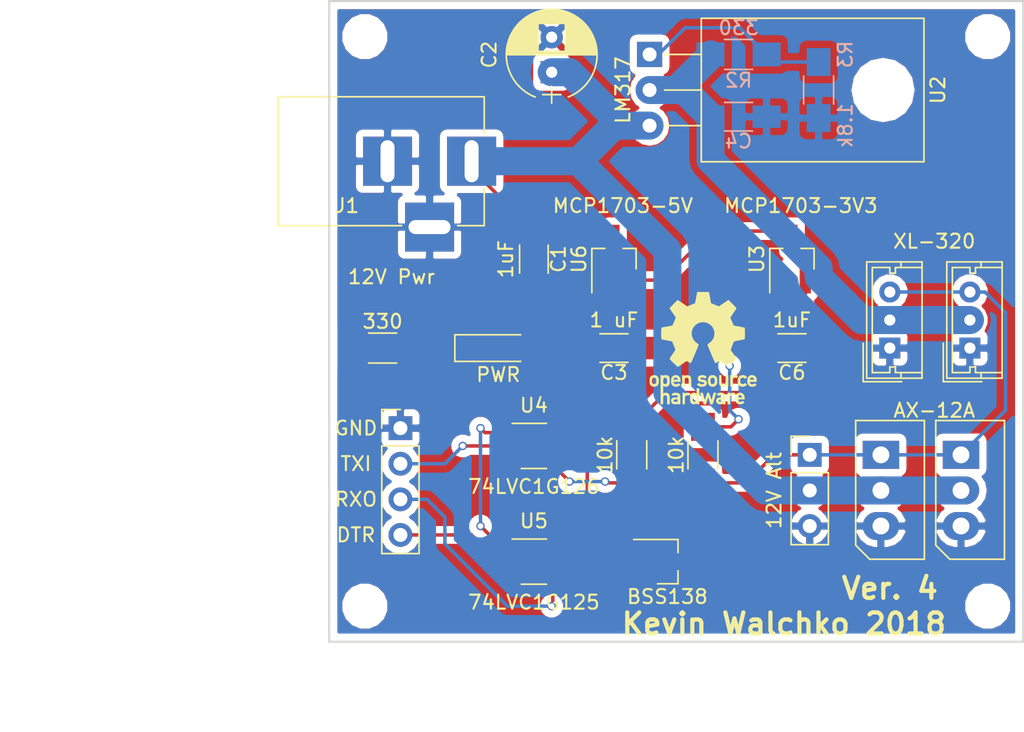
<source format=kicad_pcb>
(kicad_pcb (version 4) (host pcbnew 4.0.7)

  (general
    (links 54)
    (no_connects 0)
    (area 27.305 12.335 100.465001 66.175)
    (thickness 1.6)
    (drawings 12)
    (tracks 132)
    (zones 0)
    (modules 29)
    (nets 13)
  )

  (page A4)
  (layers
    (0 F.Cu signal)
    (31 B.Cu signal)
    (32 B.Adhes user)
    (33 F.Adhes user)
    (34 B.Paste user)
    (35 F.Paste user)
    (36 B.SilkS user)
    (37 F.SilkS user)
    (38 B.Mask user)
    (39 F.Mask user)
    (40 Dwgs.User user)
    (41 Cmts.User user)
    (42 Eco1.User user)
    (43 Eco2.User user)
    (44 Edge.Cuts user)
    (45 Margin user)
    (46 B.CrtYd user)
    (47 F.CrtYd user)
    (48 B.Fab user)
    (49 F.Fab user)
  )

  (setup
    (last_trace_width 0.25)
    (user_trace_width 2)
    (trace_clearance 0.2)
    (zone_clearance 0.508)
    (zone_45_only no)
    (trace_min 0.2)
    (segment_width 0.2)
    (edge_width 0.15)
    (via_size 0.6)
    (via_drill 0.4)
    (via_min_size 0.4)
    (via_min_drill 0.3)
    (uvia_size 0.3)
    (uvia_drill 0.1)
    (uvias_allowed no)
    (uvia_min_size 0.3)
    (uvia_min_drill 0.1)
    (pcb_text_width 0.3)
    (pcb_text_size 1.5 1.5)
    (mod_edge_width 0.15)
    (mod_text_size 1 1)
    (mod_text_width 0.15)
    (pad_size 1.524 1.524)
    (pad_drill 0.762)
    (pad_to_mask_clearance 0.2)
    (aux_axis_origin 0 0)
    (visible_elements 7FFFFFFF)
    (pcbplotparams
      (layerselection 0x010f0_80000001)
      (usegerberextensions false)
      (excludeedgelayer true)
      (linewidth 0.100000)
      (plotframeref false)
      (viasonmask false)
      (mode 1)
      (useauxorigin false)
      (hpglpennumber 1)
      (hpglpenspeed 20)
      (hpglpendiameter 15)
      (hpglpenoverlay 2)
      (psnegative false)
      (psa4output false)
      (plotreference true)
      (plotvalue true)
      (plotinvisibletext true)
      (padsonsilk false)
      (subtractmaskfromsilk false)
      (outputformat 1)
      (mirror false)
      (drillshape 0)
      (scaleselection 1)
      (outputdirectory gerber/))
  )

  (net 0 "")
  (net 1 GND)
  (net 2 +5V)
  (net 3 +8V)
  (net 4 "Net-(D1-Pad1)")
  (net 5 RXI)
  (net 6 TXO)
  (net 7 DTR)
  (net 8 DATA)
  (net 9 +12V)
  (net 10 +3V3)
  (net 11 "Net-(R2-Pad2)")
  (net 12 "Net-(Q1-Pad2)")

  (net_class Default "This is the default net class."
    (clearance 0.2)
    (trace_width 0.25)
    (via_dia 0.6)
    (via_drill 0.4)
    (uvia_dia 0.3)
    (uvia_drill 0.1)
    (add_net +12V)
    (add_net +3V3)
    (add_net +5V)
    (add_net +8V)
    (add_net DATA)
    (add_net DTR)
    (add_net GND)
    (add_net "Net-(D1-Pad1)")
    (add_net "Net-(Q1-Pad2)")
    (add_net "Net-(R2-Pad2)")
    (add_net RXI)
    (add_net TXO)
  )

  (module Mounting_Holes:MountingHole_2.2mm_M2 placed (layer F.Cu) (tedit 5A9C7BD4) (tstamp 5A9D1547)
    (at 97.79 16.51)
    (descr "Mounting Hole 2.2mm, no annular, M2")
    (tags "mounting hole 2.2mm no annular m2")
    (attr virtual)
    (fp_text reference "" (at 0 -3.2) (layer F.SilkS) hide
      (effects (font (size 1 1) (thickness 0.15)))
    )
    (fp_text value "" (at 0 3.2) (layer F.Fab)
      (effects (font (size 1 1) (thickness 0.15)))
    )
    (fp_text user %R (at 0.3 0) (layer F.Fab)
      (effects (font (size 1 1) (thickness 0.15)))
    )
    (fp_circle (center 0 0) (end 2.2 0) (layer Cmts.User) (width 0.15))
    (fp_circle (center 0 0) (end 2.45 0) (layer F.CrtYd) (width 0.05))
    (pad 1 np_thru_hole circle (at 0 0) (size 2.2 2.2) (drill 2.2) (layers *.Cu *.Mask))
  )

  (module Mounting_Holes:MountingHole_2.2mm_M2 placed (layer F.Cu) (tedit 5A9C7BD4) (tstamp 5A9D153F)
    (at 53.34 57.15)
    (descr "Mounting Hole 2.2mm, no annular, M2")
    (tags "mounting hole 2.2mm no annular m2")
    (attr virtual)
    (fp_text reference "" (at 0 -3.2) (layer F.SilkS) hide
      (effects (font (size 1 1) (thickness 0.15)))
    )
    (fp_text value "" (at 0 3.2) (layer F.Fab)
      (effects (font (size 1 1) (thickness 0.15)))
    )
    (fp_text user %R (at 0.3 0) (layer F.Fab)
      (effects (font (size 1 1) (thickness 0.15)))
    )
    (fp_circle (center 0 0) (end 2.2 0) (layer Cmts.User) (width 0.15))
    (fp_circle (center 0 0) (end 2.45 0) (layer F.CrtYd) (width 0.05))
    (pad 1 np_thru_hole circle (at 0 0) (size 2.2 2.2) (drill 2.2) (layers *.Cu *.Mask))
  )

  (module Mounting_Holes:MountingHole_2.2mm_M2 placed (layer F.Cu) (tedit 5A9C7BD4) (tstamp 5A9D1537)
    (at 97.79 57.15)
    (descr "Mounting Hole 2.2mm, no annular, M2")
    (tags "mounting hole 2.2mm no annular m2")
    (attr virtual)
    (fp_text reference "" (at 0 -3.2) (layer F.SilkS) hide
      (effects (font (size 1 1) (thickness 0.15)))
    )
    (fp_text value "" (at 0 3.2) (layer F.Fab)
      (effects (font (size 1 1) (thickness 0.15)))
    )
    (fp_text user %R (at 0.3 0) (layer F.Fab)
      (effects (font (size 1 1) (thickness 0.15)))
    )
    (fp_circle (center 0 0) (end 2.2 0) (layer Cmts.User) (width 0.15))
    (fp_circle (center 0 0) (end 2.45 0) (layer F.CrtYd) (width 0.05))
    (pad 1 np_thru_hole circle (at 0 0) (size 2.2 2.2) (drill 2.2) (layers *.Cu *.Mask))
  )

  (module Capacitors_SMD:C_1206_HandSoldering placed (layer F.Cu) (tedit 5B1D5C79) (tstamp 5A8641F5)
    (at 65.405 32.385 270)
    (descr "Capacitor SMD 1206, hand soldering")
    (tags "capacitor 1206")
    (path /5A7F2B39)
    (attr smd)
    (fp_text reference C1 (at 0 -1.75 270) (layer F.SilkS)
      (effects (font (size 1 1) (thickness 0.15)))
    )
    (fp_text value 1uF (at 0 2 270) (layer F.SilkS)
      (effects (font (size 1 1) (thickness 0.15)))
    )
    (fp_text user %R (at 0 -1.75 270) (layer F.Fab)
      (effects (font (size 1 1) (thickness 0.15)))
    )
    (fp_line (start -1.6 0.8) (end -1.6 -0.8) (layer F.Fab) (width 0.1))
    (fp_line (start 1.6 0.8) (end -1.6 0.8) (layer F.Fab) (width 0.1))
    (fp_line (start 1.6 -0.8) (end 1.6 0.8) (layer F.Fab) (width 0.1))
    (fp_line (start -1.6 -0.8) (end 1.6 -0.8) (layer F.Fab) (width 0.1))
    (fp_line (start 1 -1.02) (end -1 -1.02) (layer F.SilkS) (width 0.12))
    (fp_line (start -1 1.02) (end 1 1.02) (layer F.SilkS) (width 0.12))
    (fp_line (start -3.25 -1.05) (end 3.25 -1.05) (layer F.CrtYd) (width 0.05))
    (fp_line (start -3.25 -1.05) (end -3.25 1.05) (layer F.CrtYd) (width 0.05))
    (fp_line (start 3.25 1.05) (end 3.25 -1.05) (layer F.CrtYd) (width 0.05))
    (fp_line (start 3.25 1.05) (end -3.25 1.05) (layer F.CrtYd) (width 0.05))
    (pad 1 smd rect (at -2 0 270) (size 2 1.6) (layers F.Cu F.Paste F.Mask)
      (net 9 +12V))
    (pad 2 smd rect (at 2 0 270) (size 2 1.6) (layers F.Cu F.Paste F.Mask)
      (net 1 GND))
    (model Capacitors_SMD.3dshapes/C_1206.wrl
      (at (xyz 0 0 0))
      (scale (xyz 1 1 1))
      (rotate (xyz 0 0 0))
    )
  )

  (module Capacitors_THT:CP_Radial_D6.3mm_P2.50mm placed (layer F.Cu) (tedit 597BC7C2) (tstamp 5A86428A)
    (at 66.675 19.05 90)
    (descr "CP, Radial series, Radial, pin pitch=2.50mm, , diameter=6.3mm, Electrolytic Capacitor")
    (tags "CP Radial series Radial pin pitch 2.50mm  diameter 6.3mm Electrolytic Capacitor")
    (path /5A7F1A59)
    (fp_text reference C2 (at 1.25 -4.46 90) (layer F.SilkS)
      (effects (font (size 1 1) (thickness 0.15)))
    )
    (fp_text value 10 (at 1.25 4.46 90) (layer F.Fab)
      (effects (font (size 1 1) (thickness 0.15)))
    )
    (fp_arc (start 1.25 0) (end -1.767482 -1.18) (angle 137.3) (layer F.SilkS) (width 0.12))
    (fp_arc (start 1.25 0) (end -1.767482 1.18) (angle -137.3) (layer F.SilkS) (width 0.12))
    (fp_arc (start 1.25 0) (end 4.267482 -1.18) (angle 42.7) (layer F.SilkS) (width 0.12))
    (fp_circle (center 1.25 0) (end 4.4 0) (layer F.Fab) (width 0.1))
    (fp_line (start -2.2 0) (end -1 0) (layer F.Fab) (width 0.1))
    (fp_line (start -1.6 -0.65) (end -1.6 0.65) (layer F.Fab) (width 0.1))
    (fp_line (start 1.25 -3.2) (end 1.25 3.2) (layer F.SilkS) (width 0.12))
    (fp_line (start 1.29 -3.2) (end 1.29 3.2) (layer F.SilkS) (width 0.12))
    (fp_line (start 1.33 -3.2) (end 1.33 3.2) (layer F.SilkS) (width 0.12))
    (fp_line (start 1.37 -3.198) (end 1.37 3.198) (layer F.SilkS) (width 0.12))
    (fp_line (start 1.41 -3.197) (end 1.41 3.197) (layer F.SilkS) (width 0.12))
    (fp_line (start 1.45 -3.194) (end 1.45 3.194) (layer F.SilkS) (width 0.12))
    (fp_line (start 1.49 -3.192) (end 1.49 3.192) (layer F.SilkS) (width 0.12))
    (fp_line (start 1.53 -3.188) (end 1.53 -0.98) (layer F.SilkS) (width 0.12))
    (fp_line (start 1.53 0.98) (end 1.53 3.188) (layer F.SilkS) (width 0.12))
    (fp_line (start 1.57 -3.185) (end 1.57 -0.98) (layer F.SilkS) (width 0.12))
    (fp_line (start 1.57 0.98) (end 1.57 3.185) (layer F.SilkS) (width 0.12))
    (fp_line (start 1.61 -3.18) (end 1.61 -0.98) (layer F.SilkS) (width 0.12))
    (fp_line (start 1.61 0.98) (end 1.61 3.18) (layer F.SilkS) (width 0.12))
    (fp_line (start 1.65 -3.176) (end 1.65 -0.98) (layer F.SilkS) (width 0.12))
    (fp_line (start 1.65 0.98) (end 1.65 3.176) (layer F.SilkS) (width 0.12))
    (fp_line (start 1.69 -3.17) (end 1.69 -0.98) (layer F.SilkS) (width 0.12))
    (fp_line (start 1.69 0.98) (end 1.69 3.17) (layer F.SilkS) (width 0.12))
    (fp_line (start 1.73 -3.165) (end 1.73 -0.98) (layer F.SilkS) (width 0.12))
    (fp_line (start 1.73 0.98) (end 1.73 3.165) (layer F.SilkS) (width 0.12))
    (fp_line (start 1.77 -3.158) (end 1.77 -0.98) (layer F.SilkS) (width 0.12))
    (fp_line (start 1.77 0.98) (end 1.77 3.158) (layer F.SilkS) (width 0.12))
    (fp_line (start 1.81 -3.152) (end 1.81 -0.98) (layer F.SilkS) (width 0.12))
    (fp_line (start 1.81 0.98) (end 1.81 3.152) (layer F.SilkS) (width 0.12))
    (fp_line (start 1.85 -3.144) (end 1.85 -0.98) (layer F.SilkS) (width 0.12))
    (fp_line (start 1.85 0.98) (end 1.85 3.144) (layer F.SilkS) (width 0.12))
    (fp_line (start 1.89 -3.137) (end 1.89 -0.98) (layer F.SilkS) (width 0.12))
    (fp_line (start 1.89 0.98) (end 1.89 3.137) (layer F.SilkS) (width 0.12))
    (fp_line (start 1.93 -3.128) (end 1.93 -0.98) (layer F.SilkS) (width 0.12))
    (fp_line (start 1.93 0.98) (end 1.93 3.128) (layer F.SilkS) (width 0.12))
    (fp_line (start 1.971 -3.119) (end 1.971 -0.98) (layer F.SilkS) (width 0.12))
    (fp_line (start 1.971 0.98) (end 1.971 3.119) (layer F.SilkS) (width 0.12))
    (fp_line (start 2.011 -3.11) (end 2.011 -0.98) (layer F.SilkS) (width 0.12))
    (fp_line (start 2.011 0.98) (end 2.011 3.11) (layer F.SilkS) (width 0.12))
    (fp_line (start 2.051 -3.1) (end 2.051 -0.98) (layer F.SilkS) (width 0.12))
    (fp_line (start 2.051 0.98) (end 2.051 3.1) (layer F.SilkS) (width 0.12))
    (fp_line (start 2.091 -3.09) (end 2.091 -0.98) (layer F.SilkS) (width 0.12))
    (fp_line (start 2.091 0.98) (end 2.091 3.09) (layer F.SilkS) (width 0.12))
    (fp_line (start 2.131 -3.079) (end 2.131 -0.98) (layer F.SilkS) (width 0.12))
    (fp_line (start 2.131 0.98) (end 2.131 3.079) (layer F.SilkS) (width 0.12))
    (fp_line (start 2.171 -3.067) (end 2.171 -0.98) (layer F.SilkS) (width 0.12))
    (fp_line (start 2.171 0.98) (end 2.171 3.067) (layer F.SilkS) (width 0.12))
    (fp_line (start 2.211 -3.055) (end 2.211 -0.98) (layer F.SilkS) (width 0.12))
    (fp_line (start 2.211 0.98) (end 2.211 3.055) (layer F.SilkS) (width 0.12))
    (fp_line (start 2.251 -3.042) (end 2.251 -0.98) (layer F.SilkS) (width 0.12))
    (fp_line (start 2.251 0.98) (end 2.251 3.042) (layer F.SilkS) (width 0.12))
    (fp_line (start 2.291 -3.029) (end 2.291 -0.98) (layer F.SilkS) (width 0.12))
    (fp_line (start 2.291 0.98) (end 2.291 3.029) (layer F.SilkS) (width 0.12))
    (fp_line (start 2.331 -3.015) (end 2.331 -0.98) (layer F.SilkS) (width 0.12))
    (fp_line (start 2.331 0.98) (end 2.331 3.015) (layer F.SilkS) (width 0.12))
    (fp_line (start 2.371 -3.001) (end 2.371 -0.98) (layer F.SilkS) (width 0.12))
    (fp_line (start 2.371 0.98) (end 2.371 3.001) (layer F.SilkS) (width 0.12))
    (fp_line (start 2.411 -2.986) (end 2.411 -0.98) (layer F.SilkS) (width 0.12))
    (fp_line (start 2.411 0.98) (end 2.411 2.986) (layer F.SilkS) (width 0.12))
    (fp_line (start 2.451 -2.97) (end 2.451 -0.98) (layer F.SilkS) (width 0.12))
    (fp_line (start 2.451 0.98) (end 2.451 2.97) (layer F.SilkS) (width 0.12))
    (fp_line (start 2.491 -2.954) (end 2.491 -0.98) (layer F.SilkS) (width 0.12))
    (fp_line (start 2.491 0.98) (end 2.491 2.954) (layer F.SilkS) (width 0.12))
    (fp_line (start 2.531 -2.937) (end 2.531 -0.98) (layer F.SilkS) (width 0.12))
    (fp_line (start 2.531 0.98) (end 2.531 2.937) (layer F.SilkS) (width 0.12))
    (fp_line (start 2.571 -2.919) (end 2.571 -0.98) (layer F.SilkS) (width 0.12))
    (fp_line (start 2.571 0.98) (end 2.571 2.919) (layer F.SilkS) (width 0.12))
    (fp_line (start 2.611 -2.901) (end 2.611 -0.98) (layer F.SilkS) (width 0.12))
    (fp_line (start 2.611 0.98) (end 2.611 2.901) (layer F.SilkS) (width 0.12))
    (fp_line (start 2.651 -2.882) (end 2.651 -0.98) (layer F.SilkS) (width 0.12))
    (fp_line (start 2.651 0.98) (end 2.651 2.882) (layer F.SilkS) (width 0.12))
    (fp_line (start 2.691 -2.863) (end 2.691 -0.98) (layer F.SilkS) (width 0.12))
    (fp_line (start 2.691 0.98) (end 2.691 2.863) (layer F.SilkS) (width 0.12))
    (fp_line (start 2.731 -2.843) (end 2.731 -0.98) (layer F.SilkS) (width 0.12))
    (fp_line (start 2.731 0.98) (end 2.731 2.843) (layer F.SilkS) (width 0.12))
    (fp_line (start 2.771 -2.822) (end 2.771 -0.98) (layer F.SilkS) (width 0.12))
    (fp_line (start 2.771 0.98) (end 2.771 2.822) (layer F.SilkS) (width 0.12))
    (fp_line (start 2.811 -2.8) (end 2.811 -0.98) (layer F.SilkS) (width 0.12))
    (fp_line (start 2.811 0.98) (end 2.811 2.8) (layer F.SilkS) (width 0.12))
    (fp_line (start 2.851 -2.778) (end 2.851 -0.98) (layer F.SilkS) (width 0.12))
    (fp_line (start 2.851 0.98) (end 2.851 2.778) (layer F.SilkS) (width 0.12))
    (fp_line (start 2.891 -2.755) (end 2.891 -0.98) (layer F.SilkS) (width 0.12))
    (fp_line (start 2.891 0.98) (end 2.891 2.755) (layer F.SilkS) (width 0.12))
    (fp_line (start 2.931 -2.731) (end 2.931 -0.98) (layer F.SilkS) (width 0.12))
    (fp_line (start 2.931 0.98) (end 2.931 2.731) (layer F.SilkS) (width 0.12))
    (fp_line (start 2.971 -2.706) (end 2.971 -0.98) (layer F.SilkS) (width 0.12))
    (fp_line (start 2.971 0.98) (end 2.971 2.706) (layer F.SilkS) (width 0.12))
    (fp_line (start 3.011 -2.681) (end 3.011 -0.98) (layer F.SilkS) (width 0.12))
    (fp_line (start 3.011 0.98) (end 3.011 2.681) (layer F.SilkS) (width 0.12))
    (fp_line (start 3.051 -2.654) (end 3.051 -0.98) (layer F.SilkS) (width 0.12))
    (fp_line (start 3.051 0.98) (end 3.051 2.654) (layer F.SilkS) (width 0.12))
    (fp_line (start 3.091 -2.627) (end 3.091 -0.98) (layer F.SilkS) (width 0.12))
    (fp_line (start 3.091 0.98) (end 3.091 2.627) (layer F.SilkS) (width 0.12))
    (fp_line (start 3.131 -2.599) (end 3.131 -0.98) (layer F.SilkS) (width 0.12))
    (fp_line (start 3.131 0.98) (end 3.131 2.599) (layer F.SilkS) (width 0.12))
    (fp_line (start 3.171 -2.57) (end 3.171 -0.98) (layer F.SilkS) (width 0.12))
    (fp_line (start 3.171 0.98) (end 3.171 2.57) (layer F.SilkS) (width 0.12))
    (fp_line (start 3.211 -2.54) (end 3.211 -0.98) (layer F.SilkS) (width 0.12))
    (fp_line (start 3.211 0.98) (end 3.211 2.54) (layer F.SilkS) (width 0.12))
    (fp_line (start 3.251 -2.51) (end 3.251 -0.98) (layer F.SilkS) (width 0.12))
    (fp_line (start 3.251 0.98) (end 3.251 2.51) (layer F.SilkS) (width 0.12))
    (fp_line (start 3.291 -2.478) (end 3.291 -0.98) (layer F.SilkS) (width 0.12))
    (fp_line (start 3.291 0.98) (end 3.291 2.478) (layer F.SilkS) (width 0.12))
    (fp_line (start 3.331 -2.445) (end 3.331 -0.98) (layer F.SilkS) (width 0.12))
    (fp_line (start 3.331 0.98) (end 3.331 2.445) (layer F.SilkS) (width 0.12))
    (fp_line (start 3.371 -2.411) (end 3.371 -0.98) (layer F.SilkS) (width 0.12))
    (fp_line (start 3.371 0.98) (end 3.371 2.411) (layer F.SilkS) (width 0.12))
    (fp_line (start 3.411 -2.375) (end 3.411 -0.98) (layer F.SilkS) (width 0.12))
    (fp_line (start 3.411 0.98) (end 3.411 2.375) (layer F.SilkS) (width 0.12))
    (fp_line (start 3.451 -2.339) (end 3.451 -0.98) (layer F.SilkS) (width 0.12))
    (fp_line (start 3.451 0.98) (end 3.451 2.339) (layer F.SilkS) (width 0.12))
    (fp_line (start 3.491 -2.301) (end 3.491 2.301) (layer F.SilkS) (width 0.12))
    (fp_line (start 3.531 -2.262) (end 3.531 2.262) (layer F.SilkS) (width 0.12))
    (fp_line (start 3.571 -2.222) (end 3.571 2.222) (layer F.SilkS) (width 0.12))
    (fp_line (start 3.611 -2.18) (end 3.611 2.18) (layer F.SilkS) (width 0.12))
    (fp_line (start 3.651 -2.137) (end 3.651 2.137) (layer F.SilkS) (width 0.12))
    (fp_line (start 3.691 -2.092) (end 3.691 2.092) (layer F.SilkS) (width 0.12))
    (fp_line (start 3.731 -2.045) (end 3.731 2.045) (layer F.SilkS) (width 0.12))
    (fp_line (start 3.771 -1.997) (end 3.771 1.997) (layer F.SilkS) (width 0.12))
    (fp_line (start 3.811 -1.946) (end 3.811 1.946) (layer F.SilkS) (width 0.12))
    (fp_line (start 3.851 -1.894) (end 3.851 1.894) (layer F.SilkS) (width 0.12))
    (fp_line (start 3.891 -1.839) (end 3.891 1.839) (layer F.SilkS) (width 0.12))
    (fp_line (start 3.931 -1.781) (end 3.931 1.781) (layer F.SilkS) (width 0.12))
    (fp_line (start 3.971 -1.721) (end 3.971 1.721) (layer F.SilkS) (width 0.12))
    (fp_line (start 4.011 -1.658) (end 4.011 1.658) (layer F.SilkS) (width 0.12))
    (fp_line (start 4.051 -1.591) (end 4.051 1.591) (layer F.SilkS) (width 0.12))
    (fp_line (start 4.091 -1.52) (end 4.091 1.52) (layer F.SilkS) (width 0.12))
    (fp_line (start 4.131 -1.445) (end 4.131 1.445) (layer F.SilkS) (width 0.12))
    (fp_line (start 4.171 -1.364) (end 4.171 1.364) (layer F.SilkS) (width 0.12))
    (fp_line (start 4.211 -1.278) (end 4.211 1.278) (layer F.SilkS) (width 0.12))
    (fp_line (start 4.251 -1.184) (end 4.251 1.184) (layer F.SilkS) (width 0.12))
    (fp_line (start 4.291 -1.081) (end 4.291 1.081) (layer F.SilkS) (width 0.12))
    (fp_line (start 4.331 -0.966) (end 4.331 0.966) (layer F.SilkS) (width 0.12))
    (fp_line (start 4.371 -0.834) (end 4.371 0.834) (layer F.SilkS) (width 0.12))
    (fp_line (start 4.411 -0.676) (end 4.411 0.676) (layer F.SilkS) (width 0.12))
    (fp_line (start 4.451 -0.468) (end 4.451 0.468) (layer F.SilkS) (width 0.12))
    (fp_line (start -2.2 0) (end -1 0) (layer F.SilkS) (width 0.12))
    (fp_line (start -1.6 -0.65) (end -1.6 0.65) (layer F.SilkS) (width 0.12))
    (fp_line (start -2.25 -3.5) (end -2.25 3.5) (layer F.CrtYd) (width 0.05))
    (fp_line (start -2.25 3.5) (end 4.75 3.5) (layer F.CrtYd) (width 0.05))
    (fp_line (start 4.75 3.5) (end 4.75 -3.5) (layer F.CrtYd) (width 0.05))
    (fp_line (start 4.75 -3.5) (end -2.25 -3.5) (layer F.CrtYd) (width 0.05))
    (fp_text user %R (at 1.25 0 90) (layer F.Fab)
      (effects (font (size 1 1) (thickness 0.15)))
    )
    (pad 1 thru_hole rect (at 0 0 90) (size 1.6 1.6) (drill 0.8) (layers *.Cu *.Mask)
      (net 9 +12V))
    (pad 2 thru_hole circle (at 2.5 0 90) (size 1.6 1.6) (drill 0.8) (layers *.Cu *.Mask)
      (net 1 GND))
    (model ${KISYS3DMOD}/Capacitors_THT.3dshapes/CP_Radial_D6.3mm_P2.50mm.wrl
      (at (xyz 0 0 0))
      (scale (xyz 1 1 1))
      (rotate (xyz 0 0 0))
    )
  )

  (module Capacitors_SMD:C_1206_HandSoldering placed (layer F.Cu) (tedit 5B1D5C9B) (tstamp 5A86429B)
    (at 71.12 38.735 180)
    (descr "Capacitor SMD 1206, hand soldering")
    (tags "capacitor 1206")
    (path /5A7F2931)
    (attr smd)
    (fp_text reference C3 (at 0 -1.75 180) (layer F.SilkS)
      (effects (font (size 1 1) (thickness 0.15)))
    )
    (fp_text value "1 uF" (at 0 2 180) (layer F.SilkS)
      (effects (font (size 1 1) (thickness 0.15)))
    )
    (fp_text user %R (at 0 -1.75 180) (layer F.Fab)
      (effects (font (size 1 1) (thickness 0.15)))
    )
    (fp_line (start -1.6 0.8) (end -1.6 -0.8) (layer F.Fab) (width 0.1))
    (fp_line (start 1.6 0.8) (end -1.6 0.8) (layer F.Fab) (width 0.1))
    (fp_line (start 1.6 -0.8) (end 1.6 0.8) (layer F.Fab) (width 0.1))
    (fp_line (start -1.6 -0.8) (end 1.6 -0.8) (layer F.Fab) (width 0.1))
    (fp_line (start 1 -1.02) (end -1 -1.02) (layer F.SilkS) (width 0.12))
    (fp_line (start -1 1.02) (end 1 1.02) (layer F.SilkS) (width 0.12))
    (fp_line (start -3.25 -1.05) (end 3.25 -1.05) (layer F.CrtYd) (width 0.05))
    (fp_line (start -3.25 -1.05) (end -3.25 1.05) (layer F.CrtYd) (width 0.05))
    (fp_line (start 3.25 1.05) (end 3.25 -1.05) (layer F.CrtYd) (width 0.05))
    (fp_line (start 3.25 1.05) (end -3.25 1.05) (layer F.CrtYd) (width 0.05))
    (pad 1 smd rect (at -2 0 180) (size 2 1.6) (layers F.Cu F.Paste F.Mask)
      (net 2 +5V))
    (pad 2 smd rect (at 2 0 180) (size 2 1.6) (layers F.Cu F.Paste F.Mask)
      (net 1 GND))
    (model Capacitors_SMD.3dshapes/C_1206.wrl
      (at (xyz 0 0 0))
      (scale (xyz 1 1 1))
      (rotate (xyz 0 0 0))
    )
  )

  (module Capacitors_SMD:C_1206_HandSoldering placed (layer B.Cu) (tedit 58AA84D1) (tstamp 5A8642AC)
    (at 80.01 22.225)
    (descr "Capacitor SMD 1206, hand soldering")
    (tags "capacitor 1206")
    (path /5A7F1ABA)
    (attr smd)
    (fp_text reference C4 (at 0 1.75) (layer B.SilkS)
      (effects (font (size 1 1) (thickness 0.15)) (justify mirror))
    )
    (fp_text value .1 (at 0 -2) (layer B.Fab)
      (effects (font (size 1 1) (thickness 0.15)) (justify mirror))
    )
    (fp_text user %R (at 0 1.75) (layer B.Fab)
      (effects (font (size 1 1) (thickness 0.15)) (justify mirror))
    )
    (fp_line (start -1.6 -0.8) (end -1.6 0.8) (layer B.Fab) (width 0.1))
    (fp_line (start 1.6 -0.8) (end -1.6 -0.8) (layer B.Fab) (width 0.1))
    (fp_line (start 1.6 0.8) (end 1.6 -0.8) (layer B.Fab) (width 0.1))
    (fp_line (start -1.6 0.8) (end 1.6 0.8) (layer B.Fab) (width 0.1))
    (fp_line (start 1 1.02) (end -1 1.02) (layer B.SilkS) (width 0.12))
    (fp_line (start -1 -1.02) (end 1 -1.02) (layer B.SilkS) (width 0.12))
    (fp_line (start -3.25 1.05) (end 3.25 1.05) (layer B.CrtYd) (width 0.05))
    (fp_line (start -3.25 1.05) (end -3.25 -1.05) (layer B.CrtYd) (width 0.05))
    (fp_line (start 3.25 -1.05) (end 3.25 1.05) (layer B.CrtYd) (width 0.05))
    (fp_line (start 3.25 -1.05) (end -3.25 -1.05) (layer B.CrtYd) (width 0.05))
    (pad 1 smd rect (at -2 0) (size 2 1.6) (layers B.Cu B.Paste B.Mask)
      (net 3 +8V))
    (pad 2 smd rect (at 2 0) (size 2 1.6) (layers B.Cu B.Paste B.Mask)
      (net 1 GND))
    (model Capacitors_SMD.3dshapes/C_1206.wrl
      (at (xyz 0 0 0))
      (scale (xyz 1 1 1))
      (rotate (xyz 0 0 0))
    )
  )

  (module LEDs:LED_1206_HandSoldering placed (layer F.Cu) (tedit 5B1D5C5E) (tstamp 5A8642C1)
    (at 62.865 38.735)
    (descr "LED SMD 1206, hand soldering")
    (tags "LED 1206")
    (path /5A8A8F0B)
    (attr smd)
    (fp_text reference D1 (at 0 -1.85) (layer F.Fab)
      (effects (font (size 1 1) (thickness 0.15)))
    )
    (fp_text value PWR (at 0 1.9) (layer F.SilkS)
      (effects (font (size 1 1) (thickness 0.15)))
    )
    (fp_line (start -3.1 -0.95) (end -3.1 0.95) (layer F.SilkS) (width 0.12))
    (fp_line (start -0.4 0) (end 0.2 -0.4) (layer F.Fab) (width 0.1))
    (fp_line (start 0.2 -0.4) (end 0.2 0.4) (layer F.Fab) (width 0.1))
    (fp_line (start 0.2 0.4) (end -0.4 0) (layer F.Fab) (width 0.1))
    (fp_line (start -0.45 -0.4) (end -0.45 0.4) (layer F.Fab) (width 0.1))
    (fp_line (start -1.6 0.8) (end -1.6 -0.8) (layer F.Fab) (width 0.1))
    (fp_line (start 1.6 0.8) (end -1.6 0.8) (layer F.Fab) (width 0.1))
    (fp_line (start 1.6 -0.8) (end 1.6 0.8) (layer F.Fab) (width 0.1))
    (fp_line (start -1.6 -0.8) (end 1.6 -0.8) (layer F.Fab) (width 0.1))
    (fp_line (start -3.1 0.95) (end 1.6 0.95) (layer F.SilkS) (width 0.12))
    (fp_line (start -3.1 -0.95) (end 1.6 -0.95) (layer F.SilkS) (width 0.12))
    (fp_line (start -3.25 -1.11) (end 3.25 -1.11) (layer F.CrtYd) (width 0.05))
    (fp_line (start -3.25 -1.11) (end -3.25 1.1) (layer F.CrtYd) (width 0.05))
    (fp_line (start 3.25 1.1) (end 3.25 -1.11) (layer F.CrtYd) (width 0.05))
    (fp_line (start 3.25 1.1) (end -3.25 1.1) (layer F.CrtYd) (width 0.05))
    (pad 1 smd rect (at -2 0) (size 2 1.7) (layers F.Cu F.Paste F.Mask)
      (net 4 "Net-(D1-Pad1)"))
    (pad 2 smd rect (at 2 0) (size 2 1.7) (layers F.Cu F.Paste F.Mask)
      (net 2 +5V))
    (model ${KISYS3DMOD}/LEDs.3dshapes/LED_1206.wrl
      (at (xyz 0 0 0))
      (scale (xyz 1 1 1))
      (rotate (xyz 0 0 180))
    )
  )

  (module Connectors:BARREL_JACK placed (layer F.Cu) (tedit 5B1D7C64) (tstamp 5A8642F5)
    (at 60.96 25.4)
    (descr "DC Barrel Jack")
    (tags "Power Jack")
    (path /5A7F181C)
    (fp_text reference J1 (at -8.89 3.175 180) (layer F.SilkS)
      (effects (font (size 1 1) (thickness 0.15)))
    )
    (fp_text value "12V Pwr" (at -5.715 8.255) (layer F.SilkS)
      (effects (font (size 1 1) (thickness 0.15)))
    )
    (fp_line (start 1 -4.5) (end 1 -4.75) (layer F.CrtYd) (width 0.05))
    (fp_line (start 1 -4.75) (end -14 -4.75) (layer F.CrtYd) (width 0.05))
    (fp_line (start 1 -4.5) (end 1 -2) (layer F.CrtYd) (width 0.05))
    (fp_line (start 1 -2) (end 2 -2) (layer F.CrtYd) (width 0.05))
    (fp_line (start 2 -2) (end 2 2) (layer F.CrtYd) (width 0.05))
    (fp_line (start 2 2) (end 1 2) (layer F.CrtYd) (width 0.05))
    (fp_line (start 1 2) (end 1 4.75) (layer F.CrtYd) (width 0.05))
    (fp_line (start 1 4.75) (end -1 4.75) (layer F.CrtYd) (width 0.05))
    (fp_line (start -1 4.75) (end -1 6.75) (layer F.CrtYd) (width 0.05))
    (fp_line (start -1 6.75) (end -5 6.75) (layer F.CrtYd) (width 0.05))
    (fp_line (start -5 6.75) (end -5 4.75) (layer F.CrtYd) (width 0.05))
    (fp_line (start -5 4.75) (end -14 4.75) (layer F.CrtYd) (width 0.05))
    (fp_line (start -14 4.75) (end -14 -4.75) (layer F.CrtYd) (width 0.05))
    (fp_line (start -5 4.6) (end -13.8 4.6) (layer F.SilkS) (width 0.12))
    (fp_line (start -13.8 4.6) (end -13.8 -4.6) (layer F.SilkS) (width 0.12))
    (fp_line (start 0.9 1.9) (end 0.9 4.6) (layer F.SilkS) (width 0.12))
    (fp_line (start 0.9 4.6) (end -1 4.6) (layer F.SilkS) (width 0.12))
    (fp_line (start -13.8 -4.6) (end 0.9 -4.6) (layer F.SilkS) (width 0.12))
    (fp_line (start 0.9 -4.6) (end 0.9 -2) (layer F.SilkS) (width 0.12))
    (fp_line (start -10.2 -4.5) (end -10.2 4.5) (layer F.Fab) (width 0.1))
    (fp_line (start -13.7 -4.5) (end -13.7 4.5) (layer F.Fab) (width 0.1))
    (fp_line (start -13.7 4.5) (end 0.8 4.5) (layer F.Fab) (width 0.1))
    (fp_line (start 0.8 4.5) (end 0.8 -4.5) (layer F.Fab) (width 0.1))
    (fp_line (start 0.8 -4.5) (end -13.7 -4.5) (layer F.Fab) (width 0.1))
    (pad 1 thru_hole rect (at 0 0) (size 3.5 3.5) (drill oval 1 3) (layers *.Cu *.Mask)
      (net 9 +12V))
    (pad 2 thru_hole rect (at -6 0) (size 3.5 3.5) (drill oval 1 3) (layers *.Cu *.Mask)
      (net 1 GND))
    (pad 3 thru_hole rect (at -3 4.7) (size 3.5 3.5) (drill oval 3 1) (layers *.Cu *.Mask)
      (net 1 GND))
  )

  (module Resistors_SMD:R_1206_HandSoldering placed (layer F.Cu) (tedit 5B1D5C54) (tstamp 5A864359)
    (at 54.61 38.735 180)
    (descr "Resistor SMD 1206, hand soldering")
    (tags "resistor 1206")
    (path /5A8A8EB0)
    (attr smd)
    (fp_text reference R1 (at 0 -1.85 180) (layer F.Fab)
      (effects (font (size 1 1) (thickness 0.15)))
    )
    (fp_text value 330 (at 0 1.9 180) (layer F.SilkS)
      (effects (font (size 1 1) (thickness 0.15)))
    )
    (fp_text user %R (at 0 0 180) (layer F.Fab)
      (effects (font (size 0.7 0.7) (thickness 0.105)))
    )
    (fp_line (start -1.6 0.8) (end -1.6 -0.8) (layer F.Fab) (width 0.1))
    (fp_line (start 1.6 0.8) (end -1.6 0.8) (layer F.Fab) (width 0.1))
    (fp_line (start 1.6 -0.8) (end 1.6 0.8) (layer F.Fab) (width 0.1))
    (fp_line (start -1.6 -0.8) (end 1.6 -0.8) (layer F.Fab) (width 0.1))
    (fp_line (start 1 1.07) (end -1 1.07) (layer F.SilkS) (width 0.12))
    (fp_line (start -1 -1.07) (end 1 -1.07) (layer F.SilkS) (width 0.12))
    (fp_line (start -3.25 -1.11) (end 3.25 -1.11) (layer F.CrtYd) (width 0.05))
    (fp_line (start -3.25 -1.11) (end -3.25 1.1) (layer F.CrtYd) (width 0.05))
    (fp_line (start 3.25 1.1) (end 3.25 -1.11) (layer F.CrtYd) (width 0.05))
    (fp_line (start 3.25 1.1) (end -3.25 1.1) (layer F.CrtYd) (width 0.05))
    (pad 1 smd rect (at -2 0 180) (size 2 1.7) (layers F.Cu F.Paste F.Mask)
      (net 4 "Net-(D1-Pad1)"))
    (pad 2 smd rect (at 2 0 180) (size 2 1.7) (layers F.Cu F.Paste F.Mask)
      (net 1 GND))
    (model ${KISYS3DMOD}/Resistors_SMD.3dshapes/R_1206.wrl
      (at (xyz 0 0 0))
      (scale (xyz 1 1 1))
      (rotate (xyz 0 0 0))
    )
  )

  (module Resistors_SMD:R_1206_HandSoldering placed (layer B.Cu) (tedit 5A9B05D1) (tstamp 5A86436A)
    (at 80.01 17.78)
    (descr "Resistor SMD 1206, hand soldering")
    (tags "resistor 1206")
    (path /5A7F1770)
    (attr smd)
    (fp_text reference R2 (at 0 1.85) (layer B.SilkS)
      (effects (font (size 1 1) (thickness 0.15)) (justify mirror))
    )
    (fp_text value 330 (at 0 -1.9) (layer B.SilkS)
      (effects (font (size 1 1) (thickness 0.15)) (justify mirror))
    )
    (fp_text user %R (at 0 0) (layer B.Fab)
      (effects (font (size 0.7 0.7) (thickness 0.105)) (justify mirror))
    )
    (fp_line (start -1.6 -0.8) (end -1.6 0.8) (layer B.Fab) (width 0.1))
    (fp_line (start 1.6 -0.8) (end -1.6 -0.8) (layer B.Fab) (width 0.1))
    (fp_line (start 1.6 0.8) (end 1.6 -0.8) (layer B.Fab) (width 0.1))
    (fp_line (start -1.6 0.8) (end 1.6 0.8) (layer B.Fab) (width 0.1))
    (fp_line (start 1 -1.07) (end -1 -1.07) (layer B.SilkS) (width 0.12))
    (fp_line (start -1 1.07) (end 1 1.07) (layer B.SilkS) (width 0.12))
    (fp_line (start -3.25 1.11) (end 3.25 1.11) (layer B.CrtYd) (width 0.05))
    (fp_line (start -3.25 1.11) (end -3.25 -1.1) (layer B.CrtYd) (width 0.05))
    (fp_line (start 3.25 -1.1) (end 3.25 1.11) (layer B.CrtYd) (width 0.05))
    (fp_line (start 3.25 -1.1) (end -3.25 -1.1) (layer B.CrtYd) (width 0.05))
    (pad 1 smd rect (at -2 0) (size 2 1.7) (layers B.Cu B.Paste B.Mask)
      (net 3 +8V))
    (pad 2 smd rect (at 2 0) (size 2 1.7) (layers B.Cu B.Paste B.Mask)
      (net 11 "Net-(R2-Pad2)"))
    (model ${KISYS3DMOD}/Resistors_SMD.3dshapes/R_1206.wrl
      (at (xyz 0 0 0))
      (scale (xyz 1 1 1))
      (rotate (xyz 0 0 0))
    )
  )

  (module Resistors_SMD:R_1206_HandSoldering placed (layer B.Cu) (tedit 5A9E1711) (tstamp 5A86437B)
    (at 85.725 20.32 270)
    (descr "Resistor SMD 1206, hand soldering")
    (tags "resistor 1206")
    (path /5A7F17CA)
    (attr smd)
    (fp_text reference R3 (at -2.54 -1.905 270) (layer B.SilkS)
      (effects (font (size 1 1) (thickness 0.15)) (justify mirror))
    )
    (fp_text value 1.8k (at 2.54 -1.905 270) (layer B.SilkS)
      (effects (font (size 1 1) (thickness 0.15)) (justify mirror))
    )
    (fp_text user %R (at 0 0 270) (layer B.Fab)
      (effects (font (size 0.7 0.7) (thickness 0.105)) (justify mirror))
    )
    (fp_line (start -1.6 -0.8) (end -1.6 0.8) (layer B.Fab) (width 0.1))
    (fp_line (start 1.6 -0.8) (end -1.6 -0.8) (layer B.Fab) (width 0.1))
    (fp_line (start 1.6 0.8) (end 1.6 -0.8) (layer B.Fab) (width 0.1))
    (fp_line (start -1.6 0.8) (end 1.6 0.8) (layer B.Fab) (width 0.1))
    (fp_line (start 1 -1.07) (end -1 -1.07) (layer B.SilkS) (width 0.12))
    (fp_line (start -1 1.07) (end 1 1.07) (layer B.SilkS) (width 0.12))
    (fp_line (start -3.25 1.11) (end 3.25 1.11) (layer B.CrtYd) (width 0.05))
    (fp_line (start -3.25 1.11) (end -3.25 -1.1) (layer B.CrtYd) (width 0.05))
    (fp_line (start 3.25 -1.1) (end 3.25 1.11) (layer B.CrtYd) (width 0.05))
    (fp_line (start 3.25 -1.1) (end -3.25 -1.1) (layer B.CrtYd) (width 0.05))
    (pad 1 smd rect (at -2 0 270) (size 2 1.7) (layers B.Cu B.Paste B.Mask)
      (net 11 "Net-(R2-Pad2)"))
    (pad 2 smd rect (at 2 0 270) (size 2 1.7) (layers B.Cu B.Paste B.Mask)
      (net 1 GND))
    (model ${KISYS3DMOD}/Resistors_SMD.3dshapes/R_1206.wrl
      (at (xyz 0 0 0))
      (scale (xyz 1 1 1))
      (rotate (xyz 0 0 0))
    )
  )

  (module Resistors_SMD:R_1206_HandSoldering placed (layer F.Cu) (tedit 5B1D5EB0) (tstamp 5A86438C)
    (at 77.47 46.355 270)
    (descr "Resistor SMD 1206, hand soldering")
    (tags "resistor 1206")
    (path /5A9E14A9)
    (attr smd)
    (fp_text reference R4 (at 0 -1.85 270) (layer F.Fab)
      (effects (font (size 1 1) (thickness 0.15)))
    )
    (fp_text value 10k (at 0 1.905 270) (layer F.SilkS)
      (effects (font (size 1 1) (thickness 0.15)))
    )
    (fp_text user %R (at 0 0 270) (layer F.Fab)
      (effects (font (size 0.7 0.7) (thickness 0.105)))
    )
    (fp_line (start -1.6 0.8) (end -1.6 -0.8) (layer F.Fab) (width 0.1))
    (fp_line (start 1.6 0.8) (end -1.6 0.8) (layer F.Fab) (width 0.1))
    (fp_line (start 1.6 -0.8) (end 1.6 0.8) (layer F.Fab) (width 0.1))
    (fp_line (start -1.6 -0.8) (end 1.6 -0.8) (layer F.Fab) (width 0.1))
    (fp_line (start 1 1.07) (end -1 1.07) (layer F.SilkS) (width 0.12))
    (fp_line (start -1 -1.07) (end 1 -1.07) (layer F.SilkS) (width 0.12))
    (fp_line (start -3.25 -1.11) (end 3.25 -1.11) (layer F.CrtYd) (width 0.05))
    (fp_line (start -3.25 -1.11) (end -3.25 1.1) (layer F.CrtYd) (width 0.05))
    (fp_line (start 3.25 1.1) (end 3.25 -1.11) (layer F.CrtYd) (width 0.05))
    (fp_line (start 3.25 1.1) (end -3.25 1.1) (layer F.CrtYd) (width 0.05))
    (pad 1 smd rect (at -2 0 270) (size 2 1.7) (layers F.Cu F.Paste F.Mask)
      (net 2 +5V))
    (pad 2 smd rect (at 2 0 270) (size 2 1.7) (layers F.Cu F.Paste F.Mask)
      (net 8 DATA))
    (model ${KISYS3DMOD}/Resistors_SMD.3dshapes/R_1206.wrl
      (at (xyz 0 0 0))
      (scale (xyz 1 1 1))
      (rotate (xyz 0 0 0))
    )
  )

  (module Resistors_SMD:R_1206_HandSoldering placed (layer F.Cu) (tedit 5B1D5EA8) (tstamp 5A86439D)
    (at 72.39 46.355 270)
    (descr "Resistor SMD 1206, hand soldering")
    (tags "resistor 1206")
    (path /5A9E149D)
    (attr smd)
    (fp_text reference R5 (at 0 -1.85 270) (layer F.Fab)
      (effects (font (size 1 1) (thickness 0.15)))
    )
    (fp_text value 10k (at 0 1.9 270) (layer F.SilkS)
      (effects (font (size 1 1) (thickness 0.15)))
    )
    (fp_text user %R (at 0 0 270) (layer F.Fab)
      (effects (font (size 0.7 0.7) (thickness 0.105)))
    )
    (fp_line (start -1.6 0.8) (end -1.6 -0.8) (layer F.Fab) (width 0.1))
    (fp_line (start 1.6 0.8) (end -1.6 0.8) (layer F.Fab) (width 0.1))
    (fp_line (start 1.6 -0.8) (end 1.6 0.8) (layer F.Fab) (width 0.1))
    (fp_line (start -1.6 -0.8) (end 1.6 -0.8) (layer F.Fab) (width 0.1))
    (fp_line (start 1 1.07) (end -1 1.07) (layer F.SilkS) (width 0.12))
    (fp_line (start -1 -1.07) (end 1 -1.07) (layer F.SilkS) (width 0.12))
    (fp_line (start -3.25 -1.11) (end 3.25 -1.11) (layer F.CrtYd) (width 0.05))
    (fp_line (start -3.25 -1.11) (end -3.25 1.1) (layer F.CrtYd) (width 0.05))
    (fp_line (start 3.25 1.1) (end 3.25 -1.11) (layer F.CrtYd) (width 0.05))
    (fp_line (start 3.25 1.1) (end -3.25 1.1) (layer F.CrtYd) (width 0.05))
    (pad 1 smd rect (at -2 0 270) (size 2 1.7) (layers F.Cu F.Paste F.Mask)
      (net 10 +3V3))
    (pad 2 smd rect (at 2 0 270) (size 2 1.7) (layers F.Cu F.Paste F.Mask)
      (net 12 "Net-(Q1-Pad2)"))
    (model ${KISYS3DMOD}/Resistors_SMD.3dshapes/R_1206.wrl
      (at (xyz 0 0 0))
      (scale (xyz 1 1 1))
      (rotate (xyz 0 0 0))
    )
  )

  (module TO_SOT_Packages_THT:TO-220-3_Horizontal placed (layer F.Cu) (tedit 5A9CBE4B) (tstamp 5A8643BD)
    (at 73.66 17.78 270)
    (descr "TO-220-3, Horizontal, RM 2.54mm")
    (tags "TO-220-3 Horizontal RM 2.54mm")
    (path /5A7F16FB)
    (fp_text reference U2 (at 2.54 -20.58 270) (layer F.SilkS)
      (effects (font (size 1 1) (thickness 0.15)))
    )
    (fp_text value LM317 (at 2.54 1.9 270) (layer F.SilkS)
      (effects (font (size 1 1) (thickness 0.15)))
    )
    (fp_text user %R (at 2.54 -20.58 270) (layer F.Fab)
      (effects (font (size 1 1) (thickness 0.15)))
    )
    (fp_line (start -2.46 -13.06) (end -2.46 -19.46) (layer F.Fab) (width 0.1))
    (fp_line (start -2.46 -19.46) (end 7.54 -19.46) (layer F.Fab) (width 0.1))
    (fp_line (start 7.54 -19.46) (end 7.54 -13.06) (layer F.Fab) (width 0.1))
    (fp_line (start 7.54 -13.06) (end -2.46 -13.06) (layer F.Fab) (width 0.1))
    (fp_line (start -2.46 -3.81) (end -2.46 -13.06) (layer F.Fab) (width 0.1))
    (fp_line (start -2.46 -13.06) (end 7.54 -13.06) (layer F.Fab) (width 0.1))
    (fp_line (start 7.54 -13.06) (end 7.54 -3.81) (layer F.Fab) (width 0.1))
    (fp_line (start 7.54 -3.81) (end -2.46 -3.81) (layer F.Fab) (width 0.1))
    (fp_line (start 0 -3.81) (end 0 0) (layer F.Fab) (width 0.1))
    (fp_line (start 2.54 -3.81) (end 2.54 0) (layer F.Fab) (width 0.1))
    (fp_line (start 5.08 -3.81) (end 5.08 0) (layer F.Fab) (width 0.1))
    (fp_line (start -2.58 -3.69) (end 7.66 -3.69) (layer F.SilkS) (width 0.12))
    (fp_line (start -2.58 -19.58) (end 7.66 -19.58) (layer F.SilkS) (width 0.12))
    (fp_line (start -2.58 -19.58) (end -2.58 -3.69) (layer F.SilkS) (width 0.12))
    (fp_line (start 7.66 -19.58) (end 7.66 -3.69) (layer F.SilkS) (width 0.12))
    (fp_line (start 0 -3.69) (end 0 -1.05) (layer F.SilkS) (width 0.12))
    (fp_line (start 2.54 -3.69) (end 2.54 -1.066) (layer F.SilkS) (width 0.12))
    (fp_line (start 5.08 -3.69) (end 5.08 -1.066) (layer F.SilkS) (width 0.12))
    (fp_line (start -2.71 -19.71) (end -2.71 1.15) (layer F.CrtYd) (width 0.05))
    (fp_line (start -2.71 1.15) (end 7.79 1.15) (layer F.CrtYd) (width 0.05))
    (fp_line (start 7.79 1.15) (end 7.79 -19.71) (layer F.CrtYd) (width 0.05))
    (fp_line (start 7.79 -19.71) (end -2.71 -19.71) (layer F.CrtYd) (width 0.05))
    (fp_circle (center 2.54 -16.66) (end 4.39 -16.66) (layer F.Fab) (width 0.1))
    (pad 0 np_thru_hole oval (at 2.54 -16.66 270) (size 3.5 3.5) (drill 3.5) (layers *.Cu *.Mask))
    (pad 1 thru_hole rect (at 0 0 270) (size 1.8 1.8) (drill 1) (layers *.Cu *.Mask)
      (net 11 "Net-(R2-Pad2)"))
    (pad 2 thru_hole oval (at 2.54 0 270) (size 1.8 1.8) (drill 1) (layers *.Cu *.Mask)
      (net 3 +8V))
    (pad 3 thru_hole oval (at 5.08 0 270) (size 1.8 1.8) (drill 1) (layers *.Cu *.Mask)
      (net 9 +12V))
    (model ${KISYS3DMOD}/TO_SOT_Packages_THT.3dshapes/TO-220-3_Horizontal.wrl
      (at (xyz 0.1 0 0))
      (scale (xyz 0.393701 0.393701 0.393701))
      (rotate (xyz 0 0 0))
    )
  )

  (module Connectors_Molex:Molex_MicroLatch-53253-0370_03x2.00mm_Straight placed (layer F.Cu) (tedit 5B1D60ED) (tstamp 5A86B0DE)
    (at 96.52 38.735 90)
    (descr "Molex Micro-Latch connector, PN:53253-0370, top entry type, through hole")
    (tags "conn molex micro latch")
    (path /5A863A11)
    (fp_text reference J3 (at 6.35 -3.175 90) (layer F.Fab)
      (effects (font (size 1 1) (thickness 0.15)))
    )
    (fp_text value XL-320 (at 7.62 -2.54 180) (layer F.SilkS)
      (effects (font (size 1 1) (thickness 0.15)))
    )
    (fp_line (start -2 -1.5) (end -2 2.15) (layer F.Fab) (width 0.1))
    (fp_line (start -2 2.15) (end 6 2.15) (layer F.Fab) (width 0.1))
    (fp_line (start 6 2.15) (end 6 -1.5) (layer F.Fab) (width 0.1))
    (fp_line (start 6 -1.5) (end -2 -1.5) (layer F.Fab) (width 0.1))
    (fp_line (start -2.6 -2.1) (end -2.6 2.75) (layer F.CrtYd) (width 0.05))
    (fp_line (start -2.6 2.75) (end 6.65 2.75) (layer F.CrtYd) (width 0.05))
    (fp_line (start 6.65 2.75) (end 6.65 -2.1) (layer F.CrtYd) (width 0.05))
    (fp_line (start 6.65 -2.1) (end -2.6 -2.1) (layer F.CrtYd) (width 0.05))
    (fp_line (start -2.15 -1.65) (end -2.15 2.3) (layer F.SilkS) (width 0.12))
    (fp_line (start -2.15 2.3) (end 6.15 2.3) (layer F.SilkS) (width 0.12))
    (fp_line (start 6.15 2.3) (end 6.15 -1.65) (layer F.SilkS) (width 0.12))
    (fp_line (start 6.15 -1.65) (end -2.15 -1.65) (layer F.SilkS) (width 0.12))
    (fp_line (start 0.35 -1.9) (end -2.4 -1.9) (layer F.SilkS) (width 0.12))
    (fp_line (start -2.4 -1.9) (end -2.4 0.85) (layer F.SilkS) (width 0.12))
    (fp_line (start 0.35 -1.9) (end -2.4 -1.9) (layer F.Fab) (width 0.1))
    (fp_line (start -2.4 -1.9) (end -2.4 0.85) (layer F.Fab) (width 0.1))
    (fp_line (start -2.15 0.8) (end -1.75 0.8) (layer F.SilkS) (width 0.12))
    (fp_line (start 6.15 0.8) (end 5.75 0.8) (layer F.SilkS) (width 0.12))
    (fp_line (start 2 -1.25) (end -1.75 -1.25) (layer F.SilkS) (width 0.12))
    (fp_line (start -1.75 -1.25) (end -1.75 0) (layer F.SilkS) (width 0.12))
    (fp_line (start -1.75 0) (end -1.35 0) (layer F.SilkS) (width 0.12))
    (fp_line (start -1.35 0) (end -1.35 0.4) (layer F.SilkS) (width 0.12))
    (fp_line (start -1.35 0.4) (end -1.75 0.4) (layer F.SilkS) (width 0.12))
    (fp_line (start -1.75 0.4) (end -1.75 2.3) (layer F.SilkS) (width 0.12))
    (fp_line (start 2 -1.25) (end 5.75 -1.25) (layer F.SilkS) (width 0.12))
    (fp_line (start 5.75 -1.25) (end 5.75 0) (layer F.SilkS) (width 0.12))
    (fp_line (start 5.75 0) (end 5.35 0) (layer F.SilkS) (width 0.12))
    (fp_line (start 5.35 0) (end 5.35 0.4) (layer F.SilkS) (width 0.12))
    (fp_line (start 5.35 0.4) (end 5.75 0.4) (layer F.SilkS) (width 0.12))
    (fp_line (start 5.75 0.4) (end 5.75 2.3) (layer F.SilkS) (width 0.12))
    (fp_text user %R (at 2 1.5 90) (layer F.Fab)
      (effects (font (size 1 1) (thickness 0.15)))
    )
    (pad 1 thru_hole rect (at 0 0 90) (size 1.5 1.5) (drill 0.8) (layers *.Cu *.Mask)
      (net 1 GND))
    (pad 2 thru_hole circle (at 2 0 90) (size 1.5 1.5) (drill 0.8) (layers *.Cu *.Mask)
      (net 3 +8V))
    (pad 3 thru_hole circle (at 4 0 90) (size 1.5 1.5) (drill 0.8) (layers *.Cu *.Mask)
      (net 8 DATA))
    (model ${KISYS3DMOD}/Connectors_Molex.3dshapes/Molex_MicroLatch-53253-0370_03x2.00mm_Straight.wrl
      (at (xyz 0 0 0))
      (scale (xyz 1 1 1))
      (rotate (xyz 0 0 0))
    )
  )

  (module Connectors_Molex:Molex_SPOX-5267_22-03-5035_03x2.54mm_Straight placed (layer F.Cu) (tedit 5B1D5B20) (tstamp 5A86B103)
    (at 95.885 46.355 270)
    (descr "Connector Headers with Friction Lock, 22-03-5035, http://www.molex.com/pdm_docs/ps/PS-5264-001-001.pdf")
    (tags "connector molex SPOX 5267 22-03-5035")
    (path /5A7F2FF1)
    (fp_text reference J4 (at -3.81 -2.54 270) (layer F.Fab)
      (effects (font (size 1 1) (thickness 0.15)))
    )
    (fp_text value AX-12A (at -3.175 1.905 360) (layer F.SilkS)
      (effects (font (size 1 1) (thickness 0.15)))
    )
    (fp_line (start 6.45 1.8) (end 7.45 0.8) (layer F.SilkS) (width 0.12))
    (fp_line (start -2.45 -3.1) (end -2.45 1.8) (layer F.SilkS) (width 0.12))
    (fp_line (start -2.45 1.8) (end 6.45 1.8) (layer F.SilkS) (width 0.12))
    (fp_line (start 7.45 0.8) (end 7.45 -3.1) (layer F.SilkS) (width 0.12))
    (fp_line (start 7.45 -3.1) (end -2.45 -3.1) (layer F.SilkS) (width 0.12))
    (fp_line (start -2.5 1.85) (end -2.5 -3.15) (layer F.CrtYd) (width 0.05))
    (fp_line (start -2.5 -3.15) (end 7.5 -3.15) (layer F.CrtYd) (width 0.05))
    (fp_line (start 7.5 -3.15) (end 7.5 1.85) (layer F.CrtYd) (width 0.05))
    (fp_line (start 7.5 1.85) (end -2.5 1.85) (layer F.CrtYd) (width 0.05))
    (fp_line (start 7.35 -3) (end -2.35 -3) (layer F.Fab) (width 0.1))
    (fp_line (start 7.35 0.7) (end 7.35 -3) (layer F.Fab) (width 0.1))
    (fp_line (start 6.35 1.7) (end 7.35 0.7) (layer F.Fab) (width 0.1))
    (fp_line (start -2.35 1.7) (end 6.35 1.7) (layer F.Fab) (width 0.1))
    (fp_line (start -2.35 -3) (end -2.35 1.7) (layer F.Fab) (width 0.1))
    (pad 1 thru_hole rect (at 0 0 270) (size 2 2.6) (drill 1.2) (layers *.Cu *.Mask)
      (net 8 DATA))
    (pad 2 thru_hole oval (at 2.54 0 270) (size 2 2.6) (drill 1.2) (layers *.Cu *.Mask)
      (net 9 +12V))
    (pad 3 thru_hole oval (at 5.08 0 270) (size 2 2.6) (drill 1.2) (layers *.Cu *.Mask)
      (net 1 GND))
    (model ${KISYS3DMOD}/Connectors_Molex.3dshapes/Molex_SPOX-5267_22-03-5035_03x2.54mm_Straight.wrl
      (at (xyz 0.1 0.023622 0.114173))
      (scale (xyz 1 1 1))
      (rotate (xyz -90 0 180))
    )
  )

  (module Symbols:OSHW-Logo_7.5x8mm_SilkScreen placed (layer F.Cu) (tedit 5A9CBF0A) (tstamp 5A9C8C8D)
    (at 77.47 38.735)
    (descr "Open Source Hardware Logo")
    (tags "Logo OSHW")
    (attr virtual)
    (fp_text reference "" (at 0 0) (layer F.SilkS) hide
      (effects (font (size 1 1) (thickness 0.15)))
    )
    (fp_text value OSHW-Logo_7.5x8mm_SilkScreen (at 0.75 0) (layer F.Fab) hide
      (effects (font (size 1 1) (thickness 0.15)))
    )
    (fp_poly (pts (xy -2.53664 1.952468) (xy -2.501408 1.969874) (xy -2.45796 2.000206) (xy -2.426294 2.033283)
      (xy -2.404606 2.074817) (xy -2.391097 2.130522) (xy -2.383962 2.206111) (xy -2.3814 2.307296)
      (xy -2.38125 2.350797) (xy -2.381688 2.446135) (xy -2.383504 2.514271) (xy -2.387455 2.561418)
      (xy -2.394298 2.59379) (xy -2.404789 2.6176) (xy -2.415704 2.633843) (xy -2.485381 2.702952)
      (xy -2.567434 2.744521) (xy -2.65595 2.757023) (xy -2.745019 2.738934) (xy -2.773237 2.726142)
      (xy -2.84079 2.690931) (xy -2.84079 3.2427) (xy -2.791488 3.217205) (xy -2.726527 3.19748)
      (xy -2.64668 3.192427) (xy -2.566948 3.201756) (xy -2.506735 3.222714) (xy -2.456792 3.262627)
      (xy -2.414119 3.319741) (xy -2.41091 3.325605) (xy -2.397378 3.353227) (xy -2.387495 3.381068)
      (xy -2.380691 3.414794) (xy -2.376399 3.460071) (xy -2.374049 3.522562) (xy -2.373072 3.607935)
      (xy -2.372895 3.70401) (xy -2.372895 4.010526) (xy -2.556711 4.010526) (xy -2.556711 3.445339)
      (xy -2.608125 3.402077) (xy -2.661534 3.367472) (xy -2.712112 3.36118) (xy -2.76297 3.377372)
      (xy -2.790075 3.393227) (xy -2.810249 3.41581) (xy -2.824597 3.44994) (xy -2.834224 3.500434)
      (xy -2.840237 3.572111) (xy -2.84374 3.669788) (xy -2.844974 3.734802) (xy -2.849145 4.002171)
      (xy -2.936875 4.007222) (xy -3.024606 4.012273) (xy -3.024606 2.353101) (xy -2.84079 2.353101)
      (xy -2.836104 2.4456) (xy -2.820312 2.509809) (xy -2.790817 2.549759) (xy -2.74502 2.56948)
      (xy -2.69875 2.573421) (xy -2.646372 2.568892) (xy -2.61161 2.551069) (xy -2.589872 2.527519)
      (xy -2.57276 2.502189) (xy -2.562573 2.473969) (xy -2.55804 2.434431) (xy -2.557891 2.375142)
      (xy -2.559416 2.325498) (xy -2.562919 2.25071) (xy -2.568133 2.201611) (xy -2.576913 2.170467)
      (xy -2.591114 2.149545) (xy -2.604516 2.137452) (xy -2.660513 2.111081) (xy -2.726789 2.106822)
      (xy -2.764844 2.115906) (xy -2.802523 2.148196) (xy -2.827481 2.211006) (xy -2.839578 2.303894)
      (xy -2.84079 2.353101) (xy -3.024606 2.353101) (xy -3.024606 1.938421) (xy -2.932698 1.938421)
      (xy -2.877517 1.940603) (xy -2.849048 1.948351) (xy -2.840794 1.963468) (xy -2.84079 1.963916)
      (xy -2.83696 1.97872) (xy -2.820067 1.977039) (xy -2.786481 1.960772) (xy -2.708222 1.935887)
      (xy -2.620173 1.933271) (xy -2.53664 1.952468)) (layer F.SilkS) (width 0.01))
    (fp_poly (pts (xy -1.839543 3.198184) (xy -1.76093 3.21916) (xy -1.701084 3.25718) (xy -1.658853 3.306978)
      (xy -1.645725 3.32823) (xy -1.636032 3.350492) (xy -1.629256 3.37897) (xy -1.624877 3.418871)
      (xy -1.622376 3.475401) (xy -1.621232 3.553767) (xy -1.620928 3.659176) (xy -1.620922 3.687142)
      (xy -1.620922 4.010526) (xy -1.701132 4.010526) (xy -1.752294 4.006943) (xy -1.790123 3.997866)
      (xy -1.799601 3.992268) (xy -1.825512 3.982606) (xy -1.851976 3.992268) (xy -1.895548 4.00433)
      (xy -1.95884 4.009185) (xy -2.02899 4.007078) (xy -2.09314 3.998256) (xy -2.130593 3.986937)
      (xy -2.203067 3.940412) (xy -2.24836 3.875846) (xy -2.268722 3.79) (xy -2.268912 3.787796)
      (xy -2.267125 3.749713) (xy -2.105527 3.749713) (xy -2.091399 3.79303) (xy -2.068388 3.817408)
      (xy -2.022196 3.835845) (xy -1.961225 3.843205) (xy -1.899051 3.839583) (xy -1.849249 3.825074)
      (xy -1.835297 3.815765) (xy -1.810915 3.772753) (xy -1.804737 3.723857) (xy -1.804737 3.659605)
      (xy -1.897182 3.659605) (xy -1.985005 3.666366) (xy -2.051582 3.68552) (xy -2.092998 3.715376)
      (xy -2.105527 3.749713) (xy -2.267125 3.749713) (xy -2.26451 3.694004) (xy -2.233576 3.619847)
      (xy -2.175419 3.563767) (xy -2.16738 3.558665) (xy -2.132837 3.542055) (xy -2.090082 3.531996)
      (xy -2.030314 3.527107) (xy -1.95931 3.525983) (xy -1.804737 3.525921) (xy -1.804737 3.461125)
      (xy -1.811294 3.41085) (xy -1.828025 3.377169) (xy -1.829984 3.375376) (xy -1.867217 3.360642)
      (xy -1.92342 3.354931) (xy -1.985533 3.357737) (xy -2.04049 3.368556) (xy -2.073101 3.384782)
      (xy -2.090772 3.39778) (xy -2.109431 3.400262) (xy -2.135181 3.389613) (xy -2.174127 3.363218)
      (xy -2.23237 3.318465) (xy -2.237716 3.314273) (xy -2.234977 3.29876) (xy -2.212124 3.27296)
      (xy -2.177391 3.244289) (xy -2.13901 3.220166) (xy -2.126952 3.21447) (xy -2.082966 3.203103)
      (xy -2.018513 3.194995) (xy -1.946503 3.191743) (xy -1.943136 3.191736) (xy -1.839543 3.198184)) (layer F.SilkS) (width 0.01))
    (fp_poly (pts (xy -1.320119 3.193486) (xy -1.295112 3.200982) (xy -1.28705 3.217451) (xy -1.286711 3.224886)
      (xy -1.285264 3.245594) (xy -1.275302 3.248845) (xy -1.248388 3.234648) (xy -1.232402 3.224948)
      (xy -1.181967 3.204175) (xy -1.121728 3.193904) (xy -1.058566 3.193114) (xy -0.999363 3.200786)
      (xy -0.950998 3.215898) (xy -0.920354 3.237432) (xy -0.914311 3.264366) (xy -0.917361 3.27166)
      (xy -0.939594 3.301937) (xy -0.97407 3.339175) (xy -0.980306 3.345195) (xy -1.013167 3.372875)
      (xy -1.04152 3.381818) (xy -1.081173 3.375576) (xy -1.097058 3.371429) (xy -1.146491 3.361467)
      (xy -1.181248 3.365947) (xy -1.2106 3.381746) (xy -1.237487 3.402949) (xy -1.25729 3.429614)
      (xy -1.271052 3.466827) (xy -1.279816 3.519673) (xy -1.284626 3.593237) (xy -1.286526 3.692605)
      (xy -1.286711 3.752601) (xy -1.286711 4.010526) (xy -1.453816 4.010526) (xy -1.453816 3.19171)
      (xy -1.370264 3.19171) (xy -1.320119 3.193486)) (layer F.SilkS) (width 0.01))
    (fp_poly (pts (xy -0.267369 4.010526) (xy -0.359277 4.010526) (xy -0.412623 4.008962) (xy -0.440407 4.002485)
      (xy -0.45041 3.988418) (xy -0.451185 3.978906) (xy -0.452872 3.959832) (xy -0.46351 3.956174)
      (xy -0.491465 3.967932) (xy -0.513205 3.978906) (xy -0.596668 4.004911) (xy -0.687396 4.006416)
      (xy -0.761158 3.987021) (xy -0.829846 3.940165) (xy -0.882206 3.871004) (xy -0.910878 3.789427)
      (xy -0.911608 3.784866) (xy -0.915868 3.735101) (xy -0.917986 3.663659) (xy -0.917816 3.609626)
      (xy -0.73528 3.609626) (xy -0.731051 3.681441) (xy -0.721432 3.740634) (xy -0.70841 3.77406)
      (xy -0.659144 3.81974) (xy -0.60065 3.836115) (xy -0.540329 3.822873) (xy -0.488783 3.783373)
      (xy -0.469262 3.756807) (xy -0.457848 3.725106) (xy -0.452502 3.678832) (xy -0.451185 3.609328)
      (xy -0.453542 3.540499) (xy -0.459767 3.480026) (xy -0.468592 3.439556) (xy -0.470063 3.435929)
      (xy -0.505653 3.392802) (xy -0.5576 3.369124) (xy -0.615722 3.365301) (xy -0.66984 3.381738)
      (xy -0.709774 3.41884) (xy -0.713917 3.426222) (xy -0.726884 3.471239) (xy -0.733948 3.535967)
      (xy -0.73528 3.609626) (xy -0.917816 3.609626) (xy -0.917729 3.58223) (xy -0.916528 3.538405)
      (xy -0.908355 3.429988) (xy -0.89137 3.348588) (xy -0.863113 3.288412) (xy -0.821128 3.243666)
      (xy -0.780368 3.2174) (xy -0.723419 3.198935) (xy -0.652589 3.192602) (xy -0.580059 3.19776)
      (xy -0.518014 3.213769) (xy -0.485232 3.23292) (xy -0.451185 3.263732) (xy -0.451185 2.87421)
      (xy -0.267369 2.87421) (xy -0.267369 4.010526)) (layer F.SilkS) (width 0.01))
    (fp_poly (pts (xy 0.37413 3.195104) (xy 0.44022 3.200066) (xy 0.526626 3.459079) (xy 0.613031 3.718092)
      (xy 0.640124 3.626184) (xy 0.656428 3.569384) (xy 0.677875 3.492625) (xy 0.701035 3.408251)
      (xy 0.71328 3.362993) (xy 0.759344 3.19171) (xy 0.949387 3.19171) (xy 0.892582 3.371349)
      (xy 0.864607 3.459704) (xy 0.830813 3.566281) (xy 0.79552 3.677454) (xy 0.764013 3.776579)
      (xy 0.69225 4.002171) (xy 0.537286 4.012253) (xy 0.49527 3.873528) (xy 0.469359 3.787351)
      (xy 0.441083 3.692347) (xy 0.416369 3.608441) (xy 0.415394 3.605102) (xy 0.396935 3.548248)
      (xy 0.380649 3.509456) (xy 0.369242 3.494787) (xy 0.366898 3.496483) (xy 0.358671 3.519225)
      (xy 0.343038 3.56794) (xy 0.321904 3.636502) (xy 0.29717 3.718785) (xy 0.283787 3.764046)
      (xy 0.211311 4.010526) (xy 0.057495 4.010526) (xy -0.065469 3.622006) (xy -0.100012 3.513022)
      (xy -0.131479 3.414048) (xy -0.158384 3.329736) (xy -0.179241 3.264734) (xy -0.192562 3.223692)
      (xy -0.196612 3.211701) (xy -0.193406 3.199423) (xy -0.168235 3.194046) (xy -0.115854 3.194584)
      (xy -0.107655 3.19499) (xy -0.010518 3.200066) (xy 0.0531 3.434013) (xy 0.076484 3.519333)
      (xy 0.097381 3.594335) (xy 0.113951 3.652507) (xy 0.124354 3.687337) (xy 0.126276 3.693016)
      (xy 0.134241 3.686486) (xy 0.150304 3.652654) (xy 0.172621 3.596127) (xy 0.199345 3.52151)
      (xy 0.221937 3.454107) (xy 0.308041 3.190143) (xy 0.37413 3.195104)) (layer F.SilkS) (width 0.01))
    (fp_poly (pts (xy 1.379992 3.196673) (xy 1.450427 3.21378) (xy 1.470787 3.222844) (xy 1.510253 3.246583)
      (xy 1.540541 3.273321) (xy 1.562952 3.307699) (xy 1.578786 3.35436) (xy 1.589343 3.417946)
      (xy 1.595924 3.503099) (xy 1.599828 3.614462) (xy 1.60131 3.688849) (xy 1.606765 4.010526)
      (xy 1.51358 4.010526) (xy 1.457047 4.008156) (xy 1.427922 4.000055) (xy 1.420394 3.986451)
      (xy 1.41642 3.971741) (xy 1.398652 3.974554) (xy 1.37444 3.986348) (xy 1.313828 4.004427)
      (xy 1.235929 4.009299) (xy 1.153995 4.00133) (xy 1.081281 3.980889) (xy 1.074759 3.978051)
      (xy 1.008302 3.931365) (xy 0.964491 3.866464) (xy 0.944332 3.7906) (xy 0.945872 3.763344)
      (xy 1.110345 3.763344) (xy 1.124837 3.800024) (xy 1.167805 3.826309) (xy 1.237129 3.840417)
      (xy 1.274177 3.84229) (xy 1.335919 3.837494) (xy 1.37696 3.818858) (xy 1.386973 3.81)
      (xy 1.4141 3.761806) (xy 1.420394 3.718092) (xy 1.420394 3.659605) (xy 1.33893 3.659605)
      (xy 1.244234 3.664432) (xy 1.177813 3.679613) (xy 1.135846 3.7062) (xy 1.126449 3.718052)
      (xy 1.110345 3.763344) (xy 0.945872 3.763344) (xy 0.948829 3.711026) (xy 0.978985 3.634995)
      (xy 1.020131 3.583612) (xy 1.045052 3.561397) (xy 1.069448 3.546798) (xy 1.101191 3.537897)
      (xy 1.148152 3.532775) (xy 1.218204 3.529515) (xy 1.24599 3.528577) (xy 1.420394 3.522879)
      (xy 1.420138 3.470091) (xy 1.413384 3.414603) (xy 1.388964 3.381052) (xy 1.33963 3.359618)
      (xy 1.338306 3.359236) (xy 1.26836 3.350808) (xy 1.199914 3.361816) (xy 1.149047 3.388585)
      (xy 1.128637 3.401803) (xy 1.106654 3.399974) (xy 1.072826 3.380824) (xy 1.052961 3.367308)
      (xy 1.014106 3.338432) (xy 0.990038 3.316786) (xy 0.986176 3.310589) (xy 1.002079 3.278519)
      (xy 1.049065 3.240219) (xy 1.069473 3.227297) (xy 1.128143 3.205041) (xy 1.207212 3.192432)
      (xy 1.295041 3.1896) (xy 1.379992 3.196673)) (layer F.SilkS) (width 0.01))
    (fp_poly (pts (xy 2.173167 3.191447) (xy 2.237408 3.204112) (xy 2.27398 3.222864) (xy 2.312453 3.254017)
      (xy 2.257717 3.323127) (xy 2.223969 3.364979) (xy 2.201053 3.385398) (xy 2.178279 3.388517)
      (xy 2.144956 3.378472) (xy 2.129314 3.372789) (xy 2.065542 3.364404) (xy 2.00714 3.382378)
      (xy 1.964264 3.422982) (xy 1.957299 3.435929) (xy 1.949713 3.470224) (xy 1.943859 3.533427)
      (xy 1.940011 3.62106) (xy 1.938443 3.72864) (xy 1.938421 3.743944) (xy 1.938421 4.010526)
      (xy 1.754605 4.010526) (xy 1.754605 3.19171) (xy 1.846513 3.19171) (xy 1.899507 3.193094)
      (xy 1.927115 3.199252) (xy 1.937324 3.213194) (xy 1.938421 3.226344) (xy 1.938421 3.260978)
      (xy 1.98245 3.226344) (xy 2.032937 3.202716) (xy 2.10076 3.191033) (xy 2.173167 3.191447)) (layer F.SilkS) (width 0.01))
    (fp_poly (pts (xy 2.701193 3.196078) (xy 2.781068 3.216845) (xy 2.847962 3.259705) (xy 2.880351 3.291723)
      (xy 2.933445 3.367413) (xy 2.963873 3.455216) (xy 2.974327 3.56315) (xy 2.97438 3.571875)
      (xy 2.974473 3.659605) (xy 2.469534 3.659605) (xy 2.480298 3.705559) (xy 2.499732 3.747178)
      (xy 2.533745 3.790544) (xy 2.54086 3.797467) (xy 2.602003 3.834935) (xy 2.671729 3.841289)
      (xy 2.751987 3.816638) (xy 2.765592 3.81) (xy 2.807319 3.789819) (xy 2.835268 3.778321)
      (xy 2.840145 3.777258) (xy 2.857168 3.787583) (xy 2.889633 3.812845) (xy 2.906114 3.82665)
      (xy 2.940264 3.858361) (xy 2.951478 3.879299) (xy 2.943695 3.89856) (xy 2.939535 3.903827)
      (xy 2.911357 3.926878) (xy 2.864862 3.954892) (xy 2.832434 3.971246) (xy 2.740385 4.000059)
      (xy 2.638476 4.009395) (xy 2.541963 3.998332) (xy 2.514934 3.990412) (xy 2.431276 3.945581)
      (xy 2.369266 3.876598) (xy 2.328545 3.782794) (xy 2.308755 3.663498) (xy 2.306582 3.601118)
      (xy 2.312926 3.510298) (xy 2.473157 3.510298) (xy 2.488655 3.517012) (xy 2.530312 3.52228)
      (xy 2.590876 3.525389) (xy 2.631907 3.525921) (xy 2.705711 3.525408) (xy 2.752293 3.523006)
      (xy 2.777848 3.517422) (xy 2.788569 3.507361) (xy 2.790657 3.492763) (xy 2.776331 3.447796)
      (xy 2.740262 3.403353) (xy 2.692815 3.369242) (xy 2.645349 3.355288) (xy 2.580879 3.367666)
      (xy 2.52507 3.403452) (xy 2.486374 3.455033) (xy 2.473157 3.510298) (xy 2.312926 3.510298)
      (xy 2.315821 3.468866) (xy 2.344336 3.363498) (xy 2.392729 3.284178) (xy 2.461604 3.230071)
      (xy 2.551565 3.200343) (xy 2.6003 3.194618) (xy 2.701193 3.196078)) (layer F.SilkS) (width 0.01))
    (fp_poly (pts (xy -3.373216 1.947104) (xy -3.285795 1.985754) (xy -3.21943 2.05029) (xy -3.174024 2.140812)
      (xy -3.149482 2.257418) (xy -3.147723 2.275624) (xy -3.146344 2.403984) (xy -3.164216 2.516496)
      (xy -3.20025 2.607688) (xy -3.219545 2.637022) (xy -3.286755 2.699106) (xy -3.37235 2.739316)
      (xy -3.46811 2.756003) (xy -3.565813 2.747517) (xy -3.640083 2.72138) (xy -3.703953 2.677335)
      (xy -3.756154 2.619587) (xy -3.757057 2.618236) (xy -3.778256 2.582593) (xy -3.792033 2.546752)
      (xy -3.800376 2.501519) (xy -3.805273 2.437701) (xy -3.807431 2.385368) (xy -3.808329 2.33791)
      (xy -3.641257 2.33791) (xy -3.639624 2.385154) (xy -3.633696 2.448046) (xy -3.623239 2.488407)
      (xy -3.604381 2.517122) (xy -3.586719 2.533896) (xy -3.524106 2.569016) (xy -3.458592 2.57371)
      (xy -3.397579 2.54844) (xy -3.367072 2.520124) (xy -3.345089 2.491589) (xy -3.332231 2.464284)
      (xy -3.326588 2.42875) (xy -3.326249 2.375524) (xy -3.327988 2.326506) (xy -3.331729 2.256482)
      (xy -3.337659 2.211064) (xy -3.348347 2.18144) (xy -3.366361 2.158797) (xy -3.380637 2.145855)
      (xy -3.440349 2.11186) (xy -3.504766 2.110165) (xy -3.558781 2.130301) (xy -3.60486 2.172352)
      (xy -3.632311 2.241428) (xy -3.641257 2.33791) (xy -3.808329 2.33791) (xy -3.809401 2.281299)
      (xy -3.806036 2.203468) (xy -3.795955 2.14493) (xy -3.777774 2.098737) (xy -3.75011 2.057942)
      (xy -3.739854 2.045828) (xy -3.675722 1.985474) (xy -3.606934 1.95022) (xy -3.522811 1.93545)
      (xy -3.481791 1.934243) (xy -3.373216 1.947104)) (layer F.SilkS) (width 0.01))
    (fp_poly (pts (xy -1.802982 1.957027) (xy -1.78633 1.964866) (xy -1.728695 2.007086) (xy -1.674195 2.0687)
      (xy -1.633501 2.136543) (xy -1.621926 2.167734) (xy -1.611366 2.223449) (xy -1.605069 2.290781)
      (xy -1.604304 2.318585) (xy -1.604211 2.406316) (xy -2.10915 2.406316) (xy -2.098387 2.45227)
      (xy -2.071967 2.50662) (xy -2.025778 2.553591) (xy -1.970828 2.583848) (xy -1.935811 2.590131)
      (xy -1.888323 2.582506) (xy -1.831665 2.563383) (xy -1.812418 2.554584) (xy -1.741241 2.519036)
      (xy -1.680498 2.565367) (xy -1.645448 2.596703) (xy -1.626798 2.622567) (xy -1.625853 2.630158)
      (xy -1.642515 2.648556) (xy -1.67903 2.676515) (xy -1.712172 2.698327) (xy -1.801607 2.737537)
      (xy -1.901871 2.755285) (xy -2.001246 2.75067) (xy -2.080461 2.726551) (xy -2.16212 2.674884)
      (xy -2.220151 2.606856) (xy -2.256454 2.518843) (xy -2.272928 2.407216) (xy -2.274389 2.356138)
      (xy -2.268543 2.239091) (xy -2.267825 2.235686) (xy -2.100511 2.235686) (xy -2.095903 2.246662)
      (xy -2.076964 2.252715) (xy -2.037902 2.25531) (xy -1.972923 2.25591) (xy -1.947903 2.255921)
      (xy -1.871779 2.255014) (xy -1.823504 2.25172) (xy -1.79754 2.245181) (xy -1.788352 2.234537)
      (xy -1.788027 2.231119) (xy -1.798513 2.203956) (xy -1.824758 2.165903) (xy -1.836041 2.152579)
      (xy -1.877928 2.114896) (xy -1.921591 2.10008) (xy -1.945115 2.098842) (xy -2.008757 2.114329)
      (xy -2.062127 2.15593) (xy -2.095981 2.216353) (xy -2.096581 2.218322) (xy -2.100511 2.235686)
      (xy -2.267825 2.235686) (xy -2.249101 2.146928) (xy -2.214078 2.07319) (xy -2.171244 2.020848)
      (xy -2.092052 1.964092) (xy -1.99896 1.933762) (xy -1.899945 1.931021) (xy -1.802982 1.957027)) (layer F.SilkS) (width 0.01))
    (fp_poly (pts (xy 0.018628 1.935547) (xy 0.081908 1.947548) (xy 0.147557 1.972648) (xy 0.154572 1.975848)
      (xy 0.204356 2.002026) (xy 0.238834 2.026353) (xy 0.249978 2.041937) (xy 0.239366 2.067353)
      (xy 0.213588 2.104853) (xy 0.202146 2.118852) (xy 0.154992 2.173954) (xy 0.094201 2.138086)
      (xy 0.036347 2.114192) (xy -0.0305 2.10142) (xy -0.094606 2.100613) (xy -0.144236 2.112615)
      (xy -0.156146 2.120105) (xy -0.178828 2.15445) (xy -0.181584 2.194013) (xy -0.164612 2.22492)
      (xy -0.154573 2.230913) (xy -0.12449 2.238357) (xy -0.071611 2.247106) (xy -0.006425 2.255467)
      (xy 0.0056 2.256778) (xy 0.110297 2.274888) (xy 0.186232 2.305651) (xy 0.236592 2.351907)
      (xy 0.264564 2.416497) (xy 0.273278 2.495387) (xy 0.26124 2.585065) (xy 0.222151 2.655486)
      (xy 0.155855 2.706777) (xy 0.062194 2.739067) (xy -0.041777 2.751807) (xy -0.126562 2.751654)
      (xy -0.195335 2.740083) (xy -0.242303 2.724109) (xy -0.30165 2.696275) (xy -0.356494 2.663973)
      (xy -0.375987 2.649755) (xy -0.426119 2.608835) (xy -0.305197 2.486477) (xy -0.236457 2.531967)
      (xy -0.167512 2.566133) (xy -0.093889 2.584004) (xy -0.023117 2.585889) (xy 0.037274 2.572101)
      (xy 0.079757 2.542949) (xy 0.093474 2.518352) (xy 0.091417 2.478904) (xy 0.05733 2.448737)
      (xy -0.008692 2.427906) (xy -0.081026 2.418279) (xy -0.192348 2.39991) (xy -0.275048 2.365254)
      (xy -0.330235 2.313297) (xy -0.359012 2.243023) (xy -0.362999 2.159707) (xy -0.343307 2.072681)
      (xy -0.298411 2.006902) (xy -0.227909 1.962068) (xy -0.131399 1.937879) (xy -0.0599 1.933137)
      (xy 0.018628 1.935547)) (layer F.SilkS) (width 0.01))
    (fp_poly (pts (xy 0.811669 1.94831) (xy 0.896192 1.99434) (xy 0.962321 2.067006) (xy 0.993478 2.126106)
      (xy 1.006855 2.178305) (xy 1.015522 2.252719) (xy 1.019237 2.338442) (xy 1.017754 2.424569)
      (xy 1.010831 2.500193) (xy 1.002745 2.540584) (xy 0.975465 2.59584) (xy 0.92822 2.65453)
      (xy 0.871282 2.705852) (xy 0.814924 2.739005) (xy 0.81355 2.739531) (xy 0.743616 2.754018)
      (xy 0.660737 2.754377) (xy 0.581977 2.741188) (xy 0.551566 2.730617) (xy 0.473239 2.686201)
      (xy 0.417143 2.628007) (xy 0.380286 2.550965) (xy 0.35968 2.450001) (xy 0.355018 2.397116)
      (xy 0.355613 2.330663) (xy 0.534736 2.330663) (xy 0.54077 2.42763) (xy 0.558138 2.501523)
      (xy 0.58574 2.548736) (xy 0.605404 2.562237) (xy 0.655787 2.571651) (xy 0.715673 2.568864)
      (xy 0.767449 2.555316) (xy 0.781027 2.547862) (xy 0.816849 2.504451) (xy 0.840493 2.438014)
      (xy 0.850558 2.357161) (xy 0.845642 2.270502) (xy 0.834655 2.218349) (xy 0.803109 2.157951)
      (xy 0.753311 2.120197) (xy 0.693337 2.107143) (xy 0.631264 2.120849) (xy 0.583582 2.154372)
      (xy 0.558525 2.182031) (xy 0.5439 2.209294) (xy 0.536929 2.24619) (xy 0.534833 2.30275)
      (xy 0.534736 2.330663) (xy 0.355613 2.330663) (xy 0.356282 2.255994) (xy 0.379265 2.140271)
      (xy 0.423972 2.049941) (xy 0.490405 1.985) (xy 0.578565 1.945445) (xy 0.597495 1.940858)
      (xy 0.711266 1.93009) (xy 0.811669 1.94831)) (layer F.SilkS) (width 0.01))
    (fp_poly (pts (xy 1.320131 2.198533) (xy 1.32171 2.321089) (xy 1.327481 2.414179) (xy 1.338991 2.481651)
      (xy 1.35779 2.527355) (xy 1.385426 2.555139) (xy 1.423448 2.568854) (xy 1.470526 2.572358)
      (xy 1.519832 2.568432) (xy 1.557283 2.554089) (xy 1.584428 2.525478) (xy 1.602815 2.478751)
      (xy 1.613993 2.410058) (xy 1.619511 2.31555) (xy 1.620921 2.198533) (xy 1.620921 1.938421)
      (xy 1.804736 1.938421) (xy 1.804736 2.740526) (xy 1.712828 2.740526) (xy 1.657422 2.738281)
      (xy 1.628891 2.730396) (xy 1.620921 2.715428) (xy 1.61612 2.702097) (xy 1.597014 2.704917)
      (xy 1.558504 2.723783) (xy 1.470239 2.752887) (xy 1.376623 2.750825) (xy 1.286921 2.719221)
      (xy 1.244204 2.694257) (xy 1.211621 2.667226) (xy 1.187817 2.633405) (xy 1.171439 2.588068)
      (xy 1.161131 2.526489) (xy 1.155541 2.443943) (xy 1.153312 2.335705) (xy 1.153026 2.252004)
      (xy 1.153026 1.938421) (xy 1.320131 1.938421) (xy 1.320131 2.198533)) (layer F.SilkS) (width 0.01))
    (fp_poly (pts (xy 2.946576 1.945419) (xy 3.043395 1.986549) (xy 3.07389 2.006571) (xy 3.112865 2.03734)
      (xy 3.137331 2.061533) (xy 3.141578 2.069413) (xy 3.129584 2.086899) (xy 3.098887 2.11657)
      (xy 3.074312 2.137279) (xy 3.007046 2.191336) (xy 2.95393 2.146642) (xy 2.912884 2.117789)
      (xy 2.872863 2.107829) (xy 2.827059 2.110261) (xy 2.754324 2.128345) (xy 2.704256 2.165881)
      (xy 2.673829 2.226562) (xy 2.660017 2.314081) (xy 2.660013 2.314136) (xy 2.661208 2.411958)
      (xy 2.679772 2.48373) (xy 2.716804 2.532595) (xy 2.74205 2.549143) (xy 2.809097 2.569749)
      (xy 2.880709 2.569762) (xy 2.943015 2.549768) (xy 2.957763 2.54) (xy 2.99475 2.515047)
      (xy 3.023668 2.510958) (xy 3.054856 2.52953) (xy 3.089336 2.562887) (xy 3.143912 2.619196)
      (xy 3.083318 2.669142) (xy 2.989698 2.725513) (xy 2.884125 2.753293) (xy 2.773798 2.751282)
      (xy 2.701343 2.732862) (xy 2.616656 2.68731) (xy 2.548927 2.61565) (xy 2.518157 2.565066)
      (xy 2.493236 2.492488) (xy 2.480766 2.400569) (xy 2.48067 2.300948) (xy 2.49287 2.205267)
      (xy 2.51729 2.125169) (xy 2.521136 2.116956) (xy 2.578093 2.036413) (xy 2.655209 1.977771)
      (xy 2.74639 1.942247) (xy 2.845543 1.931057) (xy 2.946576 1.945419)) (layer F.SilkS) (width 0.01))
    (fp_poly (pts (xy 3.558784 1.935554) (xy 3.601574 1.945949) (xy 3.683609 1.984013) (xy 3.753757 2.042149)
      (xy 3.802305 2.111852) (xy 3.808975 2.127502) (xy 3.818124 2.168496) (xy 3.824529 2.229138)
      (xy 3.82671 2.29043) (xy 3.82671 2.406316) (xy 3.584407 2.406316) (xy 3.484471 2.406693)
      (xy 3.414069 2.408987) (xy 3.369313 2.414938) (xy 3.346315 2.426285) (xy 3.341189 2.444771)
      (xy 3.350048 2.472136) (xy 3.365917 2.504155) (xy 3.410184 2.557592) (xy 3.471699 2.584215)
      (xy 3.546885 2.583347) (xy 3.632053 2.554371) (xy 3.705659 2.518611) (xy 3.766734 2.566904)
      (xy 3.82781 2.615197) (xy 3.770351 2.668285) (xy 3.693641 2.718445) (xy 3.599302 2.748688)
      (xy 3.497827 2.757151) (xy 3.399711 2.741974) (xy 3.383881 2.736824) (xy 3.297647 2.691791)
      (xy 3.233501 2.624652) (xy 3.190091 2.533405) (xy 3.166064 2.416044) (xy 3.165784 2.413529)
      (xy 3.163633 2.285627) (xy 3.172329 2.239997) (xy 3.342105 2.239997) (xy 3.357697 2.247013)
      (xy 3.400029 2.252388) (xy 3.462434 2.255457) (xy 3.501981 2.255921) (xy 3.575728 2.25563)
      (xy 3.62184 2.253783) (xy 3.6461 2.248912) (xy 3.654294 2.239555) (xy 3.652206 2.224245)
      (xy 3.650455 2.218322) (xy 3.62056 2.162668) (xy 3.573542 2.117815) (xy 3.532049 2.098105)
      (xy 3.476926 2.099295) (xy 3.421068 2.123875) (xy 3.374212 2.16457) (xy 3.346094 2.214108)
      (xy 3.342105 2.239997) (xy 3.172329 2.239997) (xy 3.185074 2.173133) (xy 3.227611 2.078727)
      (xy 3.288747 2.005088) (xy 3.365985 1.954893) (xy 3.45683 1.930822) (xy 3.558784 1.935554)) (layer F.SilkS) (width 0.01))
    (fp_poly (pts (xy -1.002043 1.952226) (xy -0.960454 1.97209) (xy -0.920175 2.000784) (xy -0.88949 2.033809)
      (xy -0.867139 2.075931) (xy -0.851864 2.131915) (xy -0.842408 2.206528) (xy -0.837513 2.304535)
      (xy -0.835919 2.430702) (xy -0.835894 2.443914) (xy -0.835527 2.740526) (xy -1.019343 2.740526)
      (xy -1.019343 2.467081) (xy -1.019473 2.365777) (xy -1.020379 2.292353) (xy -1.022827 2.241271)
      (xy -1.027586 2.20699) (xy -1.035426 2.183971) (xy -1.047115 2.166673) (xy -1.063398 2.149581)
      (xy -1.120366 2.112857) (xy -1.182555 2.106042) (xy -1.241801 2.129261) (xy -1.262405 2.146543)
      (xy -1.27753 2.162791) (xy -1.28839 2.180191) (xy -1.29569 2.204212) (xy -1.300137 2.240322)
      (xy -1.302436 2.293988) (xy -1.303296 2.37068) (xy -1.303422 2.464043) (xy -1.303422 2.740526)
      (xy -1.487237 2.740526) (xy -1.487237 1.938421) (xy -1.395329 1.938421) (xy -1.340149 1.940603)
      (xy -1.31168 1.948351) (xy -1.303425 1.963468) (xy -1.303422 1.963916) (xy -1.299592 1.97872)
      (xy -1.282699 1.97704) (xy -1.249112 1.960773) (xy -1.172937 1.93684) (xy -1.0858 1.934178)
      (xy -1.002043 1.952226)) (layer F.SilkS) (width 0.01))
    (fp_poly (pts (xy 2.391388 1.937645) (xy 2.448865 1.955206) (xy 2.485872 1.977395) (xy 2.497927 1.994942)
      (xy 2.494609 2.015742) (xy 2.473079 2.048419) (xy 2.454874 2.071562) (xy 2.417344 2.113402)
      (xy 2.389148 2.131005) (xy 2.365111 2.129856) (xy 2.293808 2.11171) (xy 2.241442 2.112534)
      (xy 2.198918 2.133098) (xy 2.184642 2.145134) (xy 2.138947 2.187483) (xy 2.138947 2.740526)
      (xy 1.955131 2.740526) (xy 1.955131 1.938421) (xy 2.047039 1.938421) (xy 2.102219 1.940603)
      (xy 2.130688 1.948351) (xy 2.138943 1.963468) (xy 2.138947 1.963916) (xy 2.142845 1.979749)
      (xy 2.160474 1.977684) (xy 2.184901 1.966261) (xy 2.23535 1.945005) (xy 2.276316 1.932216)
      (xy 2.329028 1.928938) (xy 2.391388 1.937645)) (layer F.SilkS) (width 0.01))
    (fp_poly (pts (xy 0.500964 -3.601424) (xy 0.576513 -3.200678) (xy 1.134041 -2.970846) (xy 1.468465 -3.198252)
      (xy 1.562122 -3.261569) (xy 1.646782 -3.318104) (xy 1.718495 -3.365273) (xy 1.773311 -3.400498)
      (xy 1.80728 -3.421195) (xy 1.81653 -3.425658) (xy 1.833195 -3.41418) (xy 1.868806 -3.382449)
      (xy 1.919371 -3.334517) (xy 1.9809 -3.274438) (xy 2.049399 -3.206267) (xy 2.120879 -3.134055)
      (xy 2.191347 -3.061858) (xy 2.256811 -2.993727) (xy 2.31328 -2.933717) (xy 2.356763 -2.885881)
      (xy 2.383268 -2.854273) (xy 2.389605 -2.843695) (xy 2.380486 -2.824194) (xy 2.35492 -2.781469)
      (xy 2.315597 -2.719702) (xy 2.265203 -2.643069) (xy 2.206427 -2.555752) (xy 2.172368 -2.505948)
      (xy 2.110289 -2.415007) (xy 2.055126 -2.332941) (xy 2.009554 -2.263837) (xy 1.97625 -2.211778)
      (xy 1.95789 -2.18085) (xy 1.955131 -2.17435) (xy 1.961385 -2.155879) (xy 1.978434 -2.112828)
      (xy 2.003703 -2.051251) (xy 2.034622 -1.977201) (xy 2.068618 -1.89673) (xy 2.103118 -1.815893)
      (xy 2.135551 -1.740742) (xy 2.163343 -1.677329) (xy 2.183923 -1.631707) (xy 2.194719 -1.609931)
      (xy 2.195356 -1.609074) (xy 2.212307 -1.604916) (xy 2.257451 -1.595639) (xy 2.32611 -1.582156)
      (xy 2.413602 -1.565379) (xy 2.51525 -1.546219) (xy 2.574556 -1.53517) (xy 2.683172 -1.51449)
      (xy 2.781277 -1.494811) (xy 2.863909 -1.477211) (xy 2.926104 -1.462767) (xy 2.962899 -1.452554)
      (xy 2.970296 -1.449314) (xy 2.97754 -1.427383) (xy 2.983385 -1.377853) (xy 2.987835 -1.306515)
      (xy 2.990893 -1.219161) (xy 2.992565 -1.121583) (xy 2.992853 -1.019574) (xy 2.991761 -0.918925)
      (xy 2.989294 -0.825428) (xy 2.985456 -0.744875) (xy 2.98025 -0.683058) (xy 2.973681 -0.64577)
      (xy 2.969741 -0.638007) (xy 2.946188 -0.628702) (xy 2.896282 -0.6154) (xy 2.826623 -0.599663)
      (xy 2.743813 -0.583054) (xy 2.714905 -0.577681) (xy 2.575531 -0.552152) (xy 2.465436 -0.531592)
      (xy 2.380982 -0.515185) (xy 2.31853 -0.502113) (xy 2.274444 -0.491559) (xy 2.245085 -0.482706)
      (xy 2.226815 -0.474737) (xy 2.215998 -0.466835) (xy 2.214485 -0.465273) (xy 2.199377 -0.440114)
      (xy 2.176329 -0.39115) (xy 2.147644 -0.324379) (xy 2.115622 -0.245795) (xy 2.082565 -0.161393)
      (xy 2.050773 -0.07717) (xy 2.022549 0.000879) (xy 2.000193 0.066759) (xy 1.986007 0.114473)
      (xy 1.982293 0.138027) (xy 1.982602 0.138852) (xy 1.995189 0.158104) (xy 2.023744 0.200463)
      (xy 2.065267 0.261521) (xy 2.116756 0.336868) (xy 2.175211 0.422096) (xy 2.191858 0.446315)
      (xy 2.251215 0.534123) (xy 2.303447 0.614238) (xy 2.345708 0.682062) (xy 2.375153 0.732993)
      (xy 2.388937 0.762431) (xy 2.389605 0.766048) (xy 2.378024 0.785057) (xy 2.346024 0.822714)
      (xy 2.297718 0.874973) (xy 2.23722 0.937786) (xy 2.168644 1.007106) (xy 2.096104 1.078885)
      (xy 2.023712 1.149077) (xy 1.955584 1.213635) (xy 1.895832 1.26851) (xy 1.848571 1.309656)
      (xy 1.817913 1.333026) (xy 1.809432 1.336842) (xy 1.789691 1.327855) (xy 1.749274 1.303616)
      (xy 1.694763 1.268209) (xy 1.652823 1.239711) (xy 1.576829 1.187418) (xy 1.486834 1.125845)
      (xy 1.396564 1.06437) (xy 1.348032 1.031469) (xy 1.183762 0.920359) (xy 1.045869 0.994916)
      (xy 0.983049 1.027578) (xy 0.929629 1.052966) (xy 0.893484 1.067446) (xy 0.884284 1.06946)
      (xy 0.873221 1.054584) (xy 0.851394 1.012547) (xy 0.820434 0.947227) (xy 0.78197 0.8625)
      (xy 0.737632 0.762245) (xy 0.689047 0.650339) (xy 0.637846 0.530659) (xy 0.585659 0.407084)
      (xy 0.534113 0.283491) (xy 0.48484 0.163757) (xy 0.439467 0.051759) (xy 0.399625 -0.048623)
      (xy 0.366942 -0.133514) (xy 0.343049 -0.199035) (xy 0.329574 -0.24131) (xy 0.327406 -0.255828)
      (xy 0.344583 -0.274347) (xy 0.38219 -0.30441) (xy 0.432366 -0.339768) (xy 0.436578 -0.342566)
      (xy 0.566264 -0.446375) (xy 0.670834 -0.567485) (xy 0.749381 -0.702024) (xy 0.800999 -0.846118)
      (xy 0.824782 -0.995895) (xy 0.819823 -1.147483) (xy 0.785217 -1.297008) (xy 0.720057 -1.4406)
      (xy 0.700886 -1.472016) (xy 0.601174 -1.598875) (xy 0.483377 -1.700745) (xy 0.351571 -1.777096)
      (xy 0.209833 -1.827398) (xy 0.062242 -1.851121) (xy -0.087127 -1.847735) (xy -0.234197 -1.816712)
      (xy -0.374889 -1.75752) (xy -0.505127 -1.669631) (xy -0.545414 -1.633958) (xy -0.647945 -1.522294)
      (xy -0.722659 -1.404743) (xy -0.77391 -1.27298) (xy -0.802454 -1.142493) (xy -0.8095 -0.995784)
      (xy -0.786004 -0.848347) (xy -0.734351 -0.705166) (xy -0.656929 -0.571223) (xy -0.556125 -0.451502)
      (xy -0.434324 -0.350986) (xy -0.418316 -0.340391) (xy -0.367602 -0.305694) (xy -0.32905 -0.27563)
      (xy -0.310619 -0.256435) (xy -0.310351 -0.255828) (xy -0.314308 -0.235064) (xy -0.329993 -0.187938)
      (xy -0.355778 -0.118327) (xy -0.390031 -0.030107) (xy -0.431123 0.072844) (xy -0.477424 0.18665)
      (xy -0.527304 0.307435) (xy -0.579133 0.431321) (xy -0.631281 0.554432) (xy -0.682118 0.672891)
      (xy -0.730013 0.782823) (xy -0.773338 0.880349) (xy -0.810462 0.961593) (xy -0.839756 1.022679)
      (xy -0.859588 1.05973) (xy -0.867574 1.06946) (xy -0.891979 1.061883) (xy -0.937642 1.04156)
      (xy -0.99669 1.012125) (xy -1.02916 0.994916) (xy -1.167053 0.920359) (xy -1.331323 1.031469)
      (xy -1.415179 1.08839) (xy -1.506987 1.15103) (xy -1.59302 1.210011) (xy -1.636113 1.239711)
      (xy -1.696723 1.28041) (xy -1.748045 1.312663) (xy -1.783385 1.332384) (xy -1.794863 1.336554)
      (xy -1.81157 1.325307) (xy -1.848546 1.293911) (xy -1.902205 1.245624) (xy -1.968962 1.183708)
      (xy -2.045234 1.111421) (xy -2.093473 1.065008) (xy -2.177867 0.982087) (xy -2.250803 0.90792)
      (xy -2.309331 0.84568) (xy -2.350503 0.798541) (xy -2.371372 0.769673) (xy -2.373374 0.763815)
      (xy -2.364083 0.741532) (xy -2.338409 0.696477) (xy -2.2992 0.633211) (xy -2.249303 0.556295)
      (xy -2.191567 0.470292) (xy -2.175149 0.446315) (xy -2.115323 0.35917) (xy -2.06165 0.28071)
      (xy -2.01713 0.215345) (xy -1.984765 0.167484) (xy -1.967555 0.141535) (xy -1.965893 0.138852)
      (xy -1.968379 0.118172) (xy -1.981577 0.072704) (xy -2.003186 0.008444) (xy -2.030904 -0.068613)
      (xy -2.06243 -0.152471) (xy -2.095463 -0.237134) (xy -2.127701 -0.316608) (xy -2.156843 -0.384896)
      (xy -2.180588 -0.436003) (xy -2.196635 -0.463933) (xy -2.197775 -0.465273) (xy -2.207588 -0.473255)
      (xy -2.224161 -0.481149) (xy -2.251132 -0.489771) (xy -2.292139 -0.499938) (xy -2.35082 -0.512469)
      (xy -2.430813 -0.528179) (xy -2.535755 -0.547887) (xy -2.669285 -0.572408) (xy -2.698196 -0.577681)
      (xy -2.783882 -0.594236) (xy -2.858582 -0.610431) (xy -2.915694 -0.624704) (xy -2.948617 -0.635492)
      (xy -2.953031 -0.638007) (xy -2.960306 -0.660304) (xy -2.966219 -0.710131) (xy -2.970766 -0.781696)
      (xy -2.973945 -0.869207) (xy -2.975749 -0.966872) (xy -2.976177 -1.068899) (xy -2.975223 -1.169497)
      (xy -2.972884 -1.262873) (xy -2.969156 -1.343235) (xy -2.964034 -1.404791) (xy -2.957516 -1.44175)
      (xy -2.953586 -1.449314) (xy -2.931708 -1.456944) (xy -2.881891 -1.469358) (xy -2.809097 -1.485478)
      (xy -2.718289 -1.504227) (xy -2.614431 -1.524529) (xy -2.557846 -1.53517) (xy -2.450486 -1.55524)
      (xy -2.354746 -1.57342) (xy -2.275306 -1.588801) (xy -2.216846 -1.600469) (xy -2.184045 -1.607512)
      (xy -2.178646 -1.609074) (xy -2.169522 -1.626678) (xy -2.150235 -1.669082) (xy -2.123355 -1.730228)
      (xy -2.091454 -1.804057) (xy -2.057102 -1.884511) (xy -2.022871 -1.965532) (xy -1.991331 -2.041063)
      (xy -1.965054 -2.105045) (xy -1.946611 -2.15142) (xy -1.938571 -2.174131) (xy -1.938422 -2.175124)
      (xy -1.947535 -2.193039) (xy -1.973086 -2.234267) (xy -2.012388 -2.294709) (xy -2.062757 -2.370269)
      (xy -2.121506 -2.456848) (xy -2.155658 -2.506579) (xy -2.21789 -2.597764) (xy -2.273164 -2.680551)
      (xy -2.318782 -2.750751) (xy -2.352048 -2.804176) (xy -2.370264 -2.836639) (xy -2.372895 -2.843917)
      (xy -2.361586 -2.860855) (xy -2.330319 -2.897022) (xy -2.28309 -2.948365) (xy -2.223892 -3.010833)
      (xy -2.156719 -3.080374) (xy -2.085566 -3.152935) (xy -2.014426 -3.224465) (xy -1.947293 -3.290913)
      (xy -1.888161 -3.348226) (xy -1.841025 -3.392353) (xy -1.809877 -3.419241) (xy -1.799457 -3.425658)
      (xy -1.782491 -3.416635) (xy -1.741911 -3.391285) (xy -1.681663 -3.35219) (xy -1.605693 -3.301929)
      (xy -1.517946 -3.243083) (xy -1.451756 -3.198252) (xy -1.117332 -2.970846) (xy -0.838567 -3.085762)
      (xy -0.559803 -3.200678) (xy -0.484254 -3.601424) (xy -0.408706 -4.002171) (xy 0.425415 -4.002171)
      (xy 0.500964 -3.601424)) (layer F.SilkS) (width 0.01))
  )

  (module Mounting_Holes:MountingHole_2.2mm_M2 placed (layer F.Cu) (tedit 5A9C7BD4) (tstamp 5A9D1508)
    (at 53.34 16.51)
    (descr "Mounting Hole 2.2mm, no annular, M2")
    (tags "mounting hole 2.2mm no annular m2")
    (attr virtual)
    (fp_text reference "" (at 0 -3.2) (layer F.SilkS) hide
      (effects (font (size 1 1) (thickness 0.15)))
    )
    (fp_text value "" (at 0 3.2) (layer F.Fab)
      (effects (font (size 1 1) (thickness 0.15)))
    )
    (fp_text user %R (at 0.3 0) (layer F.Fab)
      (effects (font (size 1 1) (thickness 0.15)))
    )
    (fp_circle (center 0 0) (end 2.2 0) (layer Cmts.User) (width 0.15))
    (fp_circle (center 0 0) (end 2.45 0) (layer F.CrtYd) (width 0.05))
    (pad 1 np_thru_hole circle (at 0 0) (size 2.2 2.2) (drill 2.2) (layers *.Cu *.Mask))
  )

  (module Connectors_Molex:Molex_MicroLatch-53253-0370_03x2.00mm_Straight (layer F.Cu) (tedit 5B1D60F9) (tstamp 5A9DFC6E)
    (at 90.805 38.735 90)
    (descr "Molex Micro-Latch connector, PN:53253-0370, top entry type, through hole")
    (tags "conn molex micro latch")
    (path /5A9E36A7)
    (fp_text reference J5 (at 6.35 -3.175 90) (layer F.Fab)
      (effects (font (size 1 1) (thickness 0.15)))
    )
    (fp_text value XL-320 (at 2 -3 90) (layer F.Fab)
      (effects (font (size 1 1) (thickness 0.15)))
    )
    (fp_line (start -2 -1.5) (end -2 2.15) (layer F.Fab) (width 0.1))
    (fp_line (start -2 2.15) (end 6 2.15) (layer F.Fab) (width 0.1))
    (fp_line (start 6 2.15) (end 6 -1.5) (layer F.Fab) (width 0.1))
    (fp_line (start 6 -1.5) (end -2 -1.5) (layer F.Fab) (width 0.1))
    (fp_line (start -2.6 -2.1) (end -2.6 2.75) (layer F.CrtYd) (width 0.05))
    (fp_line (start -2.6 2.75) (end 6.65 2.75) (layer F.CrtYd) (width 0.05))
    (fp_line (start 6.65 2.75) (end 6.65 -2.1) (layer F.CrtYd) (width 0.05))
    (fp_line (start 6.65 -2.1) (end -2.6 -2.1) (layer F.CrtYd) (width 0.05))
    (fp_line (start -2.15 -1.65) (end -2.15 2.3) (layer F.SilkS) (width 0.12))
    (fp_line (start -2.15 2.3) (end 6.15 2.3) (layer F.SilkS) (width 0.12))
    (fp_line (start 6.15 2.3) (end 6.15 -1.65) (layer F.SilkS) (width 0.12))
    (fp_line (start 6.15 -1.65) (end -2.15 -1.65) (layer F.SilkS) (width 0.12))
    (fp_line (start 0.35 -1.9) (end -2.4 -1.9) (layer F.SilkS) (width 0.12))
    (fp_line (start -2.4 -1.9) (end -2.4 0.85) (layer F.SilkS) (width 0.12))
    (fp_line (start 0.35 -1.9) (end -2.4 -1.9) (layer F.Fab) (width 0.1))
    (fp_line (start -2.4 -1.9) (end -2.4 0.85) (layer F.Fab) (width 0.1))
    (fp_line (start -2.15 0.8) (end -1.75 0.8) (layer F.SilkS) (width 0.12))
    (fp_line (start 6.15 0.8) (end 5.75 0.8) (layer F.SilkS) (width 0.12))
    (fp_line (start 2 -1.25) (end -1.75 -1.25) (layer F.SilkS) (width 0.12))
    (fp_line (start -1.75 -1.25) (end -1.75 0) (layer F.SilkS) (width 0.12))
    (fp_line (start -1.75 0) (end -1.35 0) (layer F.SilkS) (width 0.12))
    (fp_line (start -1.35 0) (end -1.35 0.4) (layer F.SilkS) (width 0.12))
    (fp_line (start -1.35 0.4) (end -1.75 0.4) (layer F.SilkS) (width 0.12))
    (fp_line (start -1.75 0.4) (end -1.75 2.3) (layer F.SilkS) (width 0.12))
    (fp_line (start 2 -1.25) (end 5.75 -1.25) (layer F.SilkS) (width 0.12))
    (fp_line (start 5.75 -1.25) (end 5.75 0) (layer F.SilkS) (width 0.12))
    (fp_line (start 5.75 0) (end 5.35 0) (layer F.SilkS) (width 0.12))
    (fp_line (start 5.35 0) (end 5.35 0.4) (layer F.SilkS) (width 0.12))
    (fp_line (start 5.35 0.4) (end 5.75 0.4) (layer F.SilkS) (width 0.12))
    (fp_line (start 5.75 0.4) (end 5.75 2.3) (layer F.SilkS) (width 0.12))
    (fp_text user %R (at 2 1.5 90) (layer F.Fab)
      (effects (font (size 1 1) (thickness 0.15)))
    )
    (pad 1 thru_hole rect (at 0 0 90) (size 1.5 1.5) (drill 0.8) (layers *.Cu *.Mask)
      (net 1 GND))
    (pad 2 thru_hole circle (at 2 0 90) (size 1.5 1.5) (drill 0.8) (layers *.Cu *.Mask)
      (net 3 +8V))
    (pad 3 thru_hole circle (at 4 0 90) (size 1.5 1.5) (drill 0.8) (layers *.Cu *.Mask)
      (net 8 DATA))
    (model ${KISYS3DMOD}/Connectors_Molex.3dshapes/Molex_MicroLatch-53253-0370_03x2.00mm_Straight.wrl
      (at (xyz 0 0 0))
      (scale (xyz 1 1 1))
      (rotate (xyz 0 0 0))
    )
  )

  (module Connectors_Molex:Molex_SPOX-5267_22-03-5035_03x2.54mm_Straight (layer F.Cu) (tedit 5B1D5B18) (tstamp 5A9DFC75)
    (at 90.17 46.355 270)
    (descr "Connector Headers with Friction Lock, 22-03-5035, http://www.molex.com/pdm_docs/ps/PS-5264-001-001.pdf")
    (tags "connector molex SPOX 5267 22-03-5035")
    (path /5A9E35AB)
    (fp_text reference J6 (at -3.81 -1.905 270) (layer F.Fab)
      (effects (font (size 1 1) (thickness 0.15)))
    )
    (fp_text value AX-12A (at 2.54 2.54 270) (layer F.Fab)
      (effects (font (size 1 1) (thickness 0.15)))
    )
    (fp_line (start 6.45 1.8) (end 7.45 0.8) (layer F.SilkS) (width 0.12))
    (fp_line (start -2.45 -3.1) (end -2.45 1.8) (layer F.SilkS) (width 0.12))
    (fp_line (start -2.45 1.8) (end 6.45 1.8) (layer F.SilkS) (width 0.12))
    (fp_line (start 7.45 0.8) (end 7.45 -3.1) (layer F.SilkS) (width 0.12))
    (fp_line (start 7.45 -3.1) (end -2.45 -3.1) (layer F.SilkS) (width 0.12))
    (fp_line (start -2.5 1.85) (end -2.5 -3.15) (layer F.CrtYd) (width 0.05))
    (fp_line (start -2.5 -3.15) (end 7.5 -3.15) (layer F.CrtYd) (width 0.05))
    (fp_line (start 7.5 -3.15) (end 7.5 1.85) (layer F.CrtYd) (width 0.05))
    (fp_line (start 7.5 1.85) (end -2.5 1.85) (layer F.CrtYd) (width 0.05))
    (fp_line (start 7.35 -3) (end -2.35 -3) (layer F.Fab) (width 0.1))
    (fp_line (start 7.35 0.7) (end 7.35 -3) (layer F.Fab) (width 0.1))
    (fp_line (start 6.35 1.7) (end 7.35 0.7) (layer F.Fab) (width 0.1))
    (fp_line (start -2.35 1.7) (end 6.35 1.7) (layer F.Fab) (width 0.1))
    (fp_line (start -2.35 -3) (end -2.35 1.7) (layer F.Fab) (width 0.1))
    (pad 1 thru_hole rect (at 0 0 270) (size 2 2.6) (drill 1.2) (layers *.Cu *.Mask)
      (net 8 DATA))
    (pad 2 thru_hole oval (at 2.54 0 270) (size 2 2.6) (drill 1.2) (layers *.Cu *.Mask)
      (net 9 +12V))
    (pad 3 thru_hole oval (at 5.08 0 270) (size 2 2.6) (drill 1.2) (layers *.Cu *.Mask)
      (net 1 GND))
    (model ${KISYS3DMOD}/Connectors_Molex.3dshapes/Molex_SPOX-5267_22-03-5035_03x2.54mm_Straight.wrl
      (at (xyz 0.1 0.023622 0.114173))
      (scale (xyz 1 1 1))
      (rotate (xyz -90 0 180))
    )
  )

  (module TO_SOT_Packages_SMD:SOT-23-5_HandSoldering (layer F.Cu) (tedit 5B1D5F0E) (tstamp 5A9DFC7E)
    (at 65.405 45.72)
    (descr "5-pin SOT23 package")
    (tags "SOT-23-5 hand-soldering")
    (path /5A9DF690)
    (attr smd)
    (fp_text reference U4 (at 0 -2.9) (layer F.SilkS)
      (effects (font (size 1 1) (thickness 0.15)))
    )
    (fp_text value 74LVC1G126 (at 0 2.9) (layer F.SilkS)
      (effects (font (size 1 1) (thickness 0.15)))
    )
    (fp_text user %R (at 0 0 90) (layer F.Fab)
      (effects (font (size 0.5 0.5) (thickness 0.075)))
    )
    (fp_line (start -0.9 1.61) (end 0.9 1.61) (layer F.SilkS) (width 0.12))
    (fp_line (start 0.9 -1.61) (end -1.55 -1.61) (layer F.SilkS) (width 0.12))
    (fp_line (start -0.9 -0.9) (end -0.25 -1.55) (layer F.Fab) (width 0.1))
    (fp_line (start 0.9 -1.55) (end -0.25 -1.55) (layer F.Fab) (width 0.1))
    (fp_line (start -0.9 -0.9) (end -0.9 1.55) (layer F.Fab) (width 0.1))
    (fp_line (start 0.9 1.55) (end -0.9 1.55) (layer F.Fab) (width 0.1))
    (fp_line (start 0.9 -1.55) (end 0.9 1.55) (layer F.Fab) (width 0.1))
    (fp_line (start -2.38 -1.8) (end 2.38 -1.8) (layer F.CrtYd) (width 0.05))
    (fp_line (start -2.38 -1.8) (end -2.38 1.8) (layer F.CrtYd) (width 0.05))
    (fp_line (start 2.38 1.8) (end 2.38 -1.8) (layer F.CrtYd) (width 0.05))
    (fp_line (start 2.38 1.8) (end -2.38 1.8) (layer F.CrtYd) (width 0.05))
    (pad 1 smd rect (at -1.35 -0.95) (size 1.56 0.65) (layers F.Cu F.Paste F.Mask)
      (net 7 DTR))
    (pad 2 smd rect (at -1.35 0) (size 1.56 0.65) (layers F.Cu F.Paste F.Mask)
      (net 6 TXO))
    (pad 3 smd rect (at -1.35 0.95) (size 1.56 0.65) (layers F.Cu F.Paste F.Mask)
      (net 1 GND))
    (pad 4 smd rect (at 1.35 0.95) (size 1.56 0.65) (layers F.Cu F.Paste F.Mask)
      (net 12 "Net-(Q1-Pad2)"))
    (pad 5 smd rect (at 1.35 -0.95) (size 1.56 0.65) (layers F.Cu F.Paste F.Mask)
      (net 10 +3V3))
    (model ${KISYS3DMOD}/TO_SOT_Packages_SMD.3dshapes\SOT-23-5.wrl
      (at (xyz 0 0 0))
      (scale (xyz 1 1 1))
      (rotate (xyz 0 0 0))
    )
  )

  (module TO_SOT_Packages_SMD:SOT-23-5_HandSoldering (layer F.Cu) (tedit 5B1D5EF3) (tstamp 5A9DFC87)
    (at 65.405 53.975)
    (descr "5-pin SOT23 package")
    (tags "SOT-23-5 hand-soldering")
    (path /5A9DF753)
    (attr smd)
    (fp_text reference U5 (at 0 -2.9) (layer F.SilkS)
      (effects (font (size 1 1) (thickness 0.15)))
    )
    (fp_text value 74LVC1G125 (at 0 2.9) (layer F.SilkS)
      (effects (font (size 1 1) (thickness 0.15)))
    )
    (fp_text user %R (at 0 0 90) (layer F.Fab)
      (effects (font (size 0.5 0.5) (thickness 0.075)))
    )
    (fp_line (start -0.9 1.61) (end 0.9 1.61) (layer F.SilkS) (width 0.12))
    (fp_line (start 0.9 -1.61) (end -1.55 -1.61) (layer F.SilkS) (width 0.12))
    (fp_line (start -0.9 -0.9) (end -0.25 -1.55) (layer F.Fab) (width 0.1))
    (fp_line (start 0.9 -1.55) (end -0.25 -1.55) (layer F.Fab) (width 0.1))
    (fp_line (start -0.9 -0.9) (end -0.9 1.55) (layer F.Fab) (width 0.1))
    (fp_line (start 0.9 1.55) (end -0.9 1.55) (layer F.Fab) (width 0.1))
    (fp_line (start 0.9 -1.55) (end 0.9 1.55) (layer F.Fab) (width 0.1))
    (fp_line (start -2.38 -1.8) (end 2.38 -1.8) (layer F.CrtYd) (width 0.05))
    (fp_line (start -2.38 -1.8) (end -2.38 1.8) (layer F.CrtYd) (width 0.05))
    (fp_line (start 2.38 1.8) (end 2.38 -1.8) (layer F.CrtYd) (width 0.05))
    (fp_line (start 2.38 1.8) (end -2.38 1.8) (layer F.CrtYd) (width 0.05))
    (pad 1 smd rect (at -1.35 -0.95) (size 1.56 0.65) (layers F.Cu F.Paste F.Mask)
      (net 7 DTR))
    (pad 2 smd rect (at -1.35 0) (size 1.56 0.65) (layers F.Cu F.Paste F.Mask)
      (net 12 "Net-(Q1-Pad2)"))
    (pad 3 smd rect (at -1.35 0.95) (size 1.56 0.65) (layers F.Cu F.Paste F.Mask)
      (net 1 GND))
    (pad 4 smd rect (at 1.35 0.95) (size 1.56 0.65) (layers F.Cu F.Paste F.Mask)
      (net 5 RXI))
    (pad 5 smd rect (at 1.35 -0.95) (size 1.56 0.65) (layers F.Cu F.Paste F.Mask)
      (net 10 +3V3))
    (model ${KISYS3DMOD}/TO_SOT_Packages_SMD.3dshapes\SOT-23-5.wrl
      (at (xyz 0 0 0))
      (scale (xyz 1 1 1))
      (rotate (xyz 0 0 0))
    )
  )

  (module Capacitors_SMD:C_1206_HandSoldering (layer F.Cu) (tedit 5B1D5CE0) (tstamp 5B1D570C)
    (at 83.82 38.735 180)
    (descr "Capacitor SMD 1206, hand soldering")
    (tags "capacitor 1206")
    (path /5B1D582D)
    (attr smd)
    (fp_text reference C6 (at 0 -1.75 180) (layer F.SilkS)
      (effects (font (size 1 1) (thickness 0.15)))
    )
    (fp_text value 1uF (at 0 2 180) (layer F.SilkS)
      (effects (font (size 1 1) (thickness 0.15)))
    )
    (fp_text user %R (at 0 -1.75 180) (layer F.Fab)
      (effects (font (size 1 1) (thickness 0.15)))
    )
    (fp_line (start -1.6 0.8) (end -1.6 -0.8) (layer F.Fab) (width 0.1))
    (fp_line (start 1.6 0.8) (end -1.6 0.8) (layer F.Fab) (width 0.1))
    (fp_line (start 1.6 -0.8) (end 1.6 0.8) (layer F.Fab) (width 0.1))
    (fp_line (start -1.6 -0.8) (end 1.6 -0.8) (layer F.Fab) (width 0.1))
    (fp_line (start 1 -1.02) (end -1 -1.02) (layer F.SilkS) (width 0.12))
    (fp_line (start -1 1.02) (end 1 1.02) (layer F.SilkS) (width 0.12))
    (fp_line (start -3.25 -1.05) (end 3.25 -1.05) (layer F.CrtYd) (width 0.05))
    (fp_line (start -3.25 -1.05) (end -3.25 1.05) (layer F.CrtYd) (width 0.05))
    (fp_line (start 3.25 1.05) (end 3.25 -1.05) (layer F.CrtYd) (width 0.05))
    (fp_line (start 3.25 1.05) (end -3.25 1.05) (layer F.CrtYd) (width 0.05))
    (pad 1 smd rect (at -2 0 180) (size 2 1.6) (layers F.Cu F.Paste F.Mask)
      (net 10 +3V3))
    (pad 2 smd rect (at 2 0 180) (size 2 1.6) (layers F.Cu F.Paste F.Mask)
      (net 1 GND))
    (model Capacitors_SMD.3dshapes/C_1206.wrl
      (at (xyz 0 0 0))
      (scale (xyz 1 1 1))
      (rotate (xyz 0 0 0))
    )
  )

  (module Pin_Headers:Pin_Header_Straight_1x04_Pitch2.54mm (layer F.Cu) (tedit 5B1D5F42) (tstamp 5B1D570D)
    (at 55.88 44.45)
    (descr "Through hole straight pin header, 1x04, 2.54mm pitch, single row")
    (tags "Through hole pin header THT 1x04 2.54mm single row")
    (path /5A7F1515)
    (fp_text reference J2 (at 0 -2.33) (layer F.Fab)
      (effects (font (size 1 1) (thickness 0.15)))
    )
    (fp_text value Serial (at 2.54 3.81 90) (layer F.Fab)
      (effects (font (size 1 1) (thickness 0.15)))
    )
    (fp_line (start -0.635 -1.27) (end 1.27 -1.27) (layer F.Fab) (width 0.1))
    (fp_line (start 1.27 -1.27) (end 1.27 8.89) (layer F.Fab) (width 0.1))
    (fp_line (start 1.27 8.89) (end -1.27 8.89) (layer F.Fab) (width 0.1))
    (fp_line (start -1.27 8.89) (end -1.27 -0.635) (layer F.Fab) (width 0.1))
    (fp_line (start -1.27 -0.635) (end -0.635 -1.27) (layer F.Fab) (width 0.1))
    (fp_line (start -1.33 8.95) (end 1.33 8.95) (layer F.SilkS) (width 0.12))
    (fp_line (start -1.33 1.27) (end -1.33 8.95) (layer F.SilkS) (width 0.12))
    (fp_line (start 1.33 1.27) (end 1.33 8.95) (layer F.SilkS) (width 0.12))
    (fp_line (start -1.33 1.27) (end 1.33 1.27) (layer F.SilkS) (width 0.12))
    (fp_line (start -1.33 0) (end -1.33 -1.33) (layer F.SilkS) (width 0.12))
    (fp_line (start -1.33 -1.33) (end 0 -1.33) (layer F.SilkS) (width 0.12))
    (fp_line (start -1.8 -1.8) (end -1.8 9.4) (layer F.CrtYd) (width 0.05))
    (fp_line (start -1.8 9.4) (end 1.8 9.4) (layer F.CrtYd) (width 0.05))
    (fp_line (start 1.8 9.4) (end 1.8 -1.8) (layer F.CrtYd) (width 0.05))
    (fp_line (start 1.8 -1.8) (end -1.8 -1.8) (layer F.CrtYd) (width 0.05))
    (fp_text user %R (at 0 3.81 90) (layer F.Fab)
      (effects (font (size 1 1) (thickness 0.15)))
    )
    (pad 1 thru_hole rect (at 0 0) (size 1.7 1.7) (drill 1) (layers *.Cu *.Mask)
      (net 1 GND))
    (pad 2 thru_hole oval (at 0 2.54) (size 1.7 1.7) (drill 1) (layers *.Cu *.Mask)
      (net 6 TXO))
    (pad 3 thru_hole oval (at 0 5.08) (size 1.7 1.7) (drill 1) (layers *.Cu *.Mask)
      (net 5 RXI))
    (pad 4 thru_hole oval (at 0 7.62) (size 1.7 1.7) (drill 1) (layers *.Cu *.Mask)
      (net 7 DTR))
    (model ${KISYS3DMOD}/Pin_Headers.3dshapes/Pin_Header_Straight_1x04_Pitch2.54mm.wrl
      (at (xyz 0 0 0))
      (scale (xyz 1 1 1))
      (rotate (xyz 0 0 0))
    )
  )

  (module Pin_Headers:Pin_Header_Straight_1x03_Pitch2.54mm (layer F.Cu) (tedit 5B1D6120) (tstamp 5B1D571A)
    (at 85.09 46.355)
    (descr "Through hole straight pin header, 1x03, 2.54mm pitch, single row")
    (tags "Through hole pin header THT 1x03 2.54mm single row")
    (path /5B1C0D1A)
    (fp_text reference J7 (at 0 -2.33) (layer F.Fab)
      (effects (font (size 1 1) (thickness 0.15)))
    )
    (fp_text value "12V Alt" (at -2.54 2.54 90) (layer F.SilkS)
      (effects (font (size 1 1) (thickness 0.15)))
    )
    (fp_line (start -0.635 -1.27) (end 1.27 -1.27) (layer F.Fab) (width 0.1))
    (fp_line (start 1.27 -1.27) (end 1.27 6.35) (layer F.Fab) (width 0.1))
    (fp_line (start 1.27 6.35) (end -1.27 6.35) (layer F.Fab) (width 0.1))
    (fp_line (start -1.27 6.35) (end -1.27 -0.635) (layer F.Fab) (width 0.1))
    (fp_line (start -1.27 -0.635) (end -0.635 -1.27) (layer F.Fab) (width 0.1))
    (fp_line (start -1.33 6.41) (end 1.33 6.41) (layer F.SilkS) (width 0.12))
    (fp_line (start -1.33 1.27) (end -1.33 6.41) (layer F.SilkS) (width 0.12))
    (fp_line (start 1.33 1.27) (end 1.33 6.41) (layer F.SilkS) (width 0.12))
    (fp_line (start -1.33 1.27) (end 1.33 1.27) (layer F.SilkS) (width 0.12))
    (fp_line (start -1.33 0) (end -1.33 -1.33) (layer F.SilkS) (width 0.12))
    (fp_line (start -1.33 -1.33) (end 0 -1.33) (layer F.SilkS) (width 0.12))
    (fp_line (start -1.8 -1.8) (end -1.8 6.85) (layer F.CrtYd) (width 0.05))
    (fp_line (start -1.8 6.85) (end 1.8 6.85) (layer F.CrtYd) (width 0.05))
    (fp_line (start 1.8 6.85) (end 1.8 -1.8) (layer F.CrtYd) (width 0.05))
    (fp_line (start 1.8 -1.8) (end -1.8 -1.8) (layer F.CrtYd) (width 0.05))
    (fp_text user %R (at 0 2.54 90) (layer F.Fab)
      (effects (font (size 1 1) (thickness 0.15)))
    )
    (pad 1 thru_hole rect (at 0 0) (size 1.7 1.7) (drill 1) (layers *.Cu *.Mask)
      (net 8 DATA))
    (pad 2 thru_hole oval (at 0 2.54) (size 1.7 1.7) (drill 1) (layers *.Cu *.Mask)
      (net 9 +12V))
    (pad 3 thru_hole oval (at 0 5.08) (size 1.7 1.7) (drill 1) (layers *.Cu *.Mask)
      (net 1 GND))
    (model ${KISYS3DMOD}/Pin_Headers.3dshapes/Pin_Header_Straight_1x03_Pitch2.54mm.wrl
      (at (xyz 0 0 0))
      (scale (xyz 1 1 1))
      (rotate (xyz 0 0 0))
    )
  )

  (module TO_SOT_Packages_SMD:SOT-23_Handsoldering (layer F.Cu) (tedit 5B1D5EDA) (tstamp 5B1D571B)
    (at 74.93 53.975)
    (descr "SOT-23, Handsoldering")
    (tags SOT-23)
    (path /5AADA99E)
    (attr smd)
    (fp_text reference Q1 (at 0 -2.5) (layer F.Fab)
      (effects (font (size 1 1) (thickness 0.15)))
    )
    (fp_text value BSS138 (at 0 2.5) (layer F.SilkS)
      (effects (font (size 1 1) (thickness 0.15)))
    )
    (fp_text user %R (at 0 0 90) (layer F.Fab)
      (effects (font (size 0.5 0.5) (thickness 0.075)))
    )
    (fp_line (start 0.76 1.58) (end 0.76 0.65) (layer F.SilkS) (width 0.12))
    (fp_line (start 0.76 -1.58) (end 0.76 -0.65) (layer F.SilkS) (width 0.12))
    (fp_line (start -2.7 -1.75) (end 2.7 -1.75) (layer F.CrtYd) (width 0.05))
    (fp_line (start 2.7 -1.75) (end 2.7 1.75) (layer F.CrtYd) (width 0.05))
    (fp_line (start 2.7 1.75) (end -2.7 1.75) (layer F.CrtYd) (width 0.05))
    (fp_line (start -2.7 1.75) (end -2.7 -1.75) (layer F.CrtYd) (width 0.05))
    (fp_line (start 0.76 -1.58) (end -2.4 -1.58) (layer F.SilkS) (width 0.12))
    (fp_line (start -0.7 -0.95) (end -0.7 1.5) (layer F.Fab) (width 0.1))
    (fp_line (start -0.15 -1.52) (end 0.7 -1.52) (layer F.Fab) (width 0.1))
    (fp_line (start -0.7 -0.95) (end -0.15 -1.52) (layer F.Fab) (width 0.1))
    (fp_line (start 0.7 -1.52) (end 0.7 1.52) (layer F.Fab) (width 0.1))
    (fp_line (start -0.7 1.52) (end 0.7 1.52) (layer F.Fab) (width 0.1))
    (fp_line (start 0.76 1.58) (end -0.7 1.58) (layer F.SilkS) (width 0.12))
    (pad 1 smd rect (at -1.5 -0.95) (size 1.9 0.8) (layers F.Cu F.Paste F.Mask)
      (net 10 +3V3))
    (pad 2 smd rect (at -1.5 0.95) (size 1.9 0.8) (layers F.Cu F.Paste F.Mask)
      (net 12 "Net-(Q1-Pad2)"))
    (pad 3 smd rect (at 1.5 0) (size 1.9 0.8) (layers F.Cu F.Paste F.Mask)
      (net 8 DATA))
    (model ${KISYS3DMOD}/TO_SOT_Packages_SMD.3dshapes\SOT-23.wrl
      (at (xyz 0 0 0))
      (scale (xyz 1 1 1))
      (rotate (xyz 0 0 0))
    )
  )

  (module TO_SOT_Packages_SMD:SOT-23_Handsoldering (layer F.Cu) (tedit 5B1D7CEE) (tstamp 5B1D5727)
    (at 83.82 32.385 90)
    (descr "SOT-23, Handsoldering")
    (tags SOT-23)
    (path /5B1D4FCF)
    (attr smd)
    (fp_text reference U3 (at 0 -2.5 90) (layer F.SilkS)
      (effects (font (size 1 1) (thickness 0.15)))
    )
    (fp_text value MCP1703-3V3 (at 3.81 0.635 180) (layer F.SilkS)
      (effects (font (size 1 1) (thickness 0.15)))
    )
    (fp_text user %R (at 0 0 180) (layer F.Fab)
      (effects (font (size 0.5 0.5) (thickness 0.075)))
    )
    (fp_line (start 0.76 1.58) (end 0.76 0.65) (layer F.SilkS) (width 0.12))
    (fp_line (start 0.76 -1.58) (end 0.76 -0.65) (layer F.SilkS) (width 0.12))
    (fp_line (start -2.7 -1.75) (end 2.7 -1.75) (layer F.CrtYd) (width 0.05))
    (fp_line (start 2.7 -1.75) (end 2.7 1.75) (layer F.CrtYd) (width 0.05))
    (fp_line (start 2.7 1.75) (end -2.7 1.75) (layer F.CrtYd) (width 0.05))
    (fp_line (start -2.7 1.75) (end -2.7 -1.75) (layer F.CrtYd) (width 0.05))
    (fp_line (start 0.76 -1.58) (end -2.4 -1.58) (layer F.SilkS) (width 0.12))
    (fp_line (start -0.7 -0.95) (end -0.7 1.5) (layer F.Fab) (width 0.1))
    (fp_line (start -0.15 -1.52) (end 0.7 -1.52) (layer F.Fab) (width 0.1))
    (fp_line (start -0.7 -0.95) (end -0.15 -1.52) (layer F.Fab) (width 0.1))
    (fp_line (start 0.7 -1.52) (end 0.7 1.52) (layer F.Fab) (width 0.1))
    (fp_line (start -0.7 1.52) (end 0.7 1.52) (layer F.Fab) (width 0.1))
    (fp_line (start 0.76 1.58) (end -0.7 1.58) (layer F.SilkS) (width 0.12))
    (pad 1 smd rect (at -1.5 -0.95 90) (size 1.9 0.8) (layers F.Cu F.Paste F.Mask)
      (net 1 GND))
    (pad 2 smd rect (at -1.5 0.95 90) (size 1.9 0.8) (layers F.Cu F.Paste F.Mask)
      (net 10 +3V3))
    (pad 3 smd rect (at 1.5 0 90) (size 1.9 0.8) (layers F.Cu F.Paste F.Mask)
      (net 2 +5V))
    (model ${KISYS3DMOD}/TO_SOT_Packages_SMD.3dshapes\SOT-23.wrl
      (at (xyz 0 0 0))
      (scale (xyz 1 1 1))
      (rotate (xyz 0 0 0))
    )
  )

  (module TO_SOT_Packages_SMD:SOT-23_Handsoldering (layer F.Cu) (tedit 5B1D7CF9) (tstamp 5B1D572E)
    (at 71.12 32.385 90)
    (descr "SOT-23, Handsoldering")
    (tags SOT-23)
    (path /5B1D5012)
    (attr smd)
    (fp_text reference U6 (at 0 -2.5 90) (layer F.SilkS)
      (effects (font (size 1 1) (thickness 0.15)))
    )
    (fp_text value MCP1703-5V (at 3.81 0.635 180) (layer F.SilkS)
      (effects (font (size 1 1) (thickness 0.15)))
    )
    (fp_text user %R (at 0 0 180) (layer F.Fab)
      (effects (font (size 0.5 0.5) (thickness 0.075)))
    )
    (fp_line (start 0.76 1.58) (end 0.76 0.65) (layer F.SilkS) (width 0.12))
    (fp_line (start 0.76 -1.58) (end 0.76 -0.65) (layer F.SilkS) (width 0.12))
    (fp_line (start -2.7 -1.75) (end 2.7 -1.75) (layer F.CrtYd) (width 0.05))
    (fp_line (start 2.7 -1.75) (end 2.7 1.75) (layer F.CrtYd) (width 0.05))
    (fp_line (start 2.7 1.75) (end -2.7 1.75) (layer F.CrtYd) (width 0.05))
    (fp_line (start -2.7 1.75) (end -2.7 -1.75) (layer F.CrtYd) (width 0.05))
    (fp_line (start 0.76 -1.58) (end -2.4 -1.58) (layer F.SilkS) (width 0.12))
    (fp_line (start -0.7 -0.95) (end -0.7 1.5) (layer F.Fab) (width 0.1))
    (fp_line (start -0.15 -1.52) (end 0.7 -1.52) (layer F.Fab) (width 0.1))
    (fp_line (start -0.7 -0.95) (end -0.15 -1.52) (layer F.Fab) (width 0.1))
    (fp_line (start 0.7 -1.52) (end 0.7 1.52) (layer F.Fab) (width 0.1))
    (fp_line (start -0.7 1.52) (end 0.7 1.52) (layer F.Fab) (width 0.1))
    (fp_line (start 0.76 1.58) (end -0.7 1.58) (layer F.SilkS) (width 0.12))
    (pad 1 smd rect (at -1.5 -0.95 90) (size 1.9 0.8) (layers F.Cu F.Paste F.Mask)
      (net 1 GND))
    (pad 2 smd rect (at -1.5 0.95 90) (size 1.9 0.8) (layers F.Cu F.Paste F.Mask)
      (net 2 +5V))
    (pad 3 smd rect (at 1.5 0 90) (size 1.9 0.8) (layers F.Cu F.Paste F.Mask)
      (net 9 +12V))
    (model ${KISYS3DMOD}/TO_SOT_Packages_SMD.3dshapes\SOT-23.wrl
      (at (xyz 0 0 0))
      (scale (xyz 1 1 1))
      (rotate (xyz 0 0 0))
    )
  )

  (gr_text "Never sure what to put\nsignals are TXO, but you need to hook TXI to it\nsame for RX" (at 27.305 63.5) (layer F.Fab)
    (effects (font (size 1 1) (thickness 0.25)) (justify left))
  )
  (gr_text "Ver. 4" (at 90.805 55.88) (layer F.SilkS)
    (effects (font (size 1.5 1.5) (thickness 0.3)))
  )
  (gr_text GND (at 52.705 44.45) (layer F.SilkS)
    (effects (font (size 1 1) (thickness 0.15)))
  )
  (gr_text DTR (at 52.705 52.07) (layer F.SilkS)
    (effects (font (size 1 1) (thickness 0.15)))
  )
  (gr_text RXO (at 52.705 49.53) (layer F.SilkS)
    (effects (font (size 1 1) (thickness 0.15)))
  )
  (gr_text TXI (at 52.705 46.99) (layer F.SilkS)
    (effects (font (size 1 1) (thickness 0.15)))
  )
  (gr_text "GND\n\nTXO\n\nRXI\n\nDTR" (at 48.26 48.895) (layer F.Fab)
    (effects (font (size 1 1) (thickness 0.15)))
  )
  (gr_text "Kevin Walchko 2018 " (at 83.82 58.42) (layer F.SilkS)
    (effects (font (size 1.5 1.5) (thickness 0.3)))
  )
  (gr_line (start 50.8 59.69) (end 50.8 13.97) (angle 90) (layer Edge.Cuts) (width 0.15))
  (gr_line (start 100.33 59.69) (end 50.8 59.69) (angle 90) (layer Edge.Cuts) (width 0.15))
  (gr_line (start 100.33 13.97) (end 100.33 59.69) (angle 90) (layer Edge.Cuts) (width 0.15))
  (gr_line (start 50.8 13.97) (end 100.33 13.97) (angle 90) (layer Edge.Cuts) (width 0.15))

  (segment (start 64.055 46.67) (end 59.37 46.67) (width 0.25) (layer F.Cu) (net 1))
  (segment (start 57.15 44.45) (end 55.88 44.45) (width 0.25) (layer F.Cu) (net 1) (tstamp 5B1D79BD))
  (segment (start 59.37 46.67) (end 57.15 44.45) (width 0.25) (layer F.Cu) (net 1) (tstamp 5B1D79BB))
  (segment (start 55.88 44.45) (end 53.975 44.45) (width 0.25) (layer F.Cu) (net 1))
  (segment (start 55.56 54.925) (end 64.055 54.925) (width 0.25) (layer F.Cu) (net 1) (tstamp 5B1D778A))
  (segment (start 54.61 53.975) (end 55.56 54.925) (width 0.25) (layer F.Cu) (net 1) (tstamp 5B1D7785))
  (segment (start 53.34 53.975) (end 54.61 53.975) (width 0.25) (layer F.Cu) (net 1) (tstamp 5B1D7780))
  (segment (start 52.705 53.34) (end 53.34 53.975) (width 0.25) (layer F.Cu) (net 1) (tstamp 5B1D777D))
  (segment (start 52.705 45.72) (end 52.705 53.34) (width 0.25) (layer F.Cu) (net 1) (tstamp 5B1D777B))
  (segment (start 53.975 44.45) (end 52.705 45.72) (width 0.25) (layer F.Cu) (net 1) (tstamp 5B1D7777))
  (segment (start 64.865 38.735) (end 64.865 38.64) (width 0.25) (layer F.Cu) (net 2))
  (segment (start 64.865 38.64) (end 67.31 36.195) (width 0.25) (layer F.Cu) (net 2) (tstamp 5B1D7385))
  (segment (start 67.31 36.195) (end 71.12 36.195) (width 0.25) (layer F.Cu) (net 2) (tstamp 5B1D7388))
  (segment (start 71.12 36.195) (end 72.07 35.245) (width 0.25) (layer F.Cu) (net 2) (tstamp 5B1D738D))
  (segment (start 72.07 35.245) (end 72.07 33.885) (width 0.25) (layer F.Cu) (net 2) (tstamp 5B1D7395))
  (segment (start 77.47 44.355) (end 79.47 44.355) (width 0.25) (layer F.Cu) (net 2))
  (segment (start 78.105 38.735) (end 73.12 38.735) (width 0.25) (layer F.Cu) (net 2) (tstamp 5B1D6428))
  (segment (start 79.375 40.005) (end 78.105 38.735) (width 0.25) (layer F.Cu) (net 2) (tstamp 5B1D6427))
  (via (at 79.375 40.005) (size 0.6) (drill 0.4) (layers F.Cu B.Cu) (net 2))
  (segment (start 79.375 43.18) (end 79.375 40.005) (width 0.25) (layer B.Cu) (net 2) (tstamp 5B1D6422))
  (segment (start 80.01 43.815) (end 79.375 43.18) (width 0.25) (layer B.Cu) (net 2) (tstamp 5B1D6421))
  (via (at 80.01 43.815) (size 0.6) (drill 0.4) (layers F.Cu B.Cu) (net 2))
  (segment (start 79.47 44.355) (end 80.01 43.815) (width 0.25) (layer F.Cu) (net 2) (tstamp 5B1D6419))
  (segment (start 78.105 30.385) (end 83.32 30.385) (width 0.25) (layer F.Cu) (net 2))
  (segment (start 83.32 30.385) (end 83.82 30.885) (width 0.25) (layer F.Cu) (net 2) (tstamp 5B1D639C))
  (segment (start 72.07 33.885) (end 74.605 33.885) (width 0.25) (layer F.Cu) (net 2))
  (segment (start 74.605 33.885) (end 78.105 30.385) (width 0.25) (layer F.Cu) (net 2) (tstamp 5B1D6396))
  (segment (start 72.07 33.885) (end 72.07 37.685) (width 0.25) (layer F.Cu) (net 2))
  (segment (start 72.07 37.685) (end 73.12 38.735) (width 0.25) (layer F.Cu) (net 2) (tstamp 5B1D638A))
  (segment (start 96.52 36.735) (end 90.805 36.735) (width 2) (layer B.Cu) (net 3))
  (segment (start 78.01 22.225) (end 78.01 25.305) (width 2) (layer B.Cu) (net 3))
  (segment (start 78.01 25.305) (end 85.725 33.02) (width 2) (layer B.Cu) (net 3) (tstamp 5B1D62A0))
  (segment (start 85.725 33.02) (end 85.725 33.655) (width 2) (layer B.Cu) (net 3) (tstamp 5B1D62A6))
  (segment (start 85.725 33.655) (end 88.805 36.735) (width 2) (layer B.Cu) (net 3) (tstamp 5B1D62B1))
  (segment (start 88.805 36.735) (end 96.52 36.735) (width 2) (layer B.Cu) (net 3) (tstamp 5B1D62B6))
  (segment (start 78.01 17.78) (end 78.01 17.875) (width 2) (layer B.Cu) (net 3))
  (segment (start 78.01 17.875) (end 75.565 20.32) (width 2) (layer B.Cu) (net 3) (tstamp 5B1D6298))
  (segment (start 73.66 20.32) (end 75.565 20.32) (width 2) (layer B.Cu) (net 3))
  (segment (start 75.565 20.32) (end 76.105 20.32) (width 2) (layer B.Cu) (net 3) (tstamp 5B1D629E))
  (segment (start 76.105 20.32) (end 78.01 22.225) (width 2) (layer B.Cu) (net 3) (tstamp 5B1D6291))
  (segment (start 56.61 38.735) (end 60.865 38.735) (width 0.25) (layer F.Cu) (net 4))
  (segment (start 66.755 54.925) (end 66.755 57.07) (width 0.25) (layer F.Cu) (net 5))
  (segment (start 57.785 49.53) (end 55.88 49.53) (width 0.25) (layer B.Cu) (net 5) (tstamp 5B1D75BC))
  (segment (start 59.055 50.8) (end 57.785 49.53) (width 0.25) (layer B.Cu) (net 5) (tstamp 5B1D75B9))
  (segment (start 59.055 52.705) (end 59.055 50.8) (width 0.25) (layer B.Cu) (net 5) (tstamp 5B1D75B2))
  (segment (start 63.5 57.15) (end 59.055 52.705) (width 0.25) (layer B.Cu) (net 5) (tstamp 5B1D75AF))
  (segment (start 66.675 57.15) (end 63.5 57.15) (width 0.25) (layer B.Cu) (net 5) (tstamp 5B1D75AE))
  (via (at 66.675 57.15) (size 0.6) (drill 0.4) (layers F.Cu B.Cu) (net 5))
  (segment (start 66.755 57.07) (end 66.675 57.15) (width 0.25) (layer F.Cu) (net 5) (tstamp 5B1D7596))
  (segment (start 64.055 45.72) (end 60.325 45.72) (width 0.25) (layer F.Cu) (net 6))
  (segment (start 59.055 46.99) (end 55.88 46.99) (width 0.25) (layer B.Cu) (net 6) (tstamp 5B1D7631))
  (segment (start 60.325 45.72) (end 59.055 46.99) (width 0.25) (layer B.Cu) (net 6) (tstamp 5B1D7630))
  (via (at 60.325 45.72) (size 0.6) (drill 0.4) (layers F.Cu B.Cu) (net 6))
  (segment (start 64.055 53.025) (end 63.185 53.025) (width 0.25) (layer F.Cu) (net 7))
  (segment (start 61.915 44.77) (end 64.055 44.77) (width 0.25) (layer F.Cu) (net 7) (tstamp 5B1D7619))
  (segment (start 61.595 44.45) (end 61.915 44.77) (width 0.25) (layer F.Cu) (net 7) (tstamp 5B1D7618))
  (via (at 61.595 44.45) (size 0.6) (drill 0.4) (layers F.Cu B.Cu) (net 7))
  (segment (start 61.595 51.435) (end 61.595 44.45) (width 0.25) (layer B.Cu) (net 7) (tstamp 5B1D7611))
  (via (at 61.595 51.435) (size 0.6) (drill 0.4) (layers F.Cu B.Cu) (net 7))
  (segment (start 63.185 53.025) (end 61.595 51.435) (width 0.25) (layer F.Cu) (net 7) (tstamp 5B1D7607))
  (segment (start 55.88 52.07) (end 60.96 52.07) (width 0.25) (layer F.Cu) (net 7))
  (segment (start 61.915 53.025) (end 64.055 53.025) (width 0.25) (layer F.Cu) (net 7) (tstamp 5B1D73E2))
  (segment (start 60.96 52.07) (end 61.915 53.025) (width 0.25) (layer F.Cu) (net 7) (tstamp 5B1D73DF))
  (segment (start 90.17 46.355) (end 85.09 46.355) (width 0.25) (layer B.Cu) (net 8))
  (segment (start 95.885 46.355) (end 90.17 46.355) (width 0.25) (layer B.Cu) (net 8))
  (segment (start 96.52 34.735) (end 97.6 34.735) (width 0.25) (layer B.Cu) (net 8))
  (segment (start 99.06 43.18) (end 95.885 46.355) (width 0.25) (layer B.Cu) (net 8) (tstamp 5B1D798A))
  (segment (start 99.06 36.195) (end 99.06 43.18) (width 0.25) (layer B.Cu) (net 8) (tstamp 5B1D797E))
  (segment (start 97.6 34.735) (end 99.06 36.195) (width 0.25) (layer B.Cu) (net 8) (tstamp 5B1D797B))
  (segment (start 90.805 34.735) (end 96.52 34.735) (width 0.25) (layer B.Cu) (net 8))
  (segment (start 85.09 46.355) (end 82.55 46.355) (width 0.25) (layer F.Cu) (net 8))
  (segment (start 82.55 46.355) (end 80.55 48.355) (width 0.25) (layer F.Cu) (net 8) (tstamp 5B1D63BB))
  (segment (start 80.55 48.355) (end 77.47 48.355) (width 0.25) (layer F.Cu) (net 8) (tstamp 5B1D63C0))
  (segment (start 77.47 48.355) (end 77.47 50.8) (width 0.25) (layer F.Cu) (net 8) (tstamp 5B1D63C2))
  (segment (start 76.43 51.84) (end 76.43 53.975) (width 0.25) (layer F.Cu) (net 8) (tstamp 5B1D63CB))
  (segment (start 77.47 50.8) (end 76.43 51.84) (width 0.25) (layer F.Cu) (net 8) (tstamp 5B1D63C4))
  (segment (start 96.52 34.735) (end 96.71 34.925) (width 0.25) (layer B.Cu) (net 8) (tstamp 5B1D631E))
  (segment (start 60.96 25.4) (end 60.96 25.94) (width 0.25) (layer F.Cu) (net 9))
  (segment (start 60.96 25.94) (end 65.905 30.885) (width 0.25) (layer F.Cu) (net 9) (tstamp 5B1D636E))
  (segment (start 65.905 30.885) (end 71.12 30.885) (width 0.25) (layer F.Cu) (net 9) (tstamp 5B1D6376))
  (segment (start 66.675 19.05) (end 67.945 19.05) (width 2) (layer B.Cu) (net 9))
  (segment (start 67.945 19.05) (end 71.755 22.86) (width 2) (layer B.Cu) (net 9) (tstamp 5B1D62EA))
  (segment (start 95.885 48.895) (end 90.17 48.895) (width 2) (layer B.Cu) (net 9))
  (segment (start 90.17 48.895) (end 85.09 48.895) (width 2) (layer B.Cu) (net 9) (tstamp 5B1D628A))
  (segment (start 85.09 48.895) (end 81.915 48.895) (width 2) (layer B.Cu) (net 9) (tstamp 5B1D628B))
  (segment (start 81.915 48.895) (end 74.93 41.91) (width 2) (layer B.Cu) (net 9) (tstamp 5B1D628C))
  (segment (start 74.93 41.91) (end 74.93 31.75) (width 2) (layer B.Cu) (net 9) (tstamp 5B1D628D))
  (segment (start 74.93 31.75) (end 68.58 25.4) (width 2) (layer B.Cu) (net 9) (tstamp 5B1D628E))
  (segment (start 60.96 25.4) (end 68.58 25.4) (width 2) (layer B.Cu) (net 9))
  (segment (start 71.12 22.86) (end 71.755 22.86) (width 2) (layer B.Cu) (net 9) (tstamp 5B1D6287))
  (segment (start 71.755 22.86) (end 73.66 22.86) (width 2) (layer B.Cu) (net 9) (tstamp 5B1D62F1))
  (segment (start 68.58 25.4) (end 71.12 22.86) (width 2) (layer B.Cu) (net 9) (tstamp 5B1D6286))
  (segment (start 66.755 53.025) (end 68.26 53.025) (width 0.25) (layer F.Cu) (net 10))
  (segment (start 68.265 44.77) (end 66.755 44.77) (width 0.25) (layer F.Cu) (net 10) (tstamp 5B1D73C7))
  (segment (start 69.215 45.72) (end 68.265 44.77) (width 0.25) (layer F.Cu) (net 10) (tstamp 5B1D73C2))
  (segment (start 69.215 52.07) (end 69.215 45.72) (width 0.25) (layer F.Cu) (net 10) (tstamp 5B1D73BF))
  (segment (start 68.26 53.025) (end 69.215 52.07) (width 0.25) (layer F.Cu) (net 10) (tstamp 5B1D73BC))
  (segment (start 72.39 44.355) (end 68.675 44.355) (width 0.25) (layer F.Cu) (net 10))
  (segment (start 68.26 44.77) (end 66.755 44.77) (width 0.25) (layer F.Cu) (net 10) (tstamp 5B1D73B7))
  (segment (start 68.675 44.355) (end 68.26 44.77) (width 0.25) (layer F.Cu) (net 10) (tstamp 5B1D73B3))
  (segment (start 73.43 53.025) (end 73.43 51.03) (width 0.25) (layer F.Cu) (net 10))
  (segment (start 74.295 46.26) (end 72.39 44.355) (width 0.25) (layer F.Cu) (net 10) (tstamp 5B1D6439))
  (segment (start 74.295 50.165) (end 74.295 46.26) (width 0.25) (layer F.Cu) (net 10) (tstamp 5B1D6437))
  (segment (start 73.43 51.03) (end 74.295 50.165) (width 0.25) (layer F.Cu) (net 10) (tstamp 5B1D6434))
  (segment (start 85.82 38.735) (end 85.82 40.545) (width 0.25) (layer F.Cu) (net 10))
  (segment (start 74.835 41.91) (end 72.39 44.355) (width 0.25) (layer F.Cu) (net 10) (tstamp 5B1D6410))
  (segment (start 84.455 41.91) (end 74.835 41.91) (width 0.25) (layer F.Cu) (net 10) (tstamp 5B1D6408))
  (segment (start 85.82 40.545) (end 84.455 41.91) (width 0.25) (layer F.Cu) (net 10) (tstamp 5B1D63F5))
  (segment (start 84.77 33.885) (end 84.77 37.685) (width 0.25) (layer F.Cu) (net 10))
  (segment (start 84.77 37.685) (end 85.82 38.735) (width 0.25) (layer F.Cu) (net 10) (tstamp 5B1D63A2))
  (segment (start 73.66 17.78) (end 74.295 17.78) (width 0.25) (layer B.Cu) (net 11))
  (segment (start 74.295 17.78) (end 76.2 15.875) (width 0.25) (layer B.Cu) (net 11) (tstamp 5B1D62C8))
  (segment (start 76.2 15.875) (end 80.105 15.875) (width 0.25) (layer B.Cu) (net 11) (tstamp 5B1D62CA))
  (segment (start 80.105 15.875) (end 82.55 18.32) (width 0.25) (layer B.Cu) (net 11) (tstamp 5B1D62D1))
  (segment (start 82.55 18.32) (end 85.725 18.32) (width 0.25) (layer B.Cu) (net 11) (tstamp 5B1D62D4))
  (segment (start 66.755 46.67) (end 66.755 47.545) (width 0.25) (layer F.Cu) (net 12))
  (segment (start 65.405 53.34) (end 64.77 53.975) (width 0.25) (layer F.Cu) (net 12) (tstamp 5B1D744E))
  (segment (start 65.405 48.895) (end 65.405 53.34) (width 0.25) (layer F.Cu) (net 12) (tstamp 5B1D7449))
  (segment (start 66.755 47.545) (end 65.405 48.895) (width 0.25) (layer F.Cu) (net 12) (tstamp 5B1D7445))
  (segment (start 64.77 53.975) (end 64.055 53.975) (width 0.25) (layer F.Cu) (net 12) (tstamp 5B1D7450))
  (segment (start 72.39 48.355) (end 70.58 48.355) (width 0.25) (layer F.Cu) (net 12))
  (segment (start 66.755 47.07) (end 66.755 46.67) (width 0.25) (layer F.Cu) (net 12) (tstamp 5B1D73D9))
  (segment (start 67.945 48.26) (end 66.755 47.07) (width 0.25) (layer F.Cu) (net 12) (tstamp 5B1D73D8))
  (via (at 67.945 48.26) (size 0.6) (drill 0.4) (layers F.Cu B.Cu) (net 12))
  (segment (start 70.485 48.26) (end 67.945 48.26) (width 0.25) (layer B.Cu) (net 12) (tstamp 5B1D73D5))
  (via (at 70.485 48.26) (size 0.6) (drill 0.4) (layers F.Cu B.Cu) (net 12))
  (segment (start 70.58 48.355) (end 70.485 48.26) (width 0.25) (layer F.Cu) (net 12) (tstamp 5B1D73D1))
  (segment (start 72.39 48.355) (end 72.39 48.895) (width 0.25) (layer F.Cu) (net 12))
  (segment (start 72.39 48.895) (end 71.12 50.165) (width 0.25) (layer F.Cu) (net 12) (tstamp 5B1D643E))
  (segment (start 71.12 50.165) (end 71.12 54.61) (width 0.25) (layer F.Cu) (net 12) (tstamp 5B1D6442))
  (segment (start 71.12 54.61) (end 71.435 54.925) (width 0.25) (layer F.Cu) (net 12) (tstamp 5B1D6448))
  (segment (start 71.435 54.925) (end 73.43 54.925) (width 0.25) (layer F.Cu) (net 12) (tstamp 5B1D644C))

  (zone (net 1) (net_name GND) (layer F.Cu) (tstamp 5A8AFB38) (hatch edge 0.508)
    (connect_pads (clearance 0.508))
    (min_thickness 0.254)
    (fill yes (arc_segments 16) (thermal_gap 0.508) (thermal_bridge_width 0.508))
    (polygon
      (pts
        (xy 50.8 13.97) (xy 100.33 13.97) (xy 100.33 59.69) (xy 50.8 59.69)
      )
    )
    (filled_polygon
      (pts
        (xy 99.62 58.98) (xy 51.51 58.98) (xy 51.51 57.493599) (xy 51.604699 57.493599) (xy 51.868281 58.131515)
        (xy 52.355918 58.620004) (xy 52.993373 58.884699) (xy 53.683599 58.885301) (xy 54.321515 58.621719) (xy 54.810004 58.134082)
        (xy 55.074699 57.496627) (xy 55.075301 56.806401) (xy 54.811719 56.168485) (xy 54.324082 55.679996) (xy 53.686627 55.415301)
        (xy 52.996401 55.414699) (xy 52.358485 55.678281) (xy 51.869996 56.165918) (xy 51.605301 56.803373) (xy 51.604699 57.493599)
        (xy 51.51 57.493599) (xy 51.51 55.21075) (xy 62.64 55.21075) (xy 62.64 55.37631) (xy 62.736673 55.609699)
        (xy 62.915302 55.788327) (xy 63.148691 55.885) (xy 63.76925 55.885) (xy 63.928 55.72625) (xy 63.928 55.052)
        (xy 62.79875 55.052) (xy 62.64 55.21075) (xy 51.51 55.21075) (xy 51.51 46.99) (xy 54.365907 46.99)
        (xy 54.478946 47.558285) (xy 54.800853 48.040054) (xy 55.130026 48.26) (xy 54.800853 48.479946) (xy 54.478946 48.961715)
        (xy 54.365907 49.53) (xy 54.478946 50.098285) (xy 54.800853 50.580054) (xy 55.130026 50.8) (xy 54.800853 51.019946)
        (xy 54.478946 51.501715) (xy 54.365907 52.07) (xy 54.478946 52.638285) (xy 54.800853 53.120054) (xy 55.282622 53.441961)
        (xy 55.850907 53.555) (xy 55.909093 53.555) (xy 56.477378 53.441961) (xy 56.959147 53.120054) (xy 57.152954 52.83)
        (xy 60.645198 52.83) (xy 61.377599 53.562401) (xy 61.624161 53.727148) (xy 61.915 53.785) (xy 62.62756 53.785)
        (xy 62.62756 54.3) (xy 62.653919 54.440086) (xy 62.64 54.47369) (xy 62.64 54.63925) (xy 62.79875 54.798)
        (xy 62.879051 54.798) (xy 63.02311 54.896431) (xy 63.275 54.94744) (xy 64.202 54.94744) (xy 64.202 55.052)
        (xy 64.182 55.052) (xy 64.182 55.72625) (xy 64.34075 55.885) (xy 64.961309 55.885) (xy 65.194698 55.788327)
        (xy 65.373327 55.609699) (xy 65.404088 55.535435) (xy 65.51091 55.701441) (xy 65.72311 55.846431) (xy 65.975 55.89744)
        (xy 65.995 55.89744) (xy 65.995 56.507677) (xy 65.882808 56.619673) (xy 65.740162 56.963201) (xy 65.739838 57.335167)
        (xy 65.881883 57.678943) (xy 66.144673 57.942192) (xy 66.488201 58.084838) (xy 66.860167 58.085162) (xy 67.203943 57.943117)
        (xy 67.467192 57.680327) (xy 67.544728 57.493599) (xy 96.054699 57.493599) (xy 96.318281 58.131515) (xy 96.805918 58.620004)
        (xy 97.443373 58.884699) (xy 98.133599 58.885301) (xy 98.771515 58.621719) (xy 99.260004 58.134082) (xy 99.524699 57.496627)
        (xy 99.525301 56.806401) (xy 99.261719 56.168485) (xy 98.774082 55.679996) (xy 98.136627 55.415301) (xy 97.446401 55.414699)
        (xy 96.808485 55.678281) (xy 96.319996 56.165918) (xy 96.055301 56.803373) (xy 96.054699 57.493599) (xy 67.544728 57.493599)
        (xy 67.609838 57.336799) (xy 67.610162 56.964833) (xy 67.515 56.734523) (xy 67.515 55.89744) (xy 67.535 55.89744)
        (xy 67.770317 55.853162) (xy 67.986441 55.71409) (xy 68.131431 55.50189) (xy 68.18244 55.25) (xy 68.18244 54.6)
        (xy 68.138162 54.364683) (xy 67.99909 54.148559) (xy 67.78689 54.003569) (xy 67.64988 53.975824) (xy 67.770317 53.953162)
        (xy 67.986441 53.81409) (xy 68.006317 53.785) (xy 68.26 53.785) (xy 68.550839 53.727148) (xy 68.797401 53.562401)
        (xy 69.752401 52.607401) (xy 69.917148 52.360839) (xy 69.975 52.07) (xy 69.975 49.060633) (xy 70.298201 49.194838)
        (xy 70.670167 49.195162) (xy 70.864174 49.115) (xy 70.89256 49.115) (xy 70.89256 49.317638) (xy 70.582599 49.627599)
        (xy 70.417852 49.874161) (xy 70.36 50.165) (xy 70.36 54.61) (xy 70.417852 54.900839) (xy 70.582599 55.147401)
        (xy 70.897599 55.462401) (xy 71.14416 55.627148) (xy 71.435 55.685) (xy 71.957069 55.685) (xy 72.01591 55.776441)
        (xy 72.22811 55.921431) (xy 72.48 55.97244) (xy 74.38 55.97244) (xy 74.615317 55.928162) (xy 74.831441 55.78909)
        (xy 74.976431 55.57689) (xy 75.02744 55.325) (xy 75.02744 54.834319) (xy 75.22811 54.971431) (xy 75.48 55.02244)
        (xy 77.38 55.02244) (xy 77.615317 54.978162) (xy 77.831441 54.83909) (xy 77.976431 54.62689) (xy 78.02744 54.375)
        (xy 78.02744 53.575) (xy 77.983162 53.339683) (xy 77.84409 53.123559) (xy 77.63189 52.978569) (xy 77.38 52.92756)
        (xy 77.19 52.92756) (xy 77.19 52.154802) (xy 77.552912 51.79189) (xy 83.648524 51.79189) (xy 83.818355 52.201924)
        (xy 84.208642 52.630183) (xy 84.733108 52.876486) (xy 84.963 52.755819) (xy 84.963 51.562) (xy 85.217 51.562)
        (xy 85.217 52.755819) (xy 85.446892 52.876486) (xy 85.971358 52.630183) (xy 86.361645 52.201924) (xy 86.521724 51.815434)
        (xy 88.279876 51.815434) (xy 88.310856 51.943355) (xy 88.624078 52.501317) (xy 89.12698 52.896942) (xy 89.743 53.07)
        (xy 90.043 53.07) (xy 90.043 51.562) (xy 90.297 51.562) (xy 90.297 53.07) (xy 90.597 53.07)
        (xy 91.21302 52.896942) (xy 91.715922 52.501317) (xy 92.029144 51.943355) (xy 92.060124 51.815434) (xy 93.994876 51.815434)
        (xy 94.025856 51.943355) (xy 94.339078 52.501317) (xy 94.84198 52.896942) (xy 95.458 53.07) (xy 95.758 53.07)
        (xy 95.758 51.562) (xy 96.012 51.562) (xy 96.012 53.07) (xy 96.312 53.07) (xy 96.92802 52.896942)
        (xy 97.430922 52.501317) (xy 97.744144 51.943355) (xy 97.775124 51.815434) (xy 97.655777 51.562) (xy 96.012 51.562)
        (xy 95.758 51.562) (xy 94.114223 51.562) (xy 93.994876 51.815434) (xy 92.060124 51.815434) (xy 91.940777 51.562)
        (xy 90.297 51.562) (xy 90.043 51.562) (xy 88.399223 51.562) (xy 88.279876 51.815434) (xy 86.521724 51.815434)
        (xy 86.531476 51.79189) (xy 86.410155 51.562) (xy 85.217 51.562) (xy 84.963 51.562) (xy 83.769845 51.562)
        (xy 83.648524 51.79189) (xy 77.552912 51.79189) (xy 78.007401 51.337401) (xy 78.172148 51.090839) (xy 78.23 50.8)
        (xy 78.23 50.00244) (xy 78.32 50.00244) (xy 78.555317 49.958162) (xy 78.771441 49.81909) (xy 78.916431 49.60689)
        (xy 78.96744 49.355) (xy 78.96744 49.115) (xy 80.55 49.115) (xy 80.840839 49.057148) (xy 81.087401 48.892401)
        (xy 82.864802 47.115) (xy 83.59256 47.115) (xy 83.59256 47.205) (xy 83.636838 47.440317) (xy 83.77591 47.656441)
        (xy 83.98811 47.801431) (xy 84.055541 47.815086) (xy 84.010853 47.844946) (xy 83.688946 48.326715) (xy 83.575907 48.895)
        (xy 83.688946 49.463285) (xy 84.010853 49.945054) (xy 84.351553 50.172702) (xy 84.208642 50.239817) (xy 83.818355 50.668076)
        (xy 83.648524 51.07811) (xy 83.769845 51.308) (xy 84.963 51.308) (xy 84.963 51.288) (xy 85.217 51.288)
        (xy 85.217 51.308) (xy 86.410155 51.308) (xy 86.531476 51.07811) (xy 86.361645 50.668076) (xy 85.971358 50.239817)
        (xy 85.828447 50.172702) (xy 86.169147 49.945054) (xy 86.491054 49.463285) (xy 86.604093 48.895) (xy 88.197091 48.895)
        (xy 88.321548 49.520687) (xy 88.675971 50.05112) (xy 88.866188 50.178219) (xy 88.624078 50.368683) (xy 88.310856 50.926645)
        (xy 88.279876 51.054566) (xy 88.399223 51.308) (xy 90.043 51.308) (xy 90.043 51.288) (xy 90.297 51.288)
        (xy 90.297 51.308) (xy 91.940777 51.308) (xy 92.060124 51.054566) (xy 92.029144 50.926645) (xy 91.715922 50.368683)
        (xy 91.473812 50.178219) (xy 91.664029 50.05112) (xy 92.018452 49.520687) (xy 92.142909 48.895) (xy 93.912091 48.895)
        (xy 94.036548 49.520687) (xy 94.390971 50.05112) (xy 94.581188 50.178219) (xy 94.339078 50.368683) (xy 94.025856 50.926645)
        (xy 93.994876 51.054566) (xy 94.114223 51.308) (xy 95.758 51.308) (xy 95.758 51.288) (xy 96.012 51.288)
        (xy 96.012 51.308) (xy 97.655777 51.308) (xy 97.775124 51.054566) (xy 97.744144 50.926645) (xy 97.430922 50.368683)
        (xy 97.188812 50.178219) (xy 97.379029 50.05112) (xy 97.733452 49.520687) (xy 97.857909 48.895) (xy 97.733452 48.269313)
        (xy 97.493907 47.910808) (xy 97.636441 47.81909) (xy 97.781431 47.60689) (xy 97.83244 47.355) (xy 97.83244 45.355)
        (xy 97.788162 45.119683) (xy 97.64909 44.903559) (xy 97.43689 44.758569) (xy 97.185 44.70756) (xy 94.585 44.70756)
        (xy 94.349683 44.751838) (xy 94.133559 44.89091) (xy 93.988569 45.10311) (xy 93.93756 45.355) (xy 93.93756 47.355)
        (xy 93.981838 47.590317) (xy 94.12091 47.806441) (xy 94.275329 47.911951) (xy 94.036548 48.269313) (xy 93.912091 48.895)
        (xy 92.142909 48.895) (xy 92.018452 48.269313) (xy 91.778907 47.910808) (xy 91.921441 47.81909) (xy 92.066431 47.60689)
        (xy 92.11744 47.355) (xy 92.11744 45.355) (xy 92.073162 45.119683) (xy 91.93409 44.903559) (xy 91.72189 44.758569)
        (xy 91.47 44.70756) (xy 88.87 44.70756) (xy 88.634683 44.751838) (xy 88.418559 44.89091) (xy 88.273569 45.10311)
        (xy 88.22256 45.355) (xy 88.22256 47.355) (xy 88.266838 47.590317) (xy 88.40591 47.806441) (xy 88.560329 47.911951)
        (xy 88.321548 48.269313) (xy 88.197091 48.895) (xy 86.604093 48.895) (xy 86.491054 48.326715) (xy 86.169147 47.844946)
        (xy 86.127548 47.81715) (xy 86.175317 47.808162) (xy 86.391441 47.66909) (xy 86.536431 47.45689) (xy 86.58744 47.205)
        (xy 86.58744 45.505) (xy 86.543162 45.269683) (xy 86.40409 45.053559) (xy 86.19189 44.908569) (xy 85.94 44.85756)
        (xy 84.24 44.85756) (xy 84.004683 44.901838) (xy 83.788559 45.04091) (xy 83.643569 45.25311) (xy 83.59256 45.505)
        (xy 83.59256 45.595) (xy 82.55 45.595) (xy 82.259161 45.652852) (xy 82.012599 45.817599) (xy 80.235198 47.595)
        (xy 78.96744 47.595) (xy 78.96744 47.355) (xy 78.923162 47.119683) (xy 78.78409 46.903559) (xy 78.57189 46.758569)
        (xy 78.32 46.70756) (xy 76.62 46.70756) (xy 76.384683 46.751838) (xy 76.168559 46.89091) (xy 76.023569 47.10311)
        (xy 75.97256 47.355) (xy 75.97256 49.355) (xy 76.016838 49.590317) (xy 76.15591 49.806441) (xy 76.36811 49.951431)
        (xy 76.62 50.00244) (xy 76.71 50.00244) (xy 76.71 50.485198) (xy 75.892599 51.302599) (xy 75.727852 51.549161)
        (xy 75.67 51.84) (xy 75.67 52.92756) (xy 75.48 52.92756) (xy 75.244683 52.971838) (xy 75.028559 53.11091)
        (xy 75.02744 53.112548) (xy 75.02744 52.625) (xy 74.983162 52.389683) (xy 74.84409 52.173559) (xy 74.63189 52.028569)
        (xy 74.38 51.97756) (xy 74.19 51.97756) (xy 74.19 51.344802) (xy 74.832401 50.702401) (xy 74.997148 50.455839)
        (xy 75.055 50.165) (xy 75.055 46.26) (xy 74.997148 45.969161) (xy 74.832401 45.722599) (xy 73.88744 44.777638)
        (xy 73.88744 43.932362) (xy 74.464802 43.355) (xy 75.97256 43.355) (xy 75.97256 45.355) (xy 76.016838 45.590317)
        (xy 76.15591 45.806441) (xy 76.36811 45.951431) (xy 76.62 46.00244) (xy 78.32 46.00244) (xy 78.555317 45.958162)
        (xy 78.771441 45.81909) (xy 78.916431 45.60689) (xy 78.96744 45.355) (xy 78.96744 45.115) (xy 79.47 45.115)
        (xy 79.760839 45.057148) (xy 80.007401 44.892401) (xy 80.14968 44.750122) (xy 80.195167 44.750162) (xy 80.538943 44.608117)
        (xy 80.802192 44.345327) (xy 80.944838 44.001799) (xy 80.945162 43.629833) (xy 80.803117 43.286057) (xy 80.540327 43.022808)
        (xy 80.196799 42.880162) (xy 79.824833 42.879838) (xy 79.481057 43.021883) (xy 79.217808 43.284673) (xy 79.088948 43.595)
        (xy 78.96744 43.595) (xy 78.96744 43.355) (xy 78.923162 43.119683) (xy 78.78409 42.903559) (xy 78.57189 42.758569)
        (xy 78.32 42.70756) (xy 76.62 42.70756) (xy 76.384683 42.751838) (xy 76.168559 42.89091) (xy 76.023569 43.10311)
        (xy 75.97256 43.355) (xy 74.464802 43.355) (xy 75.149802 42.67) (xy 84.455 42.67) (xy 84.745839 42.612148)
        (xy 84.992401 42.447401) (xy 86.357401 41.082401) (xy 86.522148 40.835839) (xy 86.58 40.545) (xy 86.58 40.18244)
        (xy 86.82 40.18244) (xy 87.055317 40.138162) (xy 87.271441 39.99909) (xy 87.416431 39.78689) (xy 87.46744 39.535)
        (xy 87.46744 39.02075) (xy 89.42 39.02075) (xy 89.42 39.611309) (xy 89.516673 39.844698) (xy 89.695301 40.023327)
        (xy 89.92869 40.12) (xy 90.51925 40.12) (xy 90.678 39.96125) (xy 90.678 38.862) (xy 90.932 38.862)
        (xy 90.932 39.96125) (xy 91.09075 40.12) (xy 91.68131 40.12) (xy 91.914699 40.023327) (xy 92.093327 39.844698)
        (xy 92.19 39.611309) (xy 92.19 39.02075) (xy 95.135 39.02075) (xy 95.135 39.611309) (xy 95.231673 39.844698)
        (xy 95.410301 40.023327) (xy 95.64369 40.12) (xy 96.23425 40.12) (xy 96.393 39.96125) (xy 96.393 38.862)
        (xy 96.647 38.862) (xy 96.647 39.96125) (xy 96.80575 40.12) (xy 97.39631 40.12) (xy 97.629699 40.023327)
        (xy 97.808327 39.844698) (xy 97.905 39.611309) (xy 97.905 39.02075) (xy 97.74625 38.862) (xy 96.647 38.862)
        (xy 96.393 38.862) (xy 95.29375 38.862) (xy 95.135 39.02075) (xy 92.19 39.02075) (xy 92.03125 38.862)
        (xy 90.932 38.862) (xy 90.678 38.862) (xy 89.57875 38.862) (xy 89.42 39.02075) (xy 87.46744 39.02075)
        (xy 87.46744 37.935) (xy 87.423162 37.699683) (xy 87.28409 37.483559) (xy 87.07189 37.338569) (xy 86.82 37.28756)
        (xy 85.53 37.28756) (xy 85.53 35.357931) (xy 85.621441 35.29909) (xy 85.766431 35.08689) (xy 85.782146 35.009285)
        (xy 89.41976 35.009285) (xy 89.630169 35.518515) (xy 89.846313 35.735036) (xy 89.631539 35.949436) (xy 89.420241 36.458298)
        (xy 89.41976 37.009285) (xy 89.628207 37.513767) (xy 89.516673 37.625302) (xy 89.42 37.858691) (xy 89.42 38.44925)
        (xy 89.57875 38.608) (xy 90.678 38.608) (xy 90.678 38.588) (xy 90.932 38.588) (xy 90.932 38.608)
        (xy 92.03125 38.608) (xy 92.19 38.44925) (xy 92.19 37.858691) (xy 92.093327 37.625302) (xy 91.981433 37.513407)
        (xy 92.189759 37.011702) (xy 92.19024 36.460715) (xy 91.979831 35.951485) (xy 91.763687 35.734964) (xy 91.978461 35.520564)
        (xy 92.189759 35.011702) (xy 92.189761 35.009285) (xy 95.13476 35.009285) (xy 95.345169 35.518515) (xy 95.561313 35.735036)
        (xy 95.346539 35.949436) (xy 95.135241 36.458298) (xy 95.13476 37.009285) (xy 95.343207 37.513767) (xy 95.231673 37.625302)
        (xy 95.135 37.858691) (xy 95.135 38.44925) (xy 95.29375 38.608) (xy 96.393 38.608) (xy 96.393 38.588)
        (xy 96.647 38.588) (xy 96.647 38.608) (xy 97.74625 38.608) (xy 97.905 38.44925) (xy 97.905 37.858691)
        (xy 97.808327 37.625302) (xy 97.696433 37.513407) (xy 97.904759 37.011702) (xy 97.90524 36.460715) (xy 97.694831 35.951485)
        (xy 97.478687 35.734964) (xy 97.693461 35.520564) (xy 97.904759 35.011702) (xy 97.90524 34.460715) (xy 97.694831 33.951485)
        (xy 97.305564 33.561539) (xy 96.796702 33.350241) (xy 96.245715 33.34976) (xy 95.736485 33.560169) (xy 95.346539 33.949436)
        (xy 95.135241 34.458298) (xy 95.13476 35.009285) (xy 92.189761 35.009285) (xy 92.19024 34.460715) (xy 91.979831 33.951485)
        (xy 91.590564 33.561539) (xy 91.081702 33.350241) (xy 90.530715 33.34976) (xy 90.021485 33.560169) (xy 89.631539 33.949436)
        (xy 89.420241 34.458298) (xy 89.41976 35.009285) (xy 85.782146 35.009285) (xy 85.81744 34.835) (xy 85.81744 32.935)
        (xy 85.773162 32.699683) (xy 85.63409 32.483559) (xy 85.42189 32.338569) (xy 85.17 32.28756) (xy 84.679319 32.28756)
        (xy 84.816431 32.08689) (xy 84.86744 31.835) (xy 84.86744 29.935) (xy 84.823162 29.699683) (xy 84.68409 29.483559)
        (xy 84.47189 29.338569) (xy 84.22 29.28756) (xy 83.42 29.28756) (xy 83.184683 29.331838) (xy 82.968559 29.47091)
        (xy 82.863274 29.625) (xy 78.105 29.625) (xy 77.862414 29.673254) (xy 77.81416 29.682852) (xy 77.567599 29.847599)
        (xy 74.290198 33.125) (xy 73.11744 33.125) (xy 73.11744 32.935) (xy 73.073162 32.699683) (xy 72.93409 32.483559)
        (xy 72.72189 32.338569) (xy 72.47 32.28756) (xy 71.979319 32.28756) (xy 72.116431 32.08689) (xy 72.16744 31.835)
        (xy 72.16744 29.935) (xy 72.123162 29.699683) (xy 71.98409 29.483559) (xy 71.77189 29.338569) (xy 71.52 29.28756)
        (xy 70.72 29.28756) (xy 70.484683 29.331838) (xy 70.268559 29.47091) (xy 70.123569 29.68311) (xy 70.07256 29.935)
        (xy 70.07256 30.125) (xy 66.85244 30.125) (xy 66.85244 29.385) (xy 66.808162 29.149683) (xy 66.66909 28.933559)
        (xy 66.45689 28.788569) (xy 66.205 28.73756) (xy 64.832362 28.73756) (xy 63.338471 27.243669) (xy 63.35744 27.15)
        (xy 63.35744 23.65) (xy 63.313162 23.414683) (xy 63.17409 23.198559) (xy 62.96189 23.053569) (xy 62.71 23.00256)
        (xy 59.21 23.00256) (xy 58.974683 23.046838) (xy 58.758559 23.18591) (xy 58.613569 23.39811) (xy 58.56256 23.65)
        (xy 58.56256 27.15) (xy 58.606838 27.385317) (xy 58.74591 27.601441) (xy 58.912109 27.715) (xy 58.24575 27.715)
        (xy 58.087 27.87375) (xy 58.087 29.973) (xy 60.18625 29.973) (xy 60.345 29.81425) (xy 60.345 28.22369)
        (xy 60.248327 27.990301) (xy 60.069698 27.811673) (xy 60.035337 27.79744) (xy 61.742638 27.79744) (xy 63.95756 30.012362)
        (xy 63.95756 31.385) (xy 64.001838 31.620317) (xy 64.14091 31.836441) (xy 64.35311 31.981431) (xy 64.605 32.03244)
        (xy 66.205 32.03244) (xy 66.440317 31.988162) (xy 66.656441 31.84909) (xy 66.79589 31.645) (xy 70.07256 31.645)
        (xy 70.07256 31.835) (xy 70.116838 32.070317) (xy 70.25591 32.286441) (xy 70.382686 32.373064) (xy 70.297 32.45875)
        (xy 70.297 33.758) (xy 70.317 33.758) (xy 70.317 34.012) (xy 70.297 34.012) (xy 70.297 34.032)
        (xy 70.043 34.032) (xy 70.043 34.012) (xy 69.29375 34.012) (xy 69.135 34.17075) (xy 69.135 34.961309)
        (xy 69.231673 35.194698) (xy 69.410301 35.373327) (xy 69.559193 35.435) (xy 67.31 35.435) (xy 67.019161 35.492852)
        (xy 66.782009 35.651311) (xy 66.84 35.511309) (xy 66.84 34.67075) (xy 66.68125 34.512) (xy 65.532 34.512)
        (xy 65.532 35.86125) (xy 65.69075 36.02) (xy 66.33131 36.02) (xy 66.46598 35.964218) (xy 65.192638 37.23756)
        (xy 63.865 37.23756) (xy 63.629683 37.281838) (xy 63.413559 37.42091) (xy 63.268569 37.63311) (xy 63.21756 37.885)
        (xy 63.21756 39.585) (xy 63.261838 39.820317) (xy 63.40091 40.036441) (xy 63.61311 40.181431) (xy 63.865 40.23244)
        (xy 65.865 40.23244) (xy 66.100317 40.188162) (xy 66.316441 40.04909) (xy 66.461431 39.83689) (xy 66.51244 39.585)
        (xy 66.51244 39.02075) (xy 67.485 39.02075) (xy 67.485 39.66131) (xy 67.581673 39.894699) (xy 67.760302 40.073327)
        (xy 67.993691 40.17) (xy 68.83425 40.17) (xy 68.993 40.01125) (xy 68.993 38.862) (xy 69.247 38.862)
        (xy 69.247 40.01125) (xy 69.40575 40.17) (xy 70.246309 40.17) (xy 70.479698 40.073327) (xy 70.658327 39.894699)
        (xy 70.755 39.66131) (xy 70.755 39.02075) (xy 70.59625 38.862) (xy 69.247 38.862) (xy 68.993 38.862)
        (xy 67.64375 38.862) (xy 67.485 39.02075) (xy 66.51244 39.02075) (xy 66.51244 38.067362) (xy 66.771112 37.80869)
        (xy 67.485 37.80869) (xy 67.485 38.44925) (xy 67.64375 38.608) (xy 68.993 38.608) (xy 68.993 37.45875)
        (xy 69.247 37.45875) (xy 69.247 38.608) (xy 70.59625 38.608) (xy 70.755 38.44925) (xy 70.755 37.80869)
        (xy 70.658327 37.575301) (xy 70.479698 37.396673) (xy 70.246309 37.3) (xy 69.40575 37.3) (xy 69.247 37.45875)
        (xy 68.993 37.45875) (xy 68.83425 37.3) (xy 67.993691 37.3) (xy 67.760302 37.396673) (xy 67.581673 37.575301)
        (xy 67.485 37.80869) (xy 66.771112 37.80869) (xy 67.624802 36.955) (xy 71.12 36.955) (xy 71.31 36.917206)
        (xy 71.31 37.685) (xy 71.367852 37.975839) (xy 71.47256 38.132546) (xy 71.47256 39.535) (xy 71.516838 39.770317)
        (xy 71.65591 39.986441) (xy 71.86811 40.131431) (xy 72.12 40.18244) (xy 74.12 40.18244) (xy 74.355317 40.138162)
        (xy 74.571441 39.99909) (xy 74.716431 39.78689) (xy 74.76744 39.535) (xy 74.76744 39.495) (xy 77.790198 39.495)
        (xy 78.439878 40.14468) (xy 78.439838 40.190167) (xy 78.581883 40.533943) (xy 78.844673 40.797192) (xy 79.188201 40.939838)
        (xy 79.560167 40.940162) (xy 79.903943 40.798117) (xy 80.167192 40.535327) (xy 80.309838 40.191799) (xy 80.310072 39.923098)
        (xy 80.460302 40.073327) (xy 80.693691 40.17) (xy 81.53425 40.17) (xy 81.693 40.01125) (xy 81.693 38.862)
        (xy 81.947 38.862) (xy 81.947 40.01125) (xy 82.10575 40.17) (xy 82.946309 40.17) (xy 83.179698 40.073327)
        (xy 83.358327 39.894699) (xy 83.455 39.66131) (xy 83.455 39.02075) (xy 83.29625 38.862) (xy 81.947 38.862)
        (xy 81.693 38.862) (xy 80.34375 38.862) (xy 80.185 39.02075) (xy 80.185 39.516917) (xy 80.168117 39.476057)
        (xy 79.905327 39.212808) (xy 79.561799 39.070162) (xy 79.514923 39.070121) (xy 78.642401 38.197599) (xy 78.395839 38.032852)
        (xy 78.105 37.975) (xy 74.76744 37.975) (xy 74.76744 37.935) (xy 74.743674 37.80869) (xy 80.185 37.80869)
        (xy 80.185 38.44925) (xy 80.34375 38.608) (xy 81.693 38.608) (xy 81.693 37.45875) (xy 81.947 37.45875)
        (xy 81.947 38.608) (xy 83.29625 38.608) (xy 83.455 38.44925) (xy 83.455 37.80869) (xy 83.358327 37.575301)
        (xy 83.179698 37.396673) (xy 82.946309 37.3) (xy 82.10575 37.3) (xy 81.947 37.45875) (xy 81.693 37.45875)
        (xy 81.53425 37.3) (xy 80.693691 37.3) (xy 80.460302 37.396673) (xy 80.281673 37.575301) (xy 80.185 37.80869)
        (xy 74.743674 37.80869) (xy 74.723162 37.699683) (xy 74.58409 37.483559) (xy 74.37189 37.338569) (xy 74.12 37.28756)
        (xy 72.83 37.28756) (xy 72.83 35.357931) (xy 72.921441 35.29909) (xy 73.066431 35.08689) (xy 73.11744 34.835)
        (xy 73.11744 34.645) (xy 74.605 34.645) (xy 74.895839 34.587148) (xy 75.142401 34.422401) (xy 75.394052 34.17075)
        (xy 81.835 34.17075) (xy 81.835 34.961309) (xy 81.931673 35.194698) (xy 82.110301 35.373327) (xy 82.34369 35.47)
        (xy 82.58425 35.47) (xy 82.743 35.31125) (xy 82.743 34.012) (xy 81.99375 34.012) (xy 81.835 34.17075)
        (xy 75.394052 34.17075) (xy 76.756111 32.808691) (xy 81.835 32.808691) (xy 81.835 33.59925) (xy 81.99375 33.758)
        (xy 82.743 33.758) (xy 82.743 32.45875) (xy 82.58425 32.3) (xy 82.34369 32.3) (xy 82.110301 32.396673)
        (xy 81.931673 32.575302) (xy 81.835 32.808691) (xy 76.756111 32.808691) (xy 78.419802 31.145) (xy 82.77256 31.145)
        (xy 82.77256 31.835) (xy 82.816838 32.070317) (xy 82.95591 32.286441) (xy 83.082686 32.373064) (xy 82.997 32.45875)
        (xy 82.997 33.758) (xy 83.017 33.758) (xy 83.017 34.012) (xy 82.997 34.012) (xy 82.997 35.31125)
        (xy 83.15575 35.47) (xy 83.39631 35.47) (xy 83.629699 35.373327) (xy 83.808327 35.194698) (xy 83.823423 35.158253)
        (xy 83.90591 35.286441) (xy 84.01 35.357563) (xy 84.01 37.685) (xy 84.067852 37.975839) (xy 84.17256 38.132546)
        (xy 84.17256 39.535) (xy 84.216838 39.770317) (xy 84.35591 39.986441) (xy 84.56811 40.131431) (xy 84.82 40.18244)
        (xy 85.06 40.18244) (xy 85.06 40.230198) (xy 84.140198 41.15) (xy 74.835 41.15) (xy 74.544161 41.207852)
        (xy 74.297599 41.372599) (xy 72.962638 42.70756) (xy 71.54 42.70756) (xy 71.304683 42.751838) (xy 71.088559 42.89091)
        (xy 70.943569 43.10311) (xy 70.89256 43.355) (xy 70.89256 43.595) (xy 68.675 43.595) (xy 68.384161 43.652852)
        (xy 68.137599 43.817599) (xy 67.976841 43.978357) (xy 67.78689 43.848569) (xy 67.535 43.79756) (xy 65.975 43.79756)
        (xy 65.739683 43.841838) (xy 65.523559 43.98091) (xy 65.403767 44.156232) (xy 65.29909 43.993559) (xy 65.08689 43.848569)
        (xy 64.835 43.79756) (xy 63.275 43.79756) (xy 63.039683 43.841838) (xy 62.823559 43.98091) (xy 62.803683 44.01)
        (xy 62.424867 44.01) (xy 62.388117 43.921057) (xy 62.125327 43.657808) (xy 61.781799 43.515162) (xy 61.409833 43.514838)
        (xy 61.066057 43.656883) (xy 60.802808 43.919673) (xy 60.660162 44.263201) (xy 60.659838 44.635167) (xy 60.76531 44.89043)
        (xy 60.511799 44.785162) (xy 60.139833 44.784838) (xy 59.796057 44.926883) (xy 59.532808 45.189673) (xy 59.390162 45.533201)
        (xy 59.389838 45.905167) (xy 59.531883 46.248943) (xy 59.794673 46.512192) (xy 60.138201 46.654838) (xy 60.510167 46.655162)
        (xy 60.853943 46.513117) (xy 60.887118 46.48) (xy 62.73575 46.48) (xy 62.79875 46.543) (xy 62.879051 46.543)
        (xy 63.02311 46.641431) (xy 63.275 46.69244) (xy 64.202 46.69244) (xy 64.202 46.797) (xy 64.182 46.797)
        (xy 64.182 47.47125) (xy 64.34075 47.63) (xy 64.961309 47.63) (xy 65.194698 47.533327) (xy 65.373327 47.354699)
        (xy 65.404088 47.280435) (xy 65.51091 47.446441) (xy 65.670033 47.555165) (xy 64.867599 48.357599) (xy 64.702852 48.604161)
        (xy 64.645 48.895) (xy 64.645 52.05256) (xy 63.287362 52.05256) (xy 62.530122 51.29532) (xy 62.530162 51.249833)
        (xy 62.388117 50.906057) (xy 62.125327 50.642808) (xy 61.781799 50.500162) (xy 61.409833 50.499838) (xy 61.066057 50.641883)
        (xy 60.802808 50.904673) (xy 60.660162 51.248201) (xy 60.660108 51.31) (xy 57.152954 51.31) (xy 56.959147 51.019946)
        (xy 56.629974 50.8) (xy 56.959147 50.580054) (xy 57.281054 50.098285) (xy 57.394093 49.53) (xy 57.281054 48.961715)
        (xy 56.959147 48.479946) (xy 56.629974 48.26) (xy 56.959147 48.040054) (xy 57.281054 47.558285) (xy 57.394093 46.99)
        (xy 57.387281 46.95575) (xy 62.64 46.95575) (xy 62.64 47.12131) (xy 62.736673 47.354699) (xy 62.915302 47.533327)
        (xy 63.148691 47.63) (xy 63.76925 47.63) (xy 63.928 47.47125) (xy 63.928 46.797) (xy 62.79875 46.797)
        (xy 62.64 46.95575) (xy 57.387281 46.95575) (xy 57.281054 46.421715) (xy 56.959147 45.939946) (xy 56.915223 45.910597)
        (xy 57.089698 45.838327) (xy 57.268327 45.659699) (xy 57.365 45.42631) (xy 57.365 44.73575) (xy 57.20625 44.577)
        (xy 56.007 44.577) (xy 56.007 44.597) (xy 55.753 44.597) (xy 55.753 44.577) (xy 54.55375 44.577)
        (xy 54.395 44.73575) (xy 54.395 45.42631) (xy 54.491673 45.659699) (xy 54.670302 45.838327) (xy 54.844777 45.910597)
        (xy 54.800853 45.939946) (xy 54.478946 46.421715) (xy 54.365907 46.99) (xy 51.51 46.99) (xy 51.51 43.47369)
        (xy 54.395 43.47369) (xy 54.395 44.16425) (xy 54.55375 44.323) (xy 55.753 44.323) (xy 55.753 43.12375)
        (xy 56.007 43.12375) (xy 56.007 44.323) (xy 57.20625 44.323) (xy 57.365 44.16425) (xy 57.365 43.47369)
        (xy 57.268327 43.240301) (xy 57.089698 43.061673) (xy 56.856309 42.965) (xy 56.16575 42.965) (xy 56.007 43.12375)
        (xy 55.753 43.12375) (xy 55.59425 42.965) (xy 54.903691 42.965) (xy 54.670302 43.061673) (xy 54.491673 43.240301)
        (xy 54.395 43.47369) (xy 51.51 43.47369) (xy 51.51 40.22) (xy 52.32425 40.22) (xy 52.483 40.06125)
        (xy 52.483 38.862) (xy 52.737 38.862) (xy 52.737 40.06125) (xy 52.89575 40.22) (xy 53.736309 40.22)
        (xy 53.969698 40.123327) (xy 54.148327 39.944699) (xy 54.245 39.71131) (xy 54.245 39.02075) (xy 54.08625 38.862)
        (xy 52.737 38.862) (xy 52.483 38.862) (xy 52.463 38.862) (xy 52.463 38.608) (xy 52.483 38.608)
        (xy 52.483 37.40875) (xy 52.737 37.40875) (xy 52.737 38.608) (xy 54.08625 38.608) (xy 54.245 38.44925)
        (xy 54.245 37.885) (xy 54.96256 37.885) (xy 54.96256 39.585) (xy 55.006838 39.820317) (xy 55.14591 40.036441)
        (xy 55.35811 40.181431) (xy 55.61 40.23244) (xy 57.61 40.23244) (xy 57.845317 40.188162) (xy 58.061441 40.04909)
        (xy 58.206431 39.83689) (xy 58.25744 39.585) (xy 58.25744 39.495) (xy 59.21756 39.495) (xy 59.21756 39.585)
        (xy 59.261838 39.820317) (xy 59.40091 40.036441) (xy 59.61311 40.181431) (xy 59.865 40.23244) (xy 61.865 40.23244)
        (xy 62.100317 40.188162) (xy 62.316441 40.04909) (xy 62.461431 39.83689) (xy 62.51244 39.585) (xy 62.51244 37.885)
        (xy 62.468162 37.649683) (xy 62.32909 37.433559) (xy 62.11689 37.288569) (xy 61.865 37.23756) (xy 59.865 37.23756)
        (xy 59.629683 37.281838) (xy 59.413559 37.42091) (xy 59.268569 37.63311) (xy 59.21756 37.885) (xy 59.21756 37.975)
        (xy 58.25744 37.975) (xy 58.25744 37.885) (xy 58.213162 37.649683) (xy 58.07409 37.433559) (xy 57.86189 37.288569)
        (xy 57.61 37.23756) (xy 55.61 37.23756) (xy 55.374683 37.281838) (xy 55.158559 37.42091) (xy 55.013569 37.63311)
        (xy 54.96256 37.885) (xy 54.245 37.885) (xy 54.245 37.75869) (xy 54.148327 37.525301) (xy 53.969698 37.346673)
        (xy 53.736309 37.25) (xy 52.89575 37.25) (xy 52.737 37.40875) (xy 52.483 37.40875) (xy 52.32425 37.25)
        (xy 51.51 37.25) (xy 51.51 34.67075) (xy 63.97 34.67075) (xy 63.97 35.511309) (xy 64.066673 35.744698)
        (xy 64.245301 35.923327) (xy 64.47869 36.02) (xy 65.11925 36.02) (xy 65.278 35.86125) (xy 65.278 34.512)
        (xy 64.12875 34.512) (xy 63.97 34.67075) (xy 51.51 34.67075) (xy 51.51 33.258691) (xy 63.97 33.258691)
        (xy 63.97 34.09925) (xy 64.12875 34.258) (xy 65.278 34.258) (xy 65.278 32.90875) (xy 65.532 32.90875)
        (xy 65.532 34.258) (xy 66.68125 34.258) (xy 66.84 34.09925) (xy 66.84 33.258691) (xy 66.743327 33.025302)
        (xy 66.564699 32.846673) (xy 66.473003 32.808691) (xy 69.135 32.808691) (xy 69.135 33.59925) (xy 69.29375 33.758)
        (xy 70.043 33.758) (xy 70.043 32.45875) (xy 69.88425 32.3) (xy 69.64369 32.3) (xy 69.410301 32.396673)
        (xy 69.231673 32.575302) (xy 69.135 32.808691) (xy 66.473003 32.808691) (xy 66.33131 32.75) (xy 65.69075 32.75)
        (xy 65.532 32.90875) (xy 65.278 32.90875) (xy 65.11925 32.75) (xy 64.47869 32.75) (xy 64.245301 32.846673)
        (xy 64.066673 33.025302) (xy 63.97 33.258691) (xy 51.51 33.258691) (xy 51.51 30.38575) (xy 55.575 30.38575)
        (xy 55.575 31.97631) (xy 55.671673 32.209699) (xy 55.850302 32.388327) (xy 56.083691 32.485) (xy 57.67425 32.485)
        (xy 57.833 32.32625) (xy 57.833 30.227) (xy 58.087 30.227) (xy 58.087 32.32625) (xy 58.24575 32.485)
        (xy 59.836309 32.485) (xy 60.069698 32.388327) (xy 60.248327 32.209699) (xy 60.345 31.97631) (xy 60.345 30.38575)
        (xy 60.18625 30.227) (xy 58.087 30.227) (xy 57.833 30.227) (xy 55.73375 30.227) (xy 55.575 30.38575)
        (xy 51.51 30.38575) (xy 51.51 25.68575) (xy 52.575 25.68575) (xy 52.575 27.27631) (xy 52.671673 27.509699)
        (xy 52.850302 27.688327) (xy 53.083691 27.785) (xy 54.67425 27.785) (xy 54.833 27.62625) (xy 54.833 25.527)
        (xy 55.087 25.527) (xy 55.087 27.62625) (xy 55.24575 27.785) (xy 55.914696 27.785) (xy 55.850302 27.811673)
        (xy 55.671673 27.990301) (xy 55.575 28.22369) (xy 55.575 29.81425) (xy 55.73375 29.973) (xy 57.833 29.973)
        (xy 57.833 27.87375) (xy 57.67425 27.715) (xy 57.005304 27.715) (xy 57.069698 27.688327) (xy 57.248327 27.509699)
        (xy 57.345 27.27631) (xy 57.345 25.68575) (xy 57.18625 25.527) (xy 55.087 25.527) (xy 54.833 25.527)
        (xy 52.73375 25.527) (xy 52.575 25.68575) (xy 51.51 25.68575) (xy 51.51 23.52369) (xy 52.575 23.52369)
        (xy 52.575 25.11425) (xy 52.73375 25.273) (xy 54.833 25.273) (xy 54.833 23.17375) (xy 55.087 23.17375)
        (xy 55.087 25.273) (xy 57.18625 25.273) (xy 57.345 25.11425) (xy 57.345 23.52369) (xy 57.248327 23.290301)
        (xy 57.069698 23.111673) (xy 56.836309 23.015) (xy 55.24575 23.015) (xy 55.087 23.17375) (xy 54.833 23.17375)
        (xy 54.67425 23.015) (xy 53.083691 23.015) (xy 52.850302 23.111673) (xy 52.671673 23.290301) (xy 52.575 23.52369)
        (xy 51.51 23.52369) (xy 51.51 18.25) (xy 65.22756 18.25) (xy 65.22756 19.85) (xy 65.271838 20.085317)
        (xy 65.41091 20.301441) (xy 65.62311 20.446431) (xy 65.875 20.49744) (xy 67.475 20.49744) (xy 67.710317 20.453162)
        (xy 67.926441 20.31409) (xy 68.071431 20.10189) (xy 68.12244 19.85) (xy 68.12244 18.25) (xy 68.078162 18.014683)
        (xy 67.93909 17.798559) (xy 67.72689 17.653569) (xy 67.488799 17.605354) (xy 67.503139 17.557745) (xy 66.675 16.729605)
        (xy 65.846861 17.557745) (xy 65.861145 17.605167) (xy 65.639683 17.646838) (xy 65.423559 17.78591) (xy 65.278569 17.99811)
        (xy 65.22756 18.25) (xy 51.51 18.25) (xy 51.51 16.853599) (xy 51.604699 16.853599) (xy 51.868281 17.491515)
        (xy 52.355918 17.980004) (xy 52.993373 18.244699) (xy 53.683599 18.245301) (xy 54.321515 17.981719) (xy 54.810004 17.494082)
        (xy 55.074699 16.856627) (xy 55.075155 16.333223) (xy 65.228035 16.333223) (xy 65.255222 16.903454) (xy 65.421136 17.304005)
        (xy 65.667255 17.378139) (xy 66.495395 16.55) (xy 66.854605 16.55) (xy 67.682745 17.378139) (xy 67.928864 17.304005)
        (xy 68.081268 16.88) (xy 72.11256 16.88) (xy 72.11256 18.68) (xy 72.156838 18.915317) (xy 72.29591 19.131441)
        (xy 72.50811 19.276431) (xy 72.524344 19.279719) (xy 72.241845 19.702509) (xy 72.125 20.289928) (xy 72.125 20.350072)
        (xy 72.241845 20.937491) (xy 72.574591 21.435481) (xy 72.805845 21.59) (xy 72.574591 21.744519) (xy 72.241845 22.242509)
        (xy 72.125 22.829928) (xy 72.125 22.890072) (xy 72.241845 23.477491) (xy 72.574591 23.975481) (xy 73.072581 24.308227)
        (xy 73.66 24.425072) (xy 74.247419 24.308227) (xy 74.745409 23.975481) (xy 75.078155 23.477491) (xy 75.195 22.890072)
        (xy 75.195 22.829928) (xy 75.078155 22.242509) (xy 74.745409 21.744519) (xy 74.514155 21.59) (xy 74.745409 21.435481)
        (xy 75.078155 20.937491) (xy 75.195 20.350072) (xy 75.195 20.289928) (xy 75.191688 20.273275) (xy 87.935 20.273275)
        (xy 87.935 20.366725) (xy 88.116547 21.279425) (xy 88.63355 22.053175) (xy 89.4073 22.570178) (xy 90.32 22.751725)
        (xy 91.2327 22.570178) (xy 92.00645 22.053175) (xy 92.523453 21.279425) (xy 92.705 20.366725) (xy 92.705 20.273275)
        (xy 92.523453 19.360575) (xy 92.00645 18.586825) (xy 91.2327 18.069822) (xy 90.32 17.888275) (xy 89.4073 18.069822)
        (xy 88.63355 18.586825) (xy 88.116547 19.360575) (xy 87.935 20.273275) (xy 75.191688 20.273275) (xy 75.078155 19.702509)
        (xy 74.797163 19.281974) (xy 75.011441 19.14409) (xy 75.156431 18.93189) (xy 75.20744 18.68) (xy 75.20744 16.88)
        (xy 75.202473 16.853599) (xy 96.054699 16.853599) (xy 96.318281 17.491515) (xy 96.805918 17.980004) (xy 97.443373 18.244699)
        (xy 98.133599 18.245301) (xy 98.771515 17.981719) (xy 99.260004 17.494082) (xy 99.524699 16.856627) (xy 99.525301 16.166401)
        (xy 99.261719 15.528485) (xy 98.774082 15.039996) (xy 98.136627 14.775301) (xy 97.446401 14.774699) (xy 96.808485 15.038281)
        (xy 96.319996 15.525918) (xy 96.055301 16.163373) (xy 96.054699 16.853599) (xy 75.202473 16.853599) (xy 75.163162 16.644683)
        (xy 75.02409 16.428559) (xy 74.81189 16.283569) (xy 74.56 16.23256) (xy 72.76 16.23256) (xy 72.524683 16.276838)
        (xy 72.308559 16.41591) (xy 72.163569 16.62811) (xy 72.11256 16.88) (xy 68.081268 16.88) (xy 68.121965 16.766777)
        (xy 68.094778 16.196546) (xy 67.928864 15.795995) (xy 67.682745 15.721861) (xy 66.854605 16.55) (xy 66.495395 16.55)
        (xy 65.667255 15.721861) (xy 65.421136 15.795995) (xy 65.228035 16.333223) (xy 55.075155 16.333223) (xy 55.075301 16.166401)
        (xy 54.817409 15.542255) (xy 65.846861 15.542255) (xy 66.675 16.370395) (xy 67.503139 15.542255) (xy 67.429005 15.296136)
        (xy 66.891777 15.103035) (xy 66.321546 15.130222) (xy 65.920995 15.296136) (xy 65.846861 15.542255) (xy 54.817409 15.542255)
        (xy 54.811719 15.528485) (xy 54.324082 15.039996) (xy 53.686627 14.775301) (xy 52.996401 14.774699) (xy 52.358485 15.038281)
        (xy 51.869996 15.525918) (xy 51.605301 16.163373) (xy 51.604699 16.853599) (xy 51.51 16.853599) (xy 51.51 14.68)
        (xy 99.62 14.68)
      )
    )
  )
  (zone (net 1) (net_name GND) (layer B.Cu) (tstamp 5A8AFB38) (hatch edge 0.508)
    (connect_pads (clearance 0.508))
    (min_thickness 0.254)
    (fill yes (arc_segments 16) (thermal_gap 0.508) (thermal_bridge_width 0.508))
    (polygon
      (pts
        (xy 50.8 13.97) (xy 100.33 13.97) (xy 100.33 59.69) (xy 50.8 59.69)
      )
    )
    (filled_polygon
      (pts
        (xy 99.62 35.691421) (xy 99.597401 35.657599) (xy 98.137401 34.197599) (xy 97.890839 34.032852) (xy 97.713909 33.997658)
        (xy 97.694831 33.951485) (xy 97.305564 33.561539) (xy 96.796702 33.350241) (xy 96.245715 33.34976) (xy 95.736485 33.560169)
        (xy 95.346539 33.949436) (xy 95.335924 33.975) (xy 91.989547 33.975) (xy 91.979831 33.951485) (xy 91.590564 33.561539)
        (xy 91.081702 33.350241) (xy 90.530715 33.34976) (xy 90.021485 33.560169) (xy 89.631539 33.949436) (xy 89.420241 34.458298)
        (xy 89.41976 35.009285) (xy 89.439642 35.057403) (xy 87.349513 32.967273) (xy 87.235543 32.394313) (xy 86.956243 31.97631)
        (xy 86.88112 31.86388) (xy 86.881117 31.863878) (xy 79.645 24.62776) (xy 79.645 23.086431) (xy 79.65744 23.025)
        (xy 79.65744 22.51075) (xy 80.375 22.51075) (xy 80.375 23.15131) (xy 80.471673 23.384699) (xy 80.650302 23.563327)
        (xy 80.883691 23.66) (xy 81.72425 23.66) (xy 81.883 23.50125) (xy 81.883 22.352) (xy 82.137 22.352)
        (xy 82.137 23.50125) (xy 82.29575 23.66) (xy 83.136309 23.66) (xy 83.369698 23.563327) (xy 83.548327 23.384699)
        (xy 83.645 23.15131) (xy 83.645 22.60575) (xy 84.24 22.60575) (xy 84.24 23.446309) (xy 84.336673 23.679698)
        (xy 84.515301 23.858327) (xy 84.74869 23.955) (xy 85.43925 23.955) (xy 85.598 23.79625) (xy 85.598 22.447)
        (xy 85.852 22.447) (xy 85.852 23.79625) (xy 86.01075 23.955) (xy 86.70131 23.955) (xy 86.934699 23.858327)
        (xy 87.113327 23.679698) (xy 87.21 23.446309) (xy 87.21 22.60575) (xy 87.05125 22.447) (xy 85.852 22.447)
        (xy 85.598 22.447) (xy 84.39875 22.447) (xy 84.24 22.60575) (xy 83.645 22.60575) (xy 83.645 22.51075)
        (xy 83.48625 22.352) (xy 82.137 22.352) (xy 81.883 22.352) (xy 80.53375 22.352) (xy 80.375 22.51075)
        (xy 79.65744 22.51075) (xy 79.65744 21.425) (xy 79.633674 21.29869) (xy 80.375 21.29869) (xy 80.375 21.93925)
        (xy 80.53375 22.098) (xy 81.883 22.098) (xy 81.883 20.94875) (xy 82.137 20.94875) (xy 82.137 22.098)
        (xy 83.48625 22.098) (xy 83.645 21.93925) (xy 83.645 21.29869) (xy 83.601508 21.193691) (xy 84.24 21.193691)
        (xy 84.24 22.03425) (xy 84.39875 22.193) (xy 85.598 22.193) (xy 85.598 20.84375) (xy 85.852 20.84375)
        (xy 85.852 22.193) (xy 87.05125 22.193) (xy 87.21 22.03425) (xy 87.21 21.193691) (xy 87.113327 20.960302)
        (xy 86.934699 20.781673) (xy 86.70131 20.685) (xy 86.01075 20.685) (xy 85.852 20.84375) (xy 85.598 20.84375)
        (xy 85.43925 20.685) (xy 84.74869 20.685) (xy 84.515301 20.781673) (xy 84.336673 20.960302) (xy 84.24 21.193691)
        (xy 83.601508 21.193691) (xy 83.548327 21.065301) (xy 83.369698 20.886673) (xy 83.136309 20.79) (xy 82.29575 20.79)
        (xy 82.137 20.94875) (xy 81.883 20.94875) (xy 81.72425 20.79) (xy 80.883691 20.79) (xy 80.650302 20.886673)
        (xy 80.471673 21.065301) (xy 80.375 21.29869) (xy 79.633674 21.29869) (xy 79.613162 21.189683) (xy 79.47409 20.973559)
        (xy 79.26189 20.828569) (xy 79.01 20.77756) (xy 78.874799 20.77756) (xy 78.370514 20.273275) (xy 87.935 20.273275)
        (xy 87.935 20.366725) (xy 88.116547 21.279425) (xy 88.63355 22.053175) (xy 89.4073 22.570178) (xy 90.32 22.751725)
        (xy 91.2327 22.570178) (xy 92.00645 22.053175) (xy 92.523453 21.279425) (xy 92.705 20.366725) (xy 92.705 20.273275)
        (xy 92.523453 19.360575) (xy 92.00645 18.586825) (xy 91.2327 18.069822) (xy 90.32 17.888275) (xy 89.4073 18.069822)
        (xy 88.63355 18.586825) (xy 88.116547 19.360575) (xy 87.935 20.273275) (xy 78.370514 20.273275) (xy 78.147239 20.05)
        (xy 78.919799 19.27744) (xy 79.01 19.27744) (xy 79.245317 19.233162) (xy 79.461441 19.09409) (xy 79.606431 18.88189)
        (xy 79.65744 18.63) (xy 79.65744 16.93) (xy 79.613162 16.694683) (xy 79.574757 16.635) (xy 79.790198 16.635)
        (xy 80.36256 17.207362) (xy 80.36256 18.63) (xy 80.406838 18.865317) (xy 80.54591 19.081441) (xy 80.75811 19.226431)
        (xy 81.01 19.27744) (xy 83.01 19.27744) (xy 83.245317 19.233162) (xy 83.461441 19.09409) (xy 83.471068 19.08)
        (xy 84.22756 19.08) (xy 84.22756 19.32) (xy 84.271838 19.555317) (xy 84.41091 19.771441) (xy 84.62311 19.916431)
        (xy 84.875 19.96744) (xy 86.575 19.96744) (xy 86.810317 19.923162) (xy 87.026441 19.78409) (xy 87.171431 19.57189)
        (xy 87.22244 19.32) (xy 87.22244 17.32) (xy 87.178162 17.084683) (xy 87.03909 16.868559) (xy 87.017196 16.853599)
        (xy 96.054699 16.853599) (xy 96.318281 17.491515) (xy 96.805918 17.980004) (xy 97.443373 18.244699) (xy 98.133599 18.245301)
        (xy 98.771515 17.981719) (xy 99.260004 17.494082) (xy 99.524699 16.856627) (xy 99.525301 16.166401) (xy 99.261719 15.528485)
        (xy 98.774082 15.039996) (xy 98.136627 14.775301) (xy 97.446401 14.774699) (xy 96.808485 15.038281) (xy 96.319996 15.525918)
        (xy 96.055301 16.163373) (xy 96.054699 16.853599) (xy 87.017196 16.853599) (xy 86.82689 16.723569) (xy 86.575 16.67256)
        (xy 84.875 16.67256) (xy 84.639683 16.716838) (xy 84.423559 16.85591) (xy 84.278569 17.06811) (xy 84.22756 17.32)
        (xy 84.22756 17.56) (xy 83.65744 17.56) (xy 83.65744 16.93) (xy 83.613162 16.694683) (xy 83.47409 16.478559)
        (xy 83.26189 16.333569) (xy 83.01 16.28256) (xy 81.587362 16.28256) (xy 80.642401 15.337599) (xy 80.395839 15.172852)
        (xy 80.105 15.115) (xy 76.2 15.115) (xy 75.909161 15.172852) (xy 75.662599 15.337599) (xy 74.732671 16.267527)
        (xy 74.56 16.23256) (xy 72.76 16.23256) (xy 72.524683 16.276838) (xy 72.308559 16.41591) (xy 72.163569 16.62811)
        (xy 72.11256 16.88) (xy 72.11256 18.68) (xy 72.156838 18.915317) (xy 72.29591 19.131441) (xy 72.453574 19.239168)
        (xy 72.149457 19.694313) (xy 72.025 20.32) (xy 72.148596 20.941356) (xy 69.10112 17.89388) (xy 68.570688 17.539457)
        (xy 67.945 17.414999) (xy 67.944995 17.415) (xy 67.719608 17.415) (xy 67.682747 17.378139) (xy 67.928864 17.304005)
        (xy 68.121965 16.766777) (xy 68.094778 16.196546) (xy 67.928864 15.795995) (xy 67.682745 15.721861) (xy 66.854605 16.55)
        (xy 66.868748 16.564142) (xy 66.689142 16.743748) (xy 66.675 16.729605) (xy 65.846861 17.557745) (xy 65.861145 17.605167)
        (xy 65.639683 17.646838) (xy 65.423559 17.78591) (xy 65.278569 17.99811) (xy 65.22756 18.25) (xy 65.22756 18.329872)
        (xy 65.164457 18.424313) (xy 65.04 19.05) (xy 65.164457 19.675687) (xy 65.22756 19.770128) (xy 65.22756 19.85)
        (xy 65.271838 20.085317) (xy 65.41091 20.301441) (xy 65.62311 20.446431) (xy 65.875 20.49744) (xy 65.954872 20.49744)
        (xy 66.049313 20.560543) (xy 66.675 20.685) (xy 67.26776 20.685) (xy 69.125261 22.5425) (xy 67.90276 23.765)
        (xy 63.35744 23.765) (xy 63.35744 23.65) (xy 63.313162 23.414683) (xy 63.17409 23.198559) (xy 62.96189 23.053569)
        (xy 62.71 23.00256) (xy 59.21 23.00256) (xy 58.974683 23.046838) (xy 58.758559 23.18591) (xy 58.613569 23.39811)
        (xy 58.56256 23.65) (xy 58.56256 27.15) (xy 58.606838 27.385317) (xy 58.74591 27.601441) (xy 58.912109 27.715)
        (xy 58.24575 27.715) (xy 58.087 27.87375) (xy 58.087 29.973) (xy 60.18625 29.973) (xy 60.345 29.81425)
        (xy 60.345 28.22369) (xy 60.248327 27.990301) (xy 60.069698 27.811673) (xy 60.035337 27.79744) (xy 62.71 27.79744)
        (xy 62.945317 27.753162) (xy 63.161441 27.61409) (xy 63.306431 27.40189) (xy 63.35744 27.15) (xy 63.35744 27.035)
        (xy 67.90276 27.035) (xy 73.295 32.42724) (xy 73.295 41.909995) (xy 73.294999 41.91) (xy 73.419457 42.535688)
        (xy 73.77388 43.06612) (xy 80.758878 50.051117) (xy 80.75888 50.05112) (xy 81.234148 50.368683) (xy 81.289313 50.405543)
        (xy 81.915 50.530001) (xy 81.915005 50.53) (xy 83.944188 50.53) (xy 83.818355 50.668076) (xy 83.648524 51.07811)
        (xy 83.769845 51.308) (xy 84.963 51.308) (xy 84.963 51.288) (xy 85.217 51.288) (xy 85.217 51.308)
        (xy 86.410155 51.308) (xy 86.531476 51.07811) (xy 86.361645 50.668076) (xy 86.235812 50.53) (xy 88.53352 50.53)
        (xy 88.310856 50.926645) (xy 88.279876 51.054566) (xy 88.399223 51.308) (xy 90.043 51.308) (xy 90.043 51.288)
        (xy 90.297 51.288) (xy 90.297 51.308) (xy 91.940777 51.308) (xy 92.060124 51.054566) (xy 92.029144 50.926645)
        (xy 91.80648 50.53) (xy 94.24852 50.53) (xy 94.025856 50.926645) (xy 93.994876 51.054566) (xy 94.114223 51.308)
        (xy 95.758 51.308) (xy 95.758 51.288) (xy 96.012 51.288) (xy 96.012 51.308) (xy 97.655777 51.308)
        (xy 97.775124 51.054566) (xy 97.744144 50.926645) (xy 97.430922 50.368683) (xy 97.188812 50.178219) (xy 97.379029 50.05112)
        (xy 97.733452 49.520687) (xy 97.857909 48.895) (xy 97.733452 48.269313) (xy 97.493907 47.910808) (xy 97.636441 47.81909)
        (xy 97.781431 47.60689) (xy 97.83244 47.355) (xy 97.83244 45.482362) (xy 99.597401 43.717401) (xy 99.62 43.683579)
        (xy 99.62 58.98) (xy 51.51 58.98) (xy 51.51 57.493599) (xy 51.604699 57.493599) (xy 51.868281 58.131515)
        (xy 52.355918 58.620004) (xy 52.993373 58.884699) (xy 53.683599 58.885301) (xy 54.321515 58.621719) (xy 54.810004 58.134082)
        (xy 55.074699 57.496627) (xy 55.075301 56.806401) (xy 54.811719 56.168485) (xy 54.324082 55.679996) (xy 53.686627 55.415301)
        (xy 52.996401 55.414699) (xy 52.358485 55.678281) (xy 51.869996 56.165918) (xy 51.605301 56.803373) (xy 51.604699 57.493599)
        (xy 51.51 57.493599) (xy 51.51 46.99) (xy 54.365907 46.99) (xy 54.478946 47.558285) (xy 54.800853 48.040054)
        (xy 55.130026 48.26) (xy 54.800853 48.479946) (xy 54.478946 48.961715) (xy 54.365907 49.53) (xy 54.478946 50.098285)
        (xy 54.800853 50.580054) (xy 55.130026 50.8) (xy 54.800853 51.019946) (xy 54.478946 51.501715) (xy 54.365907 52.07)
        (xy 54.478946 52.638285) (xy 54.800853 53.120054) (xy 55.282622 53.441961) (xy 55.850907 53.555) (xy 55.909093 53.555)
        (xy 56.477378 53.441961) (xy 56.959147 53.120054) (xy 57.281054 52.638285) (xy 57.394093 52.07) (xy 57.281054 51.501715)
        (xy 56.959147 51.019946) (xy 56.629974 50.8) (xy 56.959147 50.580054) (xy 57.152954 50.29) (xy 57.470198 50.29)
        (xy 58.295 51.114802) (xy 58.295 52.705) (xy 58.352852 52.995839) (xy 58.517599 53.242401) (xy 62.962599 57.687401)
        (xy 63.20916 57.852148) (xy 63.5 57.91) (xy 66.112537 57.91) (xy 66.144673 57.942192) (xy 66.488201 58.084838)
        (xy 66.860167 58.085162) (xy 67.203943 57.943117) (xy 67.467192 57.680327) (xy 67.544728 57.493599) (xy 96.054699 57.493599)
        (xy 96.318281 58.131515) (xy 96.805918 58.620004) (xy 97.443373 58.884699) (xy 98.133599 58.885301) (xy 98.771515 58.621719)
        (xy 99.260004 58.134082) (xy 99.524699 57.496627) (xy 99.525301 56.806401) (xy 99.261719 56.168485) (xy 98.774082 55.679996)
        (xy 98.136627 55.415301) (xy 97.446401 55.414699) (xy 96.808485 55.678281) (xy 96.319996 56.165918) (xy 96.055301 56.803373)
        (xy 96.054699 57.493599) (xy 67.544728 57.493599) (xy 67.609838 57.336799) (xy 67.610162 56.964833) (xy 67.468117 56.621057)
        (xy 67.205327 56.357808) (xy 66.861799 56.215162) (xy 66.489833 56.214838) (xy 66.146057 56.356883) (xy 66.112882 56.39)
        (xy 63.814802 56.39) (xy 59.815 52.390198) (xy 59.815 50.8) (xy 59.794719 50.698039) (xy 59.757148 50.50916)
        (xy 59.592401 50.262599) (xy 58.322401 48.992599) (xy 58.075839 48.827852) (xy 57.785 48.77) (xy 57.152954 48.77)
        (xy 56.959147 48.479946) (xy 56.629974 48.26) (xy 56.959147 48.040054) (xy 57.152954 47.75) (xy 59.055 47.75)
        (xy 59.345839 47.692148) (xy 59.592401 47.527401) (xy 60.46468 46.655122) (xy 60.510167 46.655162) (xy 60.835 46.520944)
        (xy 60.835 50.872537) (xy 60.802808 50.904673) (xy 60.660162 51.248201) (xy 60.659838 51.620167) (xy 60.801883 51.963943)
        (xy 61.064673 52.227192) (xy 61.408201 52.369838) (xy 61.780167 52.370162) (xy 62.123943 52.228117) (xy 62.387192 51.965327)
        (xy 62.459209 51.79189) (xy 83.648524 51.79189) (xy 83.818355 52.201924) (xy 84.208642 52.630183) (xy 84.733108 52.876486)
        (xy 84.963 52.755819) (xy 84.963 51.562) (xy 85.217 51.562) (xy 85.217 52.755819) (xy 85.446892 52.876486)
        (xy 85.971358 52.630183) (xy 86.361645 52.201924) (xy 86.521724 51.815434) (xy 88.279876 51.815434) (xy 88.310856 51.943355)
        (xy 88.624078 52.501317) (xy 89.12698 52.896942) (xy 89.743 53.07) (xy 90.043 53.07) (xy 90.043 51.562)
        (xy 90.297 51.562) (xy 90.297 53.07) (xy 90.597 53.07) (xy 91.21302 52.896942) (xy 91.715922 52.501317)
        (xy 92.029144 51.943355) (xy 92.060124 51.815434) (xy 93.994876 51.815434) (xy 94.025856 51.943355) (xy 94.339078 52.501317)
        (xy 94.84198 52.896942) (xy 95.458 53.07) (xy 95.758 53.07) (xy 95.758 51.562) (xy 96.012 51.562)
        (xy 96.012 53.07) (xy 96.312 53.07) (xy 96.92802 52.896942) (xy 97.430922 52.501317) (xy 97.744144 51.943355)
        (xy 97.775124 51.815434) (xy 97.655777 51.562) (xy 96.012 51.562) (xy 95.758 51.562) (xy 94.114223 51.562)
        (xy 93.994876 51.815434) (xy 92.060124 51.815434) (xy 91.940777 51.562) (xy 90.297 51.562) (xy 90.043 51.562)
        (xy 88.399223 51.562) (xy 88.279876 51.815434) (xy 86.521724 51.815434) (xy 86.531476 51.79189) (xy 86.410155 51.562)
        (xy 85.217 51.562) (xy 84.963 51.562) (xy 83.769845 51.562) (xy 83.648524 51.79189) (xy 62.459209 51.79189)
        (xy 62.529838 51.621799) (xy 62.530162 51.249833) (xy 62.388117 50.906057) (xy 62.355 50.872882) (xy 62.355 48.445167)
        (xy 67.009838 48.445167) (xy 67.151883 48.788943) (xy 67.414673 49.052192) (xy 67.758201 49.194838) (xy 68.130167 49.195162)
        (xy 68.473943 49.053117) (xy 68.507118 49.02) (xy 69.922537 49.02) (xy 69.954673 49.052192) (xy 70.298201 49.194838)
        (xy 70.670167 49.195162) (xy 71.013943 49.053117) (xy 71.277192 48.790327) (xy 71.419838 48.446799) (xy 71.420162 48.074833)
        (xy 71.278117 47.731057) (xy 71.015327 47.467808) (xy 70.671799 47.325162) (xy 70.299833 47.324838) (xy 69.956057 47.466883)
        (xy 69.922882 47.5) (xy 68.507463 47.5) (xy 68.475327 47.467808) (xy 68.131799 47.325162) (xy 67.759833 47.324838)
        (xy 67.416057 47.466883) (xy 67.152808 47.729673) (xy 67.010162 48.073201) (xy 67.009838 48.445167) (xy 62.355 48.445167)
        (xy 62.355 45.012463) (xy 62.387192 44.980327) (xy 62.529838 44.636799) (xy 62.530162 44.264833) (xy 62.388117 43.921057)
        (xy 62.125327 43.657808) (xy 61.781799 43.515162) (xy 61.409833 43.514838) (xy 61.066057 43.656883) (xy 60.802808 43.919673)
        (xy 60.660162 44.263201) (xy 60.659838 44.635167) (xy 60.76531 44.89043) (xy 60.511799 44.785162) (xy 60.139833 44.784838)
        (xy 59.796057 44.926883) (xy 59.532808 45.189673) (xy 59.390162 45.533201) (xy 59.390121 45.580077) (xy 58.740198 46.23)
        (xy 57.152954 46.23) (xy 56.959147 45.939946) (xy 56.915223 45.910597) (xy 57.089698 45.838327) (xy 57.268327 45.659699)
        (xy 57.365 45.42631) (xy 57.365 44.73575) (xy 57.20625 44.577) (xy 56.007 44.577) (xy 56.007 44.597)
        (xy 55.753 44.597) (xy 55.753 44.577) (xy 54.55375 44.577) (xy 54.395 44.73575) (xy 54.395 45.42631)
        (xy 54.491673 45.659699) (xy 54.670302 45.838327) (xy 54.844777 45.910597) (xy 54.800853 45.939946) (xy 54.478946 46.421715)
        (xy 54.365907 46.99) (xy 51.51 46.99) (xy 51.51 43.47369) (xy 54.395 43.47369) (xy 54.395 44.16425)
        (xy 54.55375 44.323) (xy 55.753 44.323) (xy 55.753 43.12375) (xy 56.007 43.12375) (xy 56.007 44.323)
        (xy 57.20625 44.323) (xy 57.365 44.16425) (xy 57.365 43.47369) (xy 57.268327 43.240301) (xy 57.089698 43.061673)
        (xy 56.856309 42.965) (xy 56.16575 42.965) (xy 56.007 43.12375) (xy 55.753 43.12375) (xy 55.59425 42.965)
        (xy 54.903691 42.965) (xy 54.670302 43.061673) (xy 54.491673 43.240301) (xy 54.395 43.47369) (xy 51.51 43.47369)
        (xy 51.51 30.38575) (xy 55.575 30.38575) (xy 55.575 31.97631) (xy 55.671673 32.209699) (xy 55.850302 32.388327)
        (xy 56.083691 32.485) (xy 57.67425 32.485) (xy 57.833 32.32625) (xy 57.833 30.227) (xy 58.087 30.227)
        (xy 58.087 32.32625) (xy 58.24575 32.485) (xy 59.836309 32.485) (xy 60.069698 32.388327) (xy 60.248327 32.209699)
        (xy 60.345 31.97631) (xy 60.345 30.38575) (xy 60.18625 30.227) (xy 58.087 30.227) (xy 57.833 30.227)
        (xy 55.73375 30.227) (xy 55.575 30.38575) (xy 51.51 30.38575) (xy 51.51 25.68575) (xy 52.575 25.68575)
        (xy 52.575 27.27631) (xy 52.671673 27.509699) (xy 52.850302 27.688327) (xy 53.083691 27.785) (xy 54.67425 27.785)
        (xy 54.833 27.62625) (xy 54.833 25.527) (xy 55.087 25.527) (xy 55.087 27.62625) (xy 55.24575 27.785)
        (xy 55.914696 27.785) (xy 55.850302 27.811673) (xy 55.671673 27.990301) (xy 55.575 28.22369) (xy 55.575 29.81425)
        (xy 55.73375 29.973) (xy 57.833 29.973) (xy 57.833 27.87375) (xy 57.67425 27.715) (xy 57.005304 27.715)
        (xy 57.069698 27.688327) (xy 57.248327 27.509699) (xy 57.345 27.27631) (xy 57.345 25.68575) (xy 57.18625 25.527)
        (xy 55.087 25.527) (xy 54.833 25.527) (xy 52.73375 25.527) (xy 52.575 25.68575) (xy 51.51 25.68575)
        (xy 51.51 23.52369) (xy 52.575 23.52369) (xy 52.575 25.11425) (xy 52.73375 25.273) (xy 54.833 25.273)
        (xy 54.833 23.17375) (xy 55.087 23.17375) (xy 55.087 25.273) (xy 57.18625 25.273) (xy 57.345 25.11425)
        (xy 57.345 23.52369) (xy 57.248327 23.290301) (xy 57.069698 23.111673) (xy 56.836309 23.015) (xy 55.24575 23.015)
        (xy 55.087 23.17375) (xy 54.833 23.17375) (xy 54.67425 23.015) (xy 53.083691 23.015) (xy 52.850302 23.111673)
        (xy 52.671673 23.290301) (xy 52.575 23.52369) (xy 51.51 23.52369) (xy 51.51 16.853599) (xy 51.604699 16.853599)
        (xy 51.868281 17.491515) (xy 52.355918 17.980004) (xy 52.993373 18.244699) (xy 53.683599 18.245301) (xy 54.321515 17.981719)
        (xy 54.810004 17.494082) (xy 55.074699 16.856627) (xy 55.075155 16.333223) (xy 65.228035 16.333223) (xy 65.255222 16.903454)
        (xy 65.421136 17.304005) (xy 65.667255 17.378139) (xy 66.495395 16.55) (xy 65.667255 15.721861) (xy 65.421136 15.795995)
        (xy 65.228035 16.333223) (xy 55.075155 16.333223) (xy 55.075301 16.166401) (xy 54.817409 15.542255) (xy 65.846861 15.542255)
        (xy 66.675 16.370395) (xy 67.503139 15.542255) (xy 67.429005 15.296136) (xy 66.891777 15.103035) (xy 66.321546 15.130222)
        (xy 65.920995 15.296136) (xy 65.846861 15.542255) (xy 54.817409 15.542255) (xy 54.811719 15.528485) (xy 54.324082 15.039996)
        (xy 53.686627 14.775301) (xy 52.996401 14.774699) (xy 52.358485 15.038281) (xy 51.869996 15.525918) (xy 51.605301 16.163373)
        (xy 51.604699 16.853599) (xy 51.51 16.853599) (xy 51.51 14.68) (xy 99.62 14.68)
      )
    )
    (filled_polygon
      (pts
        (xy 76.36256 22.889799) (xy 76.36256 23.025) (xy 76.375 23.091113) (xy 76.375 25.304995) (xy 76.374999 25.305)
        (xy 76.499457 25.930688) (xy 76.85388 26.46112) (xy 84.100487 33.707726) (xy 84.214457 34.280688) (xy 84.56888 34.81112)
        (xy 87.648878 37.891117) (xy 87.64888 37.89112) (xy 87.914097 38.068332) (xy 88.179312 38.245543) (xy 88.805 38.370001)
        (xy 88.805005 38.37) (xy 89.42 38.37) (xy 89.42 38.44925) (xy 89.57875 38.608) (xy 90.678 38.608)
        (xy 90.678 38.588) (xy 90.932 38.588) (xy 90.932 38.608) (xy 92.03125 38.608) (xy 92.19 38.44925)
        (xy 92.19 38.37) (xy 95.135 38.37) (xy 95.135 38.44925) (xy 95.29375 38.608) (xy 96.393 38.608)
        (xy 96.393 38.588) (xy 96.647 38.588) (xy 96.647 38.608) (xy 97.74625 38.608) (xy 97.905 38.44925)
        (xy 97.905 37.858691) (xy 97.825703 37.667252) (xy 98.030543 37.360687) (xy 98.155 36.735) (xy 98.063079 36.272881)
        (xy 98.3 36.509802) (xy 98.3 42.865198) (xy 96.457638 44.70756) (xy 94.585 44.70756) (xy 94.349683 44.751838)
        (xy 94.133559 44.89091) (xy 93.988569 45.10311) (xy 93.93756 45.355) (xy 93.93756 45.595) (xy 92.11744 45.595)
        (xy 92.11744 45.355) (xy 92.073162 45.119683) (xy 91.93409 44.903559) (xy 91.72189 44.758569) (xy 91.47 44.70756)
        (xy 88.87 44.70756) (xy 88.634683 44.751838) (xy 88.418559 44.89091) (xy 88.273569 45.10311) (xy 88.22256 45.355)
        (xy 88.22256 45.595) (xy 86.58744 45.595) (xy 86.58744 45.505) (xy 86.543162 45.269683) (xy 86.40409 45.053559)
        (xy 86.19189 44.908569) (xy 85.94 44.85756) (xy 84.24 44.85756) (xy 84.004683 44.901838) (xy 83.788559 45.04091)
        (xy 83.643569 45.25311) (xy 83.59256 45.505) (xy 83.59256 47.205) (xy 83.602909 47.26) (xy 82.592239 47.26)
        (xy 80.082303 44.750064) (xy 80.195167 44.750162) (xy 80.538943 44.608117) (xy 80.802192 44.345327) (xy 80.944838 44.001799)
        (xy 80.945162 43.629833) (xy 80.803117 43.286057) (xy 80.540327 43.022808) (xy 80.196799 42.880162) (xy 80.149923 42.880121)
        (xy 80.135 42.865198) (xy 80.135 40.567463) (xy 80.167192 40.535327) (xy 80.309838 40.191799) (xy 80.310162 39.819833)
        (xy 80.168117 39.476057) (xy 79.905327 39.212808) (xy 79.561799 39.070162) (xy 79.189833 39.069838) (xy 78.846057 39.211883)
        (xy 78.582808 39.474673) (xy 78.440162 39.818201) (xy 78.439838 40.190167) (xy 78.581883 40.533943) (xy 78.615 40.567118)
        (xy 78.615 43.18) (xy 78.640516 43.308276) (xy 76.565 41.23276) (xy 76.565 39.02075) (xy 89.42 39.02075)
        (xy 89.42 39.611309) (xy 89.516673 39.844698) (xy 89.695301 40.023327) (xy 89.92869 40.12) (xy 90.51925 40.12)
        (xy 90.678 39.96125) (xy 90.678 38.862) (xy 90.932 38.862) (xy 90.932 39.96125) (xy 91.09075 40.12)
        (xy 91.68131 40.12) (xy 91.914699 40.023327) (xy 92.093327 39.844698) (xy 92.19 39.611309) (xy 92.19 39.02075)
        (xy 95.135 39.02075) (xy 95.135 39.611309) (xy 95.231673 39.844698) (xy 95.410301 40.023327) (xy 95.64369 40.12)
        (xy 96.23425 40.12) (xy 96.393 39.96125) (xy 96.393 38.862) (xy 96.647 38.862) (xy 96.647 39.96125)
        (xy 96.80575 40.12) (xy 97.39631 40.12) (xy 97.629699 40.023327) (xy 97.808327 39.844698) (xy 97.905 39.611309)
        (xy 97.905 39.02075) (xy 97.74625 38.862) (xy 96.647 38.862) (xy 96.393 38.862) (xy 95.29375 38.862)
        (xy 95.135 39.02075) (xy 92.19 39.02075) (xy 92.03125 38.862) (xy 90.932 38.862) (xy 90.678 38.862)
        (xy 89.57875 38.862) (xy 89.42 39.02075) (xy 76.565 39.02075) (xy 76.565 31.75) (xy 76.440543 31.124313)
        (xy 76.440543 31.124312) (xy 76.08612 30.59388) (xy 70.89224 25.4) (xy 71.797239 24.495) (xy 73.66 24.495)
        (xy 74.285687 24.370543) (xy 74.81612 24.01612) (xy 75.170543 23.485687) (xy 75.295 22.86) (xy 75.170543 22.234313)
        (xy 74.983913 21.955) (xy 75.42776 21.955)
      )
    )
  )
)

</source>
